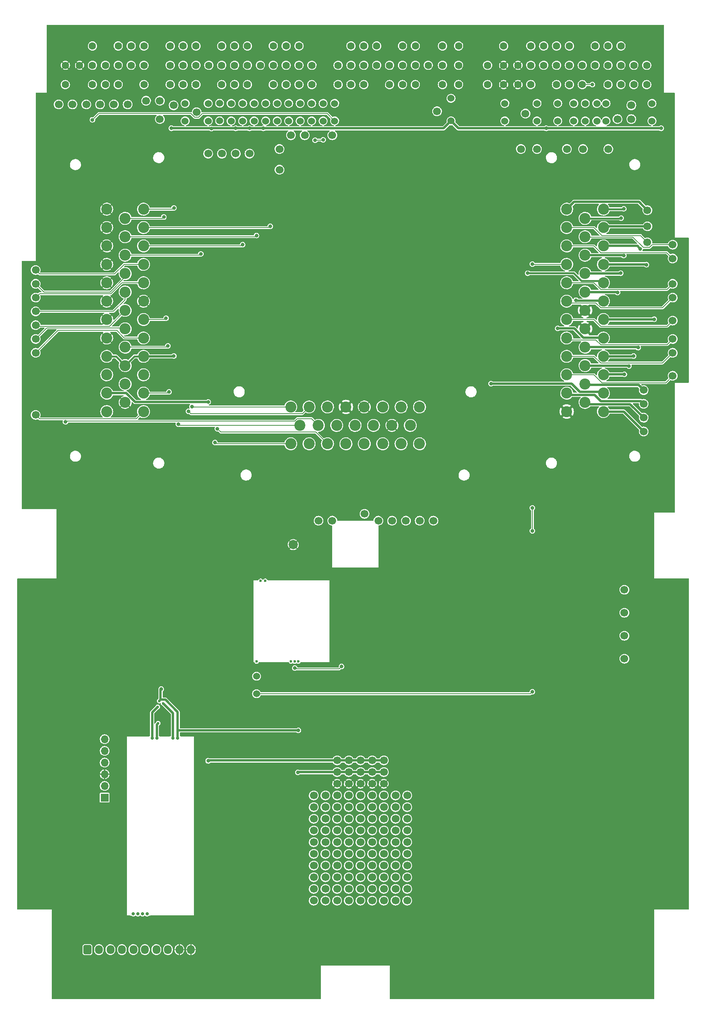
<source format=gbl>
G04 #@! TF.GenerationSoftware,KiCad,Pcbnew,(5.99.0-13086-gffd1139cfe)*
G04 #@! TF.CreationDate,2021-11-05T01:59:12+03:00*
G04 #@! TF.ProjectId,proteusOBD2Ahonda,70726f74-6575-4734-9f42-443241686f6e,a*
G04 #@! TF.SameCoordinates,PX3473bc0PY108ee440*
G04 #@! TF.FileFunction,Copper,L2,Bot*
G04 #@! TF.FilePolarity,Positive*
%FSLAX46Y46*%
G04 Gerber Fmt 4.6, Leading zero omitted, Abs format (unit mm)*
G04 Created by KiCad (PCBNEW (5.99.0-13086-gffd1139cfe)) date 2021-11-05 01:59:12*
%MOMM*%
%LPD*%
G01*
G04 APERTURE LIST*
G04 #@! TA.AperFunction,ComponentPad*
%ADD10C,1.700000*%
G04 #@! TD*
G04 #@! TA.AperFunction,ComponentPad*
%ADD11C,1.524000*%
G04 #@! TD*
G04 #@! TA.AperFunction,ComponentPad*
%ADD12C,0.599999*%
G04 #@! TD*
G04 #@! TA.AperFunction,SMDPad,CuDef*
%ADD13R,0.250000X18.200000*%
G04 #@! TD*
G04 #@! TA.AperFunction,SMDPad,CuDef*
%ADD14R,0.350000X0.250000*%
G04 #@! TD*
G04 #@! TA.AperFunction,SMDPad,CuDef*
%ADD15R,6.500000X0.250000*%
G04 #@! TD*
G04 #@! TA.AperFunction,SMDPad,CuDef*
%ADD16R,6.450000X0.250000*%
G04 #@! TD*
G04 #@! TA.AperFunction,SMDPad,CuDef*
%ADD17R,13.650000X0.250000*%
G04 #@! TD*
G04 #@! TA.AperFunction,SMDPad,CuDef*
%ADD18R,1.250000X0.250000*%
G04 #@! TD*
G04 #@! TA.AperFunction,ComponentPad*
%ADD19C,2.400000*%
G04 #@! TD*
G04 #@! TA.AperFunction,ComponentPad*
%ADD20O,1.700000X1.950000*%
G04 #@! TD*
G04 #@! TA.AperFunction,ComponentPad*
%ADD21C,1.600000*%
G04 #@! TD*
G04 #@! TA.AperFunction,ComponentPad*
%ADD22C,0.700000*%
G04 #@! TD*
G04 #@! TA.AperFunction,SMDPad,CuDef*
%ADD23R,2.250000X0.250000*%
G04 #@! TD*
G04 #@! TA.AperFunction,SMDPad,CuDef*
%ADD24R,3.100000X0.250000*%
G04 #@! TD*
G04 #@! TA.AperFunction,SMDPad,CuDef*
%ADD25R,0.250000X39.250000*%
G04 #@! TD*
G04 #@! TA.AperFunction,SMDPad,CuDef*
%ADD26R,5.050000X0.250000*%
G04 #@! TD*
G04 #@! TA.AperFunction,SMDPad,CuDef*
%ADD27R,9.750000X0.250000*%
G04 #@! TD*
G04 #@! TA.AperFunction,SMDPad,CuDef*
%ADD28R,0.950000X0.250000*%
G04 #@! TD*
G04 #@! TA.AperFunction,ComponentPad*
%ADD29R,1.700000X1.700000*%
G04 #@! TD*
G04 #@! TA.AperFunction,ComponentPad*
%ADD30O,1.700000X1.700000*%
G04 #@! TD*
G04 #@! TA.AperFunction,SMDPad,CuDef*
%ADD31C,2.000000*%
G04 #@! TD*
G04 #@! TA.AperFunction,ViaPad*
%ADD32C,0.800000*%
G04 #@! TD*
G04 #@! TA.AperFunction,Conductor*
%ADD33C,0.500000*%
G04 #@! TD*
G04 #@! TA.AperFunction,Conductor*
%ADD34C,0.400000*%
G04 #@! TD*
G04 #@! TA.AperFunction,Conductor*
%ADD35C,0.200000*%
G04 #@! TD*
G04 APERTURE END LIST*
D10*
G04 #@! TO.P,P47,1,Pin_1*
G04 #@! TO.N,Net-(BRD1-PadA27(32))*
X146500000Y144500000D03*
G04 #@! TD*
G04 #@! TO.P,P20,1,Pin_1*
G04 #@! TO.N,Net-(J1-PadD16)*
X13000000Y198500000D03*
G04 #@! TD*
G04 #@! TO.P,G4,1*
G04 #@! TO.N,Net-(G4-Pad1)*
X76080000Y38120000D03*
G04 #@! TO.P,G4,2*
G04 #@! TO.N,Net-(G4-Pad12)*
X76080000Y40660000D03*
G04 #@! TO.P,G4,3*
G04 #@! TO.N,Net-(G4-Pad13)*
X76080000Y43200000D03*
G04 #@! TO.P,G4,4*
G04 #@! TO.N,Net-(G4-Pad14)*
X76080000Y45740000D03*
G04 #@! TO.P,G4,5*
G04 #@! TO.N,Net-(G4-Pad10)*
X76080000Y48280000D03*
G04 #@! TO.P,G4,6*
G04 #@! TO.N,Net-(G4-Pad1)*
X78620000Y38120000D03*
G04 #@! TO.P,G4,7*
G04 #@! TO.N,Net-(G4-Pad12)*
X78620000Y40660000D03*
G04 #@! TO.P,G4,8*
G04 #@! TO.N,Net-(G4-Pad13)*
X78620000Y43200000D03*
G04 #@! TO.P,G4,9*
G04 #@! TO.N,Net-(G4-Pad14)*
X78620000Y45740000D03*
G04 #@! TO.P,G4,10*
G04 #@! TO.N,Net-(G4-Pad10)*
X78620000Y48280000D03*
G04 #@! TO.P,G4,11*
G04 #@! TO.N,Net-(G4-Pad1)*
X81160000Y38120000D03*
G04 #@! TO.P,G4,12*
G04 #@! TO.N,Net-(G4-Pad12)*
X81160000Y40660000D03*
G04 #@! TO.P,G4,13*
G04 #@! TO.N,Net-(G4-Pad13)*
X81160000Y43200000D03*
G04 #@! TO.P,G4,14*
G04 #@! TO.N,Net-(G4-Pad14)*
X81160000Y45740000D03*
G04 #@! TO.P,G4,15*
G04 #@! TO.N,Net-(G4-Pad10)*
X81160000Y48280000D03*
G04 #@! TD*
G04 #@! TO.P,P33,1,Pin_1*
G04 #@! TO.N,Net-(BRD1-PadA21(15))*
X136000000Y93000000D03*
G04 #@! TD*
D11*
G04 #@! TO.P,R20,1,1*
G04 #@! TO.N,Net-(J1-PadC18)*
X48000000Y198754520D03*
G04 #@! TO.P,R20,2,2*
G04 #@! TO.N,/IN_VSS*
X48000000Y194944520D03*
G04 #@! TD*
D10*
G04 #@! TO.P,P21,1,Pin_1*
G04 #@! TO.N,Net-(J1-PadA5)*
X132500000Y188800000D03*
G04 #@! TD*
G04 #@! TO.P,P22,1,Pin_1*
G04 #@! TO.N,Net-(J1-PadA6)*
X123500000Y188800000D03*
G04 #@! TD*
D11*
G04 #@! TO.P,R18,1,1*
G04 #@! TO.N,Net-(J1-PadC15)*
X58000000Y198705000D03*
G04 #@! TO.P,R18,2,2*
G04 #@! TO.N,/IN_OIL_PRESSURE*
X58000000Y194895000D03*
G04 #@! TD*
D10*
G04 #@! TO.P,P29,1,Pin_1*
G04 #@! TO.N,Net-(J1-PadA29)*
X114500000Y196500000D03*
G04 #@! TD*
G04 #@! TO.P,P30,1,Pin_1*
G04 #@! TO.N,Net-(J1-PadA30)*
X113500000Y188800000D03*
G04 #@! TD*
G04 #@! TO.P,P32,1,Pin_1*
G04 #@! TO.N,Net-(BRD1-PadA9(4))*
X136000000Y83000000D03*
G04 #@! TD*
D11*
G04 #@! TO.P,R25,1,1*
G04 #@! TO.N,Net-(J1-PadA17)*
X127500000Y198705000D03*
G04 #@! TO.P,R25,2,2*
G04 #@! TO.N,/OUT_CONDITIONER_CLUTCH*
X127500000Y194895000D03*
G04 #@! TD*
D10*
G04 #@! TO.P,P62,1,Pin_1*
G04 #@! TO.N,Net-(BRD1-PadC18(18))*
X8000000Y150500000D03*
G04 #@! TD*
G04 #@! TO.P,P45,1,Pin_1*
G04 #@! TO.N,Net-(BRD1-PadA29(30))*
X146500000Y151500000D03*
G04 #@! TD*
G04 #@! TO.P,P1,1,Pin_1*
G04 #@! TO.N,Net-(J1-PadC3)*
X63500000Y191800000D03*
G04 #@! TD*
G04 #@! TO.P,P4,1,Pin_1*
G04 #@! TO.N,Net-(J1-PadC10)*
X35000000Y195300000D03*
G04 #@! TD*
G04 #@! TO.P,P64,1,Pin_1*
G04 #@! TO.N,Net-(BRD1-PadC31(28))*
X8000000Y144500000D03*
G04 #@! TD*
G04 #@! TO.P,P51,1,Pin_1*
G04 #@! TO.N,Net-(BRD1-PadB12(12))*
X72500000Y108000000D03*
G04 #@! TD*
D12*
G04 #@! TO.P,M1,E1,Thresh_IN*
G04 #@! TO.N,Net-(M1-PadE1)*
X56025000Y77400000D03*
G04 #@! TO.P,M1,E2,OUT_A*
G04 #@! TO.N,unconnected-(M1-PadE2)*
X63525000Y77400000D03*
G04 #@! TO.P,M1,E3,OUT*
G04 #@! TO.N,Net-(BRD1-PadB11(13))*
X64325000Y77400000D03*
G04 #@! TO.P,M1,E4,V5_IN*
G04 #@! TO.N,+5V*
X65125000Y77400000D03*
D13*
G04 #@! TO.P,M1,G,GND*
G04 #@! TO.N,GND*
X71950000Y86175000D03*
D14*
X55350000Y77200000D03*
D15*
X59775000Y77200000D03*
D16*
X68850000Y77200000D03*
D13*
X55300000Y86175000D03*
D17*
X65250000Y95150000D03*
D18*
X55800000Y95150000D03*
D12*
G04 #@! TO.P,M1,W1,VR-*
G04 #@! TO.N,/IN_CYP-*
X57925000Y94925000D03*
G04 #@! TO.P,M1,W2,VR+*
G04 #@! TO.N,/IN_CYP+*
X56925000Y94925000D03*
G04 #@! TD*
D10*
G04 #@! TO.P,P19,1,Pin_1*
G04 #@! TO.N,Net-(J1-PadD15)*
X19000001Y198500000D03*
G04 #@! TD*
G04 #@! TO.P,P25,1,Pin_1*
G04 #@! TO.N,Net-(J1-PadA14)*
X137500000Y195300000D03*
G04 #@! TD*
G04 #@! TO.P,P31,1,Pin_1*
G04 #@! TO.N,Net-(BRD1-PadA20(16))*
X136000000Y78000000D03*
G04 #@! TD*
G04 #@! TO.P,P35,1,Pin_1*
G04 #@! TO.N,Net-(BRD1-PadA1(12))*
X140200000Y127400000D03*
G04 #@! TD*
G04 #@! TO.P,P7,1,Pin_1*
G04 #@! TO.N,Net-(J1-PadC19)*
X45500000Y187800000D03*
G04 #@! TD*
G04 #@! TO.P,P24,1,Pin_1*
G04 #@! TO.N,Net-(J1-PadA13)*
X137500000Y198300000D03*
G04 #@! TD*
G04 #@! TO.P,G6,1*
G04 #@! TO.N,GND*
X83700000Y50820000D03*
G04 #@! TO.P,G6,2*
X81160000Y50820000D03*
G04 #@! TO.P,G6,3*
X78620000Y50820000D03*
G04 #@! TO.P,G6,4*
X76080000Y50820000D03*
G04 #@! TO.P,G6,5*
X73540000Y50820000D03*
G04 #@! TO.P,G6,6*
G04 #@! TO.N,+5V*
X83700000Y53360000D03*
G04 #@! TO.P,G6,7*
X81160000Y53360000D03*
G04 #@! TO.P,G6,8*
X78620000Y53360000D03*
G04 #@! TO.P,G6,9*
X76080000Y53360000D03*
G04 #@! TO.P,G6,10*
X73540000Y53360000D03*
G04 #@! TO.P,G6,11*
G04 #@! TO.N,+12V_PROT*
X83700000Y55900000D03*
G04 #@! TO.P,G6,12*
X81160000Y55900000D03*
G04 #@! TO.P,G6,13*
X78620000Y55900000D03*
G04 #@! TO.P,G6,14*
X76080000Y55900000D03*
G04 #@! TO.P,G6,15*
X73540000Y55900000D03*
G04 #@! TD*
D12*
G04 #@! TO.P,M3,V1,V5*
G04 #@! TO.N,+5V*
X34862501Y68813337D03*
G04 #@! TO.P,M3,V2,CAN_VIO*
G04 #@! TO.N,Net-(M2-PadW2)*
X35737503Y68288337D03*
G04 #@! TO.P,M3,V5,CAN_TX*
G04 #@! TO.N,Net-(M2-PadW4)*
X34562499Y67538339D03*
G04 #@! TO.P,M3,V6,CAN_RX*
G04 #@! TO.N,Net-(M2-PadW3)*
X34637502Y63988338D03*
G04 #@! TD*
D10*
G04 #@! TO.P,P44,1,Pin_1*
G04 #@! TO.N,Net-(BRD1-PadA30(29))*
X146500000Y156500000D03*
G04 #@! TD*
D19*
G04 #@! TO.P,BRD1,A1(12),HS2*
G04 #@! TO.N,Net-(BRD1-PadA1(12))*
X131450001Y131725000D03*
G04 #@! TO.P,BRD1,A2(11),HS1*
G04 #@! TO.N,/OUT_VTEC*
X131450001Y135725000D03*
G04 #@! TO.P,BRD1,A3(10),LS1(INJ1)*
G04 #@! TO.N,/OUT_INJ1*
X131450001Y139725000D03*
G04 #@! TO.P,BRD1,A4(9),LS3(INJ3)*
G04 #@! TO.N,/OUT_INJ3*
X131450001Y143725000D03*
G04 #@! TO.P,BRD1,A5(8),LS5(INJ5)*
G04 #@! TO.N,/OUT_ALTERN_CONTROL*
X131450001Y147725000D03*
G04 #@! TO.P,BRD1,A6(7),LS6(INJ6)*
G04 #@! TO.N,/OUT_IDLE*
X131450001Y151725000D03*
G04 #@! TO.P,BRD1,A7(6),LS7(INJ7)*
G04 #@! TO.N,/OUT_CHECK_ENGINE*
X131450001Y155725000D03*
G04 #@! TO.P,BRD1,A8(5),LS9(INJ9)*
G04 #@! TO.N,/OUT_IGN_CONTROL*
X131450001Y159725000D03*
G04 #@! TO.P,BRD1,A9(4),LS11(INJ11)*
G04 #@! TO.N,Net-(BRD1-PadA9(4))*
X131450001Y163725000D03*
G04 #@! TO.P,BRD1,A10(3),LS13(MAIN)*
G04 #@! TO.N,Net-(BRD1-PadA10(3))*
X131450001Y167725000D03*
G04 #@! TO.P,BRD1,A11(2),LS14*
G04 #@! TO.N,Net-(BRD1-PadA11(2))*
X131450001Y171725000D03*
G04 #@! TO.P,BRD1,A12(1),LS15(FAN)*
G04 #@! TO.N,/OUT_FAN*
X131450001Y175725000D03*
G04 #@! TO.P,BRD1,A13(23),HS3*
G04 #@! TO.N,Net-(BRD1-PadA13(23))*
X127450001Y133725000D03*
G04 #@! TO.P,BRD1,A14(22),HS4*
G04 #@! TO.N,Net-(BRD1-PadA14(22))*
X127450001Y137725000D03*
G04 #@! TO.P,BRD1,A15(21),LS2(INJ2)*
G04 #@! TO.N,/OUT_INJ2*
X127450001Y141725000D03*
G04 #@! TO.P,BRD1,A16(20),LS4(INJ4)*
G04 #@! TO.N,/OUT_INJ4*
X127450001Y145725000D03*
G04 #@! TO.P,BRD1,A17(19),GND*
G04 #@! TO.N,GND*
X127450001Y149725000D03*
G04 #@! TO.P,BRD1,A18(18),GND*
X127450001Y153725000D03*
G04 #@! TO.P,BRD1,A19(17),LS8(INJ8)*
G04 #@! TO.N,/OUT_CONDITIONER_CLUTCH*
X127450001Y157725000D03*
G04 #@! TO.P,BRD1,A20(16),LS10(INJ10)*
G04 #@! TO.N,Net-(BRD1-PadA20(16))*
X127450001Y161725000D03*
G04 #@! TO.P,BRD1,A21(15),LS12(INJ12)*
G04 #@! TO.N,Net-(BRD1-PadA21(15))*
X127450001Y165725000D03*
G04 #@! TO.P,BRD1,A22(14),IGN3*
G04 #@! TO.N,Net-(BRD1-PadA22(14))*
X127450001Y169725000D03*
G04 #@! TO.P,BRD1,A23(13),LS16(FUEL)*
G04 #@! TO.N,/OUT_FUEL_PUMP*
X127450001Y173725000D03*
G04 #@! TO.P,BRD1,A24(35),GND*
G04 #@! TO.N,GND*
X123450001Y131725000D03*
G04 #@! TO.P,BRD1,A25(34),IGN12*
G04 #@! TO.N,Net-(BRD1-PadA25(34))*
X123450001Y135725000D03*
G04 #@! TO.P,BRD1,A26(33),IGN11*
G04 #@! TO.N,Net-(BRD1-PadA26(33))*
X123450001Y139725000D03*
G04 #@! TO.P,BRD1,A27(32),IGN10*
G04 #@! TO.N,Net-(BRD1-PadA27(32))*
X123450001Y143725000D03*
G04 #@! TO.P,BRD1,A28(31),IGN9*
G04 #@! TO.N,Net-(BRD1-PadA28(31))*
X123450001Y147725000D03*
G04 #@! TO.P,BRD1,A29(30),IGN8*
G04 #@! TO.N,Net-(BRD1-PadA29(30))*
X123450001Y151725000D03*
G04 #@! TO.P,BRD1,A30(29),IGN7*
G04 #@! TO.N,Net-(BRD1-PadA30(29))*
X123450001Y155725000D03*
G04 #@! TO.P,BRD1,A31(28),IGN6*
G04 #@! TO.N,Net-(BRD1-PadA31(28))*
X123450001Y159725000D03*
G04 #@! TO.P,BRD1,A32(27),IGN5*
G04 #@! TO.N,/VR_THRESH*
X123450001Y163725000D03*
G04 #@! TO.P,BRD1,A33(26),IGN4*
G04 #@! TO.N,Net-(BRD1-PadA33(26))*
X123450001Y167725000D03*
G04 #@! TO.P,BRD1,A34(25),IGN2*
G04 #@! TO.N,Net-(BRD1-PadA34(25))*
X123450001Y171725000D03*
G04 #@! TO.P,BRD1,A35(24),IGN1*
G04 #@! TO.N,Net-(BRD1-PadA35(24))*
X123450001Y175725000D03*
G04 #@! TO.P,BRD1,B1(8),D2*
G04 #@! TO.N,/IN_VSS*
X63450001Y124725000D03*
G04 #@! TO.P,BRD1,B2(7),D3*
G04 #@! TO.N,/IN_CRANK_FLUCT*
X67450001Y124725000D03*
G04 #@! TO.P,BRD1,B3(6),D4*
G04 #@! TO.N,/IN_STARTER_SW*
X71450001Y124725000D03*
G04 #@! TO.P,BRD1,B4(5),VR2+*
G04 #@! TO.N,Net-(BRD1-PadB4(5))*
X75450001Y124725000D03*
G04 #@! TO.P,BRD1,B5(4),VR1+*
G04 #@! TO.N,/IN_CRANK+*
X79450001Y124725000D03*
G04 #@! TO.P,BRD1,B6(3),ETB1-*
G04 #@! TO.N,Net-(BRD1-PadB6(3))*
X83450001Y124725000D03*
G04 #@! TO.P,BRD1,B7(2),ETB1+*
G04 #@! TO.N,Net-(BRD1-PadB7(2))*
X87450001Y124725000D03*
G04 #@! TO.P,BRD1,B8(1),ETB2-*
G04 #@! TO.N,Net-(BRD1-PadB8(1))*
X91450001Y124725000D03*
G04 #@! TO.P,BRD1,B9(15),D5*
G04 #@! TO.N,/IN_AT_PARK{slash}CLUTCH*
X65450001Y128725000D03*
G04 #@! TO.P,BRD1,B10(14),D1*
G04 #@! TO.N,/IN_BRAKE*
X69450001Y128725000D03*
G04 #@! TO.P,BRD1,B11(13),D6*
G04 #@! TO.N,Net-(BRD1-PadB11(13))*
X73450001Y128725000D03*
G04 #@! TO.P,BRD1,B12(12),VR2-*
G04 #@! TO.N,Net-(BRD1-PadB12(12))*
X77450001Y128725000D03*
G04 #@! TO.P,BRD1,B13(11),VR1-*
G04 #@! TO.N,/IN_CRANK-*
X81450001Y128725000D03*
G04 #@! TO.P,BRD1,B14(10),GND*
G04 #@! TO.N,GND*
X85450001Y128725000D03*
G04 #@! TO.P,BRD1,B15(9),ETB2+*
G04 #@! TO.N,Net-(BRD1-PadB15(9))*
X89450001Y128725000D03*
G04 #@! TO.P,BRD1,B16(23),CAN-*
G04 #@! TO.N,Net-(BRD1-PadB16(23))*
X63450001Y132725000D03*
G04 #@! TO.P,BRD1,B17(22),CAN+*
G04 #@! TO.N,Net-(BRD1-PadB17(22))*
X67450001Y132725000D03*
G04 #@! TO.P,BRD1,B18(21),12V_IGN*
G04 #@! TO.N,/12V*
X71450001Y132725000D03*
G04 #@! TO.P,BRD1,B19(20),GND*
G04 #@! TO.N,GND*
X75450001Y132725000D03*
G04 #@! TO.P,BRD1,B20(19),GND*
X79450001Y132725000D03*
G04 #@! TO.P,BRD1,B21(18),CAN2-*
G04 #@! TO.N,Net-(BRD1-PadB21(18))*
X83450001Y132725000D03*
G04 #@! TO.P,BRD1,B22(17),CAN2+*
G04 #@! TO.N,Net-(BRD1-PadB22(17))*
X87450001Y132725000D03*
G04 #@! TO.P,BRD1,B23(16),12V_MR*
G04 #@! TO.N,/12V*
X91450001Y132725000D03*
G04 #@! TO.P,BRD1,C1(12),GND_SENS*
G04 #@! TO.N,GND*
X23450001Y175725000D03*
G04 #@! TO.P,BRD1,C2(11),GND_SENS*
X23450001Y171725000D03*
G04 #@! TO.P,BRD1,C3(10),GND_SENS*
X23450001Y167725000D03*
G04 #@! TO.P,BRD1,C4(9),GND_SENS*
X23450001Y163725000D03*
G04 #@! TO.P,BRD1,C5(8),GND_SENS*
X23450001Y159725000D03*
G04 #@! TO.P,BRD1,C6(7),GND_SENS*
X23450001Y155725000D03*
G04 #@! TO.P,BRD1,C7(6),GND_SENS*
X23450001Y151725000D03*
G04 #@! TO.P,BRD1,C8(5),GND_SENS*
X23450001Y147725000D03*
G04 #@! TO.P,BRD1,C9(4),5V_1*
G04 #@! TO.N,+5V*
X23450001Y143725000D03*
G04 #@! TO.P,BRD1,C10(3),5V_2*
G04 #@! TO.N,unconnected-(BRD1-PadC10(3))*
X23450001Y139725000D03*
G04 #@! TO.P,BRD1,C11(2),12V_PROT*
G04 #@! TO.N,+12V_PROT*
X23450001Y135725000D03*
G04 #@! TO.P,BRD1,C12(1),12V_PROT*
X23450001Y131725000D03*
G04 #@! TO.P,BRD1,C13(23),AV1(MAP)*
G04 #@! TO.N,/IN_MAP*
X27450001Y173725000D03*
G04 #@! TO.P,BRD1,C14(22),AV3*
G04 #@! TO.N,/IN_STEERING*
X27450001Y169725000D03*
G04 #@! TO.P,BRD1,C15(21),AV5*
G04 #@! TO.N,/IN_SERVICE_CHECK*
X27450001Y165725000D03*
G04 #@! TO.P,BRD1,C16(20),AV7*
G04 #@! TO.N,Net-(BRD1-PadC16(20))*
X27450001Y161725000D03*
G04 #@! TO.P,BRD1,C17(19),AV9*
G04 #@! TO.N,Net-(BRD1-PadC17(19))*
X27450001Y157725000D03*
G04 #@! TO.P,BRD1,C18(18),AV11*
G04 #@! TO.N,Net-(BRD1-PadC18(18))*
X27450001Y153725000D03*
G04 #@! TO.P,BRD1,C19(17),AT1*
G04 #@! TO.N,Net-(BRD1-PadC19(17))*
X27450001Y149725000D03*
G04 #@! TO.P,BRD1,C20(16),AT3(CLT)*
G04 #@! TO.N,/IN_CLT*
X27450001Y145725000D03*
G04 #@! TO.P,BRD1,C21(15),5V_1*
G04 #@! TO.N,+5V*
X27450001Y141725000D03*
G04 #@! TO.P,BRD1,C22(14),5V_2*
G04 #@! TO.N,unconnected-(BRD1-PadC22(14))*
X27450001Y137725000D03*
G04 #@! TO.P,BRD1,C23(13),GND_SENS*
G04 #@! TO.N,GND*
X27450001Y133725000D03*
G04 #@! TO.P,BRD1,C24(35),AV2(TPS)*
G04 #@! TO.N,/IN_TPS*
X31450001Y175725000D03*
G04 #@! TO.P,BRD1,C25(34),AV4*
G04 #@! TO.N,/IN_OIL_PRESSURE*
X31450001Y171725000D03*
G04 #@! TO.P,BRD1,C26(33),AV6*
G04 #@! TO.N,/IN_AC_REQUEST*
X31450001Y167725000D03*
G04 #@! TO.P,BRD1,C27(32),AV8*
G04 #@! TO.N,Net-(BRD1-PadC27(32))*
X31450001Y163725000D03*
G04 #@! TO.P,BRD1,C28(31),AV10*
G04 #@! TO.N,Net-(BRD1-PadC28(31))*
X31450001Y159725000D03*
G04 #@! TO.P,BRD1,C29(30),GND_SENS*
G04 #@! TO.N,GND*
X31450001Y155725000D03*
G04 #@! TO.P,BRD1,C30(29),AT2(IAT)*
G04 #@! TO.N,/IN_IAT*
X31450001Y151725000D03*
G04 #@! TO.P,BRD1,C31(28),AT4*
G04 #@! TO.N,Net-(BRD1-PadC31(28))*
X31450001Y147725000D03*
G04 #@! TO.P,BRD1,C32(27),5V_1*
G04 #@! TO.N,+5V*
X31450001Y143725000D03*
G04 #@! TO.P,BRD1,C33(26),5V_2*
G04 #@! TO.N,unconnected-(BRD1-PadC33(26))*
X31450001Y139725000D03*
G04 #@! TO.P,BRD1,C34(25),KNOCK1*
G04 #@! TO.N,/IN_KNOCK*
X31450001Y135725000D03*
G04 #@! TO.P,BRD1,C35(24),KNOCK2*
G04 #@! TO.N,Net-(BRD1-PadC35(24))*
X31450001Y131725000D03*
G04 #@! TD*
D10*
G04 #@! TO.P,G5,1*
G04 #@! TO.N,Net-(G5-Pad1)*
X76080000Y25420000D03*
G04 #@! TO.P,G5,2*
G04 #@! TO.N,Net-(G5-Pad12)*
X76080000Y27960000D03*
G04 #@! TO.P,G5,3*
G04 #@! TO.N,Net-(G5-Pad13)*
X76080000Y30500000D03*
G04 #@! TO.P,G5,4*
G04 #@! TO.N,Net-(G5-Pad14)*
X76080000Y33040000D03*
G04 #@! TO.P,G5,5*
G04 #@! TO.N,Net-(G5-Pad10)*
X76080000Y35580000D03*
G04 #@! TO.P,G5,6*
G04 #@! TO.N,Net-(G5-Pad1)*
X78620000Y25420000D03*
G04 #@! TO.P,G5,7*
G04 #@! TO.N,Net-(G5-Pad12)*
X78620000Y27960000D03*
G04 #@! TO.P,G5,8*
G04 #@! TO.N,Net-(G5-Pad13)*
X78620000Y30500000D03*
G04 #@! TO.P,G5,9*
G04 #@! TO.N,Net-(G5-Pad14)*
X78620000Y33040000D03*
G04 #@! TO.P,G5,10*
G04 #@! TO.N,Net-(G5-Pad10)*
X78620000Y35580000D03*
G04 #@! TO.P,G5,11*
G04 #@! TO.N,Net-(G5-Pad1)*
X81160000Y25420000D03*
G04 #@! TO.P,G5,12*
G04 #@! TO.N,Net-(G5-Pad12)*
X81160000Y27960000D03*
G04 #@! TO.P,G5,13*
G04 #@! TO.N,Net-(G5-Pad13)*
X81160000Y30500000D03*
G04 #@! TO.P,G5,14*
G04 #@! TO.N,Net-(G5-Pad14)*
X81160000Y33040000D03*
G04 #@! TO.P,G5,15*
G04 #@! TO.N,Net-(G5-Pad10)*
X81160000Y35580000D03*
G04 #@! TD*
G04 #@! TO.P,J2,1,Pin_1*
G04 #@! TO.N,/12V*
G04 #@! TA.AperFunction,ComponentPad*
G36*
G01*
X18400000Y14044999D02*
X18400000Y15494999D01*
G75*
G02*
X18650000Y15744999I250000J0D01*
G01*
X19850000Y15744999D01*
G75*
G02*
X20100000Y15494999I0J-250000D01*
G01*
X20100000Y14044999D01*
G75*
G02*
X19850000Y13794999I-250000J0D01*
G01*
X18650000Y13794999D01*
G75*
G02*
X18400000Y14044999I0J250000D01*
G01*
G37*
G04 #@! TD.AperFunction*
D20*
G04 #@! TO.P,J2,2,Pin_2*
X21750000Y14769999D03*
G04 #@! TO.P,J2,3,Pin_3*
G04 #@! TO.N,/WBO_Vs*
X24250000Y14769999D03*
G04 #@! TO.P,J2,4,Pin_4*
G04 #@! TO.N,/WBO_Vs{slash}Ip*
X26750000Y14769999D03*
G04 #@! TO.P,J2,5,Pin_5*
G04 #@! TO.N,/WBO_Ip*
X29250000Y14769999D03*
G04 #@! TO.P,J2,6,Pin_6*
G04 #@! TO.N,/WBO_R_Trim*
X31750000Y14769999D03*
G04 #@! TO.P,J2,7,Pin_7*
G04 #@! TO.N,/WBO_H-*
X34250000Y14769999D03*
G04 #@! TO.P,J2,8,Pin_8*
X36750000Y14769999D03*
G04 #@! TO.P,J2,9,Pin_9*
G04 #@! TO.N,GND*
X39250000Y14769999D03*
G04 #@! TO.P,J2,10,Pin_10*
X41750000Y14769999D03*
G04 #@! TD*
D10*
G04 #@! TO.P,P27,1,Pin_1*
G04 #@! TO.N,Net-(J1-PadA24)*
X95268524Y197000000D03*
G04 #@! TD*
G04 #@! TO.P,P49,1,Pin_1*
G04 #@! TO.N,Net-(BRD1-PadA25(34))*
X140200000Y133400000D03*
G04 #@! TD*
D11*
G04 #@! TO.P,R2,1,1*
G04 #@! TO.N,Net-(J1-PadA19)*
X121500000Y198705000D03*
G04 #@! TO.P,R2,2,2*
G04 #@! TO.N,/OUT_ALTERN_CONTROL*
X121500000Y194895000D03*
G04 #@! TD*
G04 #@! TO.P,R14,1,1*
G04 #@! TO.N,Net-(J1-PadC6)*
X50500000Y198705000D03*
G04 #@! TO.P,R14,2,2*
G04 #@! TO.N,/IN_STARTER_SW*
X50500000Y194895000D03*
G04 #@! TD*
G04 #@! TO.P,R16,1,1*
G04 #@! TO.N,Net-(J1-PadC12)*
X68000000Y198705000D03*
G04 #@! TO.P,R16,2,2*
G04 #@! TO.N,/IN_CRANK-*
X68000000Y194895000D03*
G04 #@! TD*
G04 #@! TO.P,F1,1,1*
G04 #@! TO.N,Net-(F1-Pad1)*
X98300000Y199810334D03*
G04 #@! TO.P,F1,2,2*
G04 #@! TO.N,/12V*
X98300000Y194910334D03*
G04 #@! TD*
G04 #@! TO.P,R24,1,1*
G04 #@! TO.N,Net-(J1-PadA16)*
X130000000Y198705000D03*
G04 #@! TO.P,R24,2,2*
G04 #@! TO.N,/OUT_FUEL_PUMP*
X130000000Y194895000D03*
G04 #@! TD*
D10*
G04 #@! TO.P,P16,1,Pin_1*
G04 #@! TO.N,Net-(J1-PadD9)*
X16000000Y198500000D03*
G04 #@! TD*
G04 #@! TO.P,P26,1,Pin_1*
G04 #@! TO.N,Net-(J1-PadA15)*
X134500000Y195300000D03*
G04 #@! TD*
G04 #@! TO.P,G8,1*
G04 #@! TO.N,Net-(G8-Pad1)*
X83700000Y38120000D03*
G04 #@! TO.P,G8,2*
G04 #@! TO.N,Net-(G8-Pad12)*
X83700000Y40660000D03*
G04 #@! TO.P,G8,3*
G04 #@! TO.N,Net-(G8-Pad13)*
X83700000Y43200000D03*
G04 #@! TO.P,G8,4*
G04 #@! TO.N,Net-(G8-Pad14)*
X83700000Y45740000D03*
G04 #@! TO.P,G8,5*
G04 #@! TO.N,Net-(G8-Pad10)*
X83700000Y48280000D03*
G04 #@! TO.P,G8,6*
G04 #@! TO.N,Net-(G8-Pad1)*
X86240000Y38120000D03*
G04 #@! TO.P,G8,7*
G04 #@! TO.N,Net-(G8-Pad12)*
X86240000Y40660000D03*
G04 #@! TO.P,G8,8*
G04 #@! TO.N,Net-(G8-Pad13)*
X86240000Y43200000D03*
G04 #@! TO.P,G8,9*
G04 #@! TO.N,Net-(G8-Pad14)*
X86240000Y45740000D03*
G04 #@! TO.P,G8,10*
G04 #@! TO.N,Net-(G8-Pad10)*
X86240000Y48280000D03*
G04 #@! TO.P,G8,11*
G04 #@! TO.N,Net-(G8-Pad1)*
X88780000Y38120000D03*
G04 #@! TO.P,G8,12*
G04 #@! TO.N,Net-(G8-Pad12)*
X88780000Y40660000D03*
G04 #@! TO.P,G8,13*
G04 #@! TO.N,Net-(G8-Pad13)*
X88780000Y43200000D03*
G04 #@! TO.P,G8,14*
G04 #@! TO.N,Net-(G8-Pad14)*
X88780000Y45740000D03*
G04 #@! TO.P,G8,15*
G04 #@! TO.N,Net-(G8-Pad10)*
X88780000Y48280000D03*
G04 #@! TD*
G04 #@! TO.P,P65,1,Pin_1*
G04 #@! TO.N,Net-(BRD1-PadC35(24))*
X8000000Y131000000D03*
G04 #@! TD*
G04 #@! TO.P,P55,1,Pin_1*
G04 #@! TO.N,Net-(BRD1-PadB8(1))*
X94500000Y108000000D03*
G04 #@! TD*
G04 #@! TO.P,P10,1,Pin_1*
G04 #@! TO.N,Net-(J1-PadC24)*
X61000000Y188800000D03*
G04 #@! TD*
G04 #@! TO.P,G3,1*
G04 #@! TO.N,Net-(G3-Pad1)*
X68460000Y25420000D03*
G04 #@! TO.P,G3,2*
G04 #@! TO.N,Net-(G3-Pad12)*
X68460000Y27960000D03*
G04 #@! TO.P,G3,3*
G04 #@! TO.N,Net-(G3-Pad13)*
X68460000Y30500000D03*
G04 #@! TO.P,G3,4*
G04 #@! TO.N,Net-(G3-Pad14)*
X68460000Y33040000D03*
G04 #@! TO.P,G3,5*
G04 #@! TO.N,Net-(G3-Pad10)*
X68460000Y35580000D03*
G04 #@! TO.P,G3,6*
G04 #@! TO.N,Net-(G3-Pad1)*
X71000000Y25420000D03*
G04 #@! TO.P,G3,7*
G04 #@! TO.N,Net-(G3-Pad12)*
X71000000Y27960000D03*
G04 #@! TO.P,G3,8*
G04 #@! TO.N,Net-(G3-Pad13)*
X71000000Y30500000D03*
G04 #@! TO.P,G3,9*
G04 #@! TO.N,Net-(G3-Pad14)*
X71000000Y33040000D03*
G04 #@! TO.P,G3,10*
G04 #@! TO.N,Net-(G3-Pad10)*
X71000000Y35580000D03*
G04 #@! TO.P,G3,11*
G04 #@! TO.N,Net-(G3-Pad1)*
X73540000Y25420000D03*
G04 #@! TO.P,G3,12*
G04 #@! TO.N,Net-(G3-Pad12)*
X73540000Y27960000D03*
G04 #@! TO.P,G3,13*
G04 #@! TO.N,Net-(G3-Pad13)*
X73540000Y30500000D03*
G04 #@! TO.P,G3,14*
G04 #@! TO.N,Net-(G3-Pad14)*
X73540000Y33040000D03*
G04 #@! TO.P,G3,15*
G04 #@! TO.N,Net-(G3-Pad10)*
X73540000Y35580000D03*
G04 #@! TD*
G04 #@! TO.P,P36,1,Pin_1*
G04 #@! TO.N,Net-(BRD1-PadA13(23))*
X140200000Y130400000D03*
G04 #@! TD*
G04 #@! TO.P,P6,1,Pin_1*
G04 #@! TO.N,Net-(J1-PadC17)*
X51500000Y187800000D03*
G04 #@! TD*
D21*
G04 #@! TO.P,J1,A1,A1*
G04 #@! TO.N,/OUT_INJ4*
X140850000Y202800000D03*
G04 #@! TO.P,J1,A2,A2*
G04 #@! TO.N,/OUT_INJ3*
X138050000Y202800000D03*
G04 #@! TO.P,J1,A3,A3*
G04 #@! TO.N,/OUT_INJ2*
X135250000Y202800000D03*
G04 #@! TO.P,J1,A4,A4*
G04 #@! TO.N,/OUT_INJ1*
X132450000Y202800000D03*
G04 #@! TO.P,J1,A5,A5*
G04 #@! TO.N,Net-(J1-PadA5)*
X126850000Y202800000D03*
G04 #@! TO.P,J1,A6,A6*
G04 #@! TO.N,Net-(J1-PadA6)*
X124050000Y202800000D03*
G04 #@! TO.P,J1,A7,A7*
G04 #@! TO.N,Net-(J1-PadA7)*
X121250000Y202800000D03*
G04 #@! TO.P,J1,A8,A8*
G04 #@! TO.N,Net-(J1-PadA8)*
X115650000Y202800000D03*
G04 #@! TO.P,J1,A9,A9*
G04 #@! TO.N,GND*
X112850000Y202800000D03*
G04 #@! TO.P,J1,A10,A10*
X109750000Y202800000D03*
G04 #@! TO.P,J1,A11,A11*
G04 #@! TO.N,Net-(F1-Pad1)*
X106250000Y202800000D03*
G04 #@! TO.P,J1,A12,A12*
G04 #@! TO.N,Net-(J1-PadA12)*
X140850000Y207000000D03*
G04 #@! TO.P,J1,A13,A13*
G04 #@! TO.N,Net-(J1-PadA13)*
X138050000Y207000000D03*
G04 #@! TO.P,J1,A14,A14*
G04 #@! TO.N,Net-(J1-PadA14)*
X135250000Y207000000D03*
G04 #@! TO.P,J1,A15,A15*
G04 #@! TO.N,Net-(J1-PadA15)*
X132450000Y207000000D03*
G04 #@! TO.P,J1,A16,A16*
G04 #@! TO.N,Net-(J1-PadA16)*
X129650000Y207000000D03*
G04 #@! TO.P,J1,A17,A17*
G04 #@! TO.N,Net-(J1-PadA17)*
X126850000Y207000000D03*
G04 #@! TO.P,J1,A18,A18*
G04 #@! TO.N,Net-(J1-PadA18)*
X124050000Y207000000D03*
G04 #@! TO.P,J1,A19,A19*
G04 #@! TO.N,Net-(J1-PadA19)*
X121250000Y207000000D03*
G04 #@! TO.P,J1,A20,A20*
G04 #@! TO.N,Net-(J1-PadA20)*
X118450000Y207000000D03*
G04 #@! TO.P,J1,A21,A21*
G04 #@! TO.N,unconnected-(J1-PadA21)*
X115650000Y207000000D03*
G04 #@! TO.P,J1,A22,A22*
G04 #@! TO.N,GND*
X112850000Y207000000D03*
G04 #@! TO.P,J1,A23,A23*
X109750000Y207000000D03*
G04 #@! TO.P,J1,A24,A24*
G04 #@! TO.N,Net-(J1-PadA24)*
X106250000Y207000000D03*
G04 #@! TO.P,J1,A25,A25*
G04 #@! TO.N,unconnected-(J1-PadA25)*
X135250000Y211200000D03*
G04 #@! TO.P,J1,A26,A26*
G04 #@! TO.N,unconnected-(J1-PadA26)*
X132450000Y211200000D03*
G04 #@! TO.P,J1,A27,A27*
G04 #@! TO.N,Net-(J1-PadA27)*
X129650000Y211200000D03*
G04 #@! TO.P,J1,A28,A28*
G04 #@! TO.N,Net-(J1-PadA28)*
X124050000Y211200000D03*
G04 #@! TO.P,J1,A29,A29*
G04 #@! TO.N,Net-(J1-PadA29)*
X121250000Y211200000D03*
G04 #@! TO.P,J1,A30,A30*
G04 #@! TO.N,Net-(J1-PadA30)*
X118450000Y211200000D03*
G04 #@! TO.P,J1,A31,A31*
G04 #@! TO.N,unconnected-(J1-PadA31)*
X115650000Y211200000D03*
G04 #@! TO.P,J1,A32,A32*
G04 #@! TO.N,unconnected-(J1-PadA32)*
X109750000Y211200000D03*
G04 #@! TO.P,J1,B1,B1*
G04 #@! TO.N,unconnected-(J1-PadB1)*
X99950000Y202800000D03*
G04 #@! TO.P,J1,B2,B2*
G04 #@! TO.N,unconnected-(J1-PadB2)*
X96450000Y202800000D03*
G04 #@! TO.P,J1,B3,B3*
G04 #@! TO.N,unconnected-(J1-PadB3)*
X90550000Y202800000D03*
G04 #@! TO.P,J1,B4,B4*
G04 #@! TO.N,unconnected-(J1-PadB4)*
X87750000Y202800000D03*
G04 #@! TO.P,J1,B5,B5*
G04 #@! TO.N,unconnected-(J1-PadB5)*
X84950000Y202800000D03*
G04 #@! TO.P,J1,B6,B6*
G04 #@! TO.N,unconnected-(J1-PadB6)*
X79350000Y202800000D03*
G04 #@! TO.P,J1,B7,B7*
G04 #@! TO.N,unconnected-(J1-PadB7)*
X76550000Y202800000D03*
G04 #@! TO.P,J1,B8,B8*
G04 #@! TO.N,unconnected-(J1-PadB8)*
X73750000Y202800000D03*
G04 #@! TO.P,J1,B9,B9*
G04 #@! TO.N,unconnected-(J1-PadB9)*
X99950000Y207000000D03*
G04 #@! TO.P,J1,B10,B10*
G04 #@! TO.N,unconnected-(J1-PadB10)*
X96450000Y207000000D03*
G04 #@! TO.P,J1,B11,B11*
G04 #@! TO.N,unconnected-(J1-PadB11)*
X93350000Y207000000D03*
G04 #@! TO.P,J1,B12,B12*
G04 #@! TO.N,unconnected-(J1-PadB12)*
X90550000Y207000000D03*
G04 #@! TO.P,J1,B13,B13*
G04 #@! TO.N,unconnected-(J1-PadB13)*
X87750000Y207000000D03*
G04 #@! TO.P,J1,B14,B14*
G04 #@! TO.N,unconnected-(J1-PadB14)*
X84950000Y207000000D03*
G04 #@! TO.P,J1,B15,B15*
G04 #@! TO.N,unconnected-(J1-PadB15)*
X82150000Y207000000D03*
G04 #@! TO.P,J1,B16,B16*
G04 #@! TO.N,unconnected-(J1-PadB16)*
X79350000Y207000000D03*
G04 #@! TO.P,J1,B17,B17*
G04 #@! TO.N,unconnected-(J1-PadB17)*
X76550000Y207000000D03*
G04 #@! TO.P,J1,B18,B18*
G04 #@! TO.N,unconnected-(J1-PadB18)*
X73750000Y207000000D03*
G04 #@! TO.P,J1,B19,B19*
G04 #@! TO.N,unconnected-(J1-PadB19)*
X99950000Y211200000D03*
G04 #@! TO.P,J1,B20,B20*
G04 #@! TO.N,unconnected-(J1-PadB20)*
X96450000Y211200000D03*
G04 #@! TO.P,J1,B21,B21*
G04 #@! TO.N,unconnected-(J1-PadB21)*
X90550000Y211200000D03*
G04 #@! TO.P,J1,B22,B22*
G04 #@! TO.N,unconnected-(J1-PadB22)*
X87750000Y211200000D03*
G04 #@! TO.P,J1,B23,B23*
G04 #@! TO.N,unconnected-(J1-PadB23)*
X82150000Y211200000D03*
G04 #@! TO.P,J1,B24,B24*
G04 #@! TO.N,unconnected-(J1-PadB24)*
X79350000Y211200000D03*
G04 #@! TO.P,J1,B25,B25*
G04 #@! TO.N,unconnected-(J1-PadB25)*
X76550000Y211200000D03*
G04 #@! TO.P,J1,C1,C1*
G04 #@! TO.N,Net-(J1-PadC1)*
X68050000Y202800000D03*
G04 #@! TO.P,J1,C2,C2*
G04 #@! TO.N,Net-(J1-PadC2)*
X65250000Y202800000D03*
G04 #@! TO.P,J1,C3,C3*
G04 #@! TO.N,Net-(J1-PadC3)*
X62450000Y202800000D03*
G04 #@! TO.P,J1,C4,C4*
G04 #@! TO.N,Net-(J1-PadC4)*
X59650000Y202800000D03*
G04 #@! TO.P,J1,C5,C5*
G04 #@! TO.N,Net-(J1-PadC5)*
X54050000Y202800000D03*
G04 #@! TO.P,J1,C6,C6*
G04 #@! TO.N,Net-(J1-PadC6)*
X51250000Y202800000D03*
G04 #@! TO.P,J1,C7,C7*
G04 #@! TO.N,Net-(J1-PadC7)*
X48450000Y202800000D03*
G04 #@! TO.P,J1,C8,C8*
G04 #@! TO.N,Net-(J1-PadC8)*
X42850000Y202800000D03*
G04 #@! TO.P,J1,C9,C9*
G04 #@! TO.N,Net-(J1-PadC9)*
X40050000Y202800000D03*
G04 #@! TO.P,J1,C10,C10*
G04 #@! TO.N,Net-(J1-PadC10)*
X37250000Y202800000D03*
G04 #@! TO.P,J1,C11,C11*
G04 #@! TO.N,Net-(J1-PadC11)*
X68050000Y207000000D03*
G04 #@! TO.P,J1,C12,C12*
G04 #@! TO.N,Net-(J1-PadC12)*
X65250000Y207000000D03*
G04 #@! TO.P,J1,C13,C13*
G04 #@! TO.N,Net-(J1-PadC13)*
X62450000Y207000000D03*
G04 #@! TO.P,J1,C14,C14*
G04 #@! TO.N,Net-(J1-PadC14)*
X59650000Y207000000D03*
G04 #@! TO.P,J1,C15,C15*
G04 #@! TO.N,Net-(J1-PadC15)*
X56850000Y207000000D03*
G04 #@! TO.P,J1,C16,C16*
G04 #@! TO.N,Net-(J1-PadC16)*
X54050000Y207000000D03*
G04 #@! TO.P,J1,C17,C17*
G04 #@! TO.N,Net-(J1-PadC17)*
X51250000Y207000000D03*
G04 #@! TO.P,J1,C18,C18*
G04 #@! TO.N,Net-(J1-PadC18)*
X48450000Y207000000D03*
G04 #@! TO.P,J1,C19,C19*
G04 #@! TO.N,Net-(J1-PadC19)*
X45650000Y207000000D03*
G04 #@! TO.P,J1,C20,C20*
G04 #@! TO.N,unconnected-(J1-PadC20)*
X42850000Y207000000D03*
G04 #@! TO.P,J1,C21,C21*
G04 #@! TO.N,Net-(J1-PadC21)*
X40050000Y207000000D03*
G04 #@! TO.P,J1,C22,C22*
G04 #@! TO.N,unconnected-(J1-PadC22)*
X37250000Y207000000D03*
G04 #@! TO.P,J1,C23,C23*
G04 #@! TO.N,Net-(J1-PadC23)*
X65250000Y211200000D03*
G04 #@! TO.P,J1,C24,C24*
G04 #@! TO.N,Net-(J1-PadC24)*
X62450000Y211200000D03*
G04 #@! TO.P,J1,C25,C25*
G04 #@! TO.N,Net-(J1-PadC25)*
X59650000Y211200000D03*
G04 #@! TO.P,J1,C26,C26*
G04 #@! TO.N,unconnected-(J1-PadC26)*
X54050000Y211200000D03*
G04 #@! TO.P,J1,C27,C27*
G04 #@! TO.N,Net-(J1-PadC27)*
X51250000Y211200000D03*
G04 #@! TO.P,J1,C28,C28*
G04 #@! TO.N,Net-(J1-PadC28)*
X48450000Y211200000D03*
G04 #@! TO.P,J1,C29,C29*
G04 #@! TO.N,Net-(J1-PadC29)*
X42850000Y211200000D03*
G04 #@! TO.P,J1,C30,C30*
G04 #@! TO.N,Net-(J1-PadC30)*
X40050000Y211200000D03*
G04 #@! TO.P,J1,C31,C31*
G04 #@! TO.N,unconnected-(J1-PadC31)*
X37250000Y211200000D03*
G04 #@! TO.P,J1,D1,D1*
G04 #@! TO.N,/IN_TPS*
X31550000Y202800000D03*
G04 #@! TO.P,J1,D2,D2*
G04 #@! TO.N,/IN_CLT*
X25950000Y202800000D03*
G04 #@! TO.P,J1,D3,D3*
G04 #@! TO.N,/IN_MAP*
X23150000Y202800000D03*
G04 #@! TO.P,J1,D4,D4*
G04 #@! TO.N,+5V*
X20350000Y202800000D03*
G04 #@! TO.P,J1,D5,D5*
G04 #@! TO.N,/IN_BRAKE*
X14450000Y202800000D03*
G04 #@! TO.P,J1,D6,D6*
G04 #@! TO.N,/IN_KNOCK*
X31550000Y207000000D03*
G04 #@! TO.P,J1,D7,D7*
G04 #@! TO.N,Net-(J1-PadD7)*
X28750000Y207000000D03*
G04 #@! TO.P,J1,D8,D8*
G04 #@! TO.N,/IN_IAT*
X25950000Y207000000D03*
G04 #@! TO.P,J1,D9,D9*
G04 #@! TO.N,Net-(J1-PadD9)*
X23150000Y207000000D03*
G04 #@! TO.P,J1,D10,D10*
G04 #@! TO.N,+5V*
X20350000Y207000000D03*
G04 #@! TO.P,J1,D11,D11*
G04 #@! TO.N,GND*
X17550000Y207000000D03*
G04 #@! TO.P,J1,D12,D12*
X14450000Y207000000D03*
G04 #@! TO.P,J1,D13,D13*
G04 #@! TO.N,Net-(J1-PadD13)*
X31550000Y211200000D03*
G04 #@! TO.P,J1,D14,D14*
G04 #@! TO.N,Net-(J1-PadD14)*
X28750000Y211200000D03*
G04 #@! TO.P,J1,D15,D15*
G04 #@! TO.N,Net-(J1-PadD15)*
X25950000Y211200000D03*
G04 #@! TO.P,J1,D16,D16*
G04 #@! TO.N,Net-(J1-PadD16)*
X20350000Y211200000D03*
G04 #@! TD*
D11*
G04 #@! TO.P,R15,1,1*
G04 #@! TO.N,Net-(J1-PadC7)*
X45500000Y198705000D03*
G04 #@! TO.P,R15,2,2*
G04 #@! TO.N,/IN_SERVICE_CHECK*
X45500000Y194895000D03*
G04 #@! TD*
G04 #@! TO.P,R28,1,1*
G04 #@! TO.N,Net-(J1-PadA27)*
X132000000Y198705000D03*
G04 #@! TO.P,R28,2,2*
G04 #@! TO.N,/OUT_FAN*
X132000000Y194895000D03*
G04 #@! TD*
D10*
G04 #@! TO.P,P37,1,Pin_1*
G04 #@! TO.N,Net-(BRD1-PadA14(22))*
X140200000Y136400000D03*
G04 #@! TD*
D22*
G04 #@! TO.P,M2,E1,LSU_Un*
G04 #@! TO.N,/WBO_Vs*
X29225000Y22519999D03*
G04 #@! TO.P,M2,E2,LSU_Vm*
G04 #@! TO.N,/WBO_Vs{slash}Ip*
X30225000Y22519999D03*
G04 #@! TO.P,M2,E3,LSU_Ip*
G04 #@! TO.N,/WBO_Ip*
X31225000Y22519999D03*
G04 #@! TO.P,M2,E4,LSU_Rtrim*
G04 #@! TO.N,/WBO_R_Trim*
X32225000Y22519999D03*
D23*
G04 #@! TO.P,M2,G,GND*
G04 #@! TO.N,GND*
X36100000Y61144999D03*
D24*
X41075000Y61144999D03*
D25*
X27750000Y41644999D03*
X42500000Y41644999D03*
D26*
X30150000Y61144999D03*
D27*
X37750000Y22144999D03*
D28*
X28100000Y22144999D03*
D22*
G04 #@! TO.P,M2,W1,V5_IN*
G04 #@! TO.N,+5V*
X38875000Y60769999D03*
G04 #@! TO.P,M2,W2,CAN_VIO*
G04 #@! TO.N,Net-(M2-PadW2)*
X37875000Y60769999D03*
G04 #@! TO.P,M2,W3,CAN_RX*
G04 #@! TO.N,Net-(M2-PadW3)*
X34325000Y60769999D03*
G04 #@! TO.P,M2,W4,CAN_TX*
G04 #@! TO.N,Net-(M2-PadW4)*
X33325000Y60769999D03*
G04 #@! TD*
D10*
G04 #@! TO.P,P52,1,Pin_1*
G04 #@! TO.N,Net-(BRD1-PadB7(2))*
X88500000Y108000000D03*
G04 #@! TD*
D11*
G04 #@! TO.P,R10,1,1*
G04 #@! TO.N,Net-(J1-PadC1)*
X70500000Y198705000D03*
G04 #@! TO.P,R10,2,2*
G04 #@! TO.N,/IN_CRANK_FLUCT*
X70500000Y194895000D03*
G04 #@! TD*
D10*
G04 #@! TO.P,P34,1,Pin_1*
G04 #@! TO.N,Net-(BRD1-PadA10(3))*
X136000000Y88000000D03*
G04 #@! TD*
D11*
G04 #@! TO.P,R23,1,1*
G04 #@! TO.N,Net-(J1-PadA12)*
X142000000Y198705000D03*
G04 #@! TO.P,R23,2,2*
G04 #@! TO.N,/OUT_IDLE*
X142000000Y194895000D03*
G04 #@! TD*
D10*
G04 #@! TO.P,P14,1,Pin_1*
G04 #@! TO.N,Net-(J1-PadC30)*
X35000000Y199300000D03*
G04 #@! TD*
G04 #@! TO.P,P5,1,Pin_1*
G04 #@! TO.N,Net-(J1-PadC13)*
X66500000Y191800000D03*
G04 #@! TD*
G04 #@! TO.P,G7,1*
G04 #@! TO.N,Net-(G7-Pad1)*
X83700000Y25420000D03*
G04 #@! TO.P,G7,2*
G04 #@! TO.N,Net-(G7-Pad12)*
X83700000Y27960000D03*
G04 #@! TO.P,G7,3*
G04 #@! TO.N,Net-(G7-Pad13)*
X83700000Y30500000D03*
G04 #@! TO.P,G7,4*
G04 #@! TO.N,Net-(G7-Pad14)*
X83700000Y33040000D03*
G04 #@! TO.P,G7,5*
G04 #@! TO.N,Net-(G7-Pad10)*
X83700000Y35580000D03*
G04 #@! TO.P,G7,6*
G04 #@! TO.N,Net-(G7-Pad1)*
X86240000Y25420000D03*
G04 #@! TO.P,G7,7*
G04 #@! TO.N,Net-(G7-Pad12)*
X86240000Y27960000D03*
G04 #@! TO.P,G7,8*
G04 #@! TO.N,Net-(G7-Pad13)*
X86240000Y30500000D03*
G04 #@! TO.P,G7,9*
G04 #@! TO.N,Net-(G7-Pad14)*
X86240000Y33040000D03*
G04 #@! TO.P,G7,10*
G04 #@! TO.N,Net-(G7-Pad10)*
X86240000Y35580000D03*
G04 #@! TO.P,G7,11*
G04 #@! TO.N,Net-(G7-Pad1)*
X88780000Y25420000D03*
G04 #@! TO.P,G7,12*
G04 #@! TO.N,Net-(G7-Pad12)*
X88780000Y27960000D03*
G04 #@! TO.P,G7,13*
G04 #@! TO.N,Net-(G7-Pad13)*
X88780000Y30500000D03*
G04 #@! TO.P,G7,14*
G04 #@! TO.N,Net-(G7-Pad14)*
X88780000Y33040000D03*
G04 #@! TO.P,G7,15*
G04 #@! TO.N,Net-(G7-Pad10)*
X88780000Y35580000D03*
G04 #@! TD*
D29*
G04 #@! TO.P,J4,1,Pin_1*
G04 #@! TO.N,Net-(J4-Pad1)*
X23000000Y47800000D03*
D30*
G04 #@! TO.P,J4,2,Pin_2*
G04 #@! TO.N,Net-(J4-Pad2)*
X23000000Y50340000D03*
G04 #@! TO.P,J4,3,Pin_3*
G04 #@! TO.N,GND*
X23000000Y52880000D03*
G04 #@! TO.P,J4,4,Pin_4*
G04 #@! TO.N,Net-(J4-Pad4)*
X23000000Y55420000D03*
G04 #@! TO.P,J4,5,Pin_5*
G04 #@! TO.N,Net-(J4-Pad5)*
X23000000Y57960000D03*
G04 #@! TO.P,J4,6,Pin_6*
G04 #@! TO.N,unconnected-(J4-Pad6)*
X23000000Y60500000D03*
G04 #@! TD*
D10*
G04 #@! TO.P,P12,1,Pin_1*
G04 #@! TO.N,Net-(J1-PadC27)*
X54500000Y187800000D03*
G04 #@! TD*
G04 #@! TO.P,P59,1,Pin_1*
G04 #@! TO.N,Net-(BRD1-PadC27(32))*
X8000000Y162500000D03*
G04 #@! TD*
G04 #@! TO.P,P50,1,Pin_1*
G04 #@! TO.N,Net-(BRD1-PadB4(5))*
X69500000Y108000000D03*
G04 #@! TD*
D11*
G04 #@! TO.P,R12,1,1*
G04 #@! TO.N,Net-(J1-PadC4)*
X60520000Y198705000D03*
G04 #@! TO.P,R12,2,2*
G04 #@! TO.N,/IN_CYP+*
X60520000Y194895000D03*
G04 #@! TD*
G04 #@! TO.P,R21,1,1*
G04 #@! TO.N,Net-(J1-PadC29)*
X40500000Y198705000D03*
G04 #@! TO.P,R21,2,2*
G04 #@! TO.N,/IN_AT_PARK{slash}CLUTCH*
X40500000Y194895000D03*
G04 #@! TD*
D10*
G04 #@! TO.P,P40,1,Pin_1*
G04 #@! TO.N,Net-(BRD1-PadA34(25))*
X141000000Y168500000D03*
G04 #@! TD*
G04 #@! TO.P,P17,1,Pin_1*
G04 #@! TO.N,Net-(J1-PadD13)*
X28000001Y198500000D03*
G04 #@! TD*
G04 #@! TO.P,P15,1,Pin_1*
G04 #@! TO.N,Net-(J1-PadD7)*
X22000000Y198500000D03*
G04 #@! TD*
G04 #@! TO.P,P38,1,Pin_1*
G04 #@! TO.N,Net-(BRD1-PadA11(2))*
X141000000Y172000000D03*
G04 #@! TD*
D11*
G04 #@! TO.P,R13,1,1*
G04 #@! TO.N,Net-(J1-PadC5)*
X53000000Y198705000D03*
G04 #@! TO.P,R13,2,2*
G04 #@! TO.N,/IN_AC_REQUEST*
X53000000Y194895000D03*
G04 #@! TD*
D10*
G04 #@! TO.P,P46,1,Pin_1*
G04 #@! TO.N,Net-(BRD1-PadA28(31))*
X146500000Y147500000D03*
G04 #@! TD*
D11*
G04 #@! TO.P,R27,1,1*
G04 #@! TO.N,Net-(J1-PadA20)*
X117000000Y198705000D03*
G04 #@! TO.P,R27,2,2*
G04 #@! TO.N,/OUT_IGN_CONTROL*
X117000000Y194895000D03*
G04 #@! TD*
D10*
G04 #@! TO.P,P43,1,Pin_1*
G04 #@! TO.N,Net-(BRD1-PadA31(28))*
X146500000Y159500000D03*
G04 #@! TD*
G04 #@! TO.P,P53,1,Pin_1*
G04 #@! TO.N,Net-(BRD1-PadB6(3))*
X79500000Y109500000D03*
G04 #@! TD*
G04 #@! TO.P,P41,1,Pin_1*
G04 #@! TO.N,Net-(BRD1-PadA22(14))*
X146500000Y168000000D03*
G04 #@! TD*
G04 #@! TO.P,P63,1,Pin_1*
G04 #@! TO.N,Net-(BRD1-PadC19(17))*
X8000000Y147500000D03*
G04 #@! TD*
G04 #@! TO.P,P28,1,Pin_1*
G04 #@! TO.N,Net-(J1-PadA28)*
X127000000Y188800000D03*
G04 #@! TD*
G04 #@! TO.P,P2,1,Pin_1*
G04 #@! TO.N,Net-(J1-PadC8)*
X43000000Y196800000D03*
G04 #@! TD*
D11*
G04 #@! TO.P,R17,1,1*
G04 #@! TO.N,Net-(J1-PadC14)*
X63000000Y198705000D03*
G04 #@! TO.P,R17,2,2*
G04 #@! TO.N,/IN_CYP-*
X63000000Y194895000D03*
G04 #@! TD*
G04 #@! TO.P,R1,1,1*
G04 #@! TO.N,Net-(J1-PadC11)*
X73000000Y198705000D03*
G04 #@! TO.P,R1,2,2*
G04 #@! TO.N,+5V*
X73000000Y194895000D03*
G04 #@! TD*
G04 #@! TO.P,R22,1,1*
G04 #@! TO.N,Net-(J1-PadA8)*
X110000000Y198705000D03*
G04 #@! TO.P,R22,2,2*
G04 #@! TO.N,/OUT_VTEC*
X110000000Y194895000D03*
G04 #@! TD*
D10*
G04 #@! TO.P,P18,1,Pin_1*
G04 #@! TO.N,Net-(J1-PadD14)*
X25000000Y198500000D03*
G04 #@! TD*
D11*
G04 #@! TO.P,R26,1,1*
G04 #@! TO.N,Net-(J1-PadA18)*
X125000000Y198705000D03*
G04 #@! TO.P,R26,2,2*
G04 #@! TO.N,/OUT_CHECK_ENGINE*
X125000000Y194895000D03*
G04 #@! TD*
D10*
G04 #@! TO.P,P8,1,Pin_1*
G04 #@! TO.N,Net-(J1-PadC21)*
X32000000Y199300000D03*
G04 #@! TD*
G04 #@! TO.P,P11,1,Pin_1*
G04 #@! TO.N,Net-(J1-PadC25)*
X61000000Y184300000D03*
G04 #@! TD*
G04 #@! TO.P,P54,1,Pin_1*
G04 #@! TO.N,Net-(BRD1-PadB15(9))*
X91500000Y108000000D03*
G04 #@! TD*
G04 #@! TO.P,G2,1*
G04 #@! TO.N,Net-(G2-Pad1)*
X68460000Y38120000D03*
G04 #@! TO.P,G2,2*
G04 #@! TO.N,Net-(G2-Pad12)*
X68460000Y40660000D03*
G04 #@! TO.P,G2,3*
G04 #@! TO.N,Net-(G2-Pad13)*
X68460000Y43200000D03*
G04 #@! TO.P,G2,4*
G04 #@! TO.N,Net-(G2-Pad14)*
X68460000Y45740000D03*
G04 #@! TO.P,G2,5*
G04 #@! TO.N,Net-(G2-Pad10)*
X68460000Y48280000D03*
G04 #@! TO.P,G2,6*
G04 #@! TO.N,Net-(G2-Pad1)*
X71000000Y38120000D03*
G04 #@! TO.P,G2,7*
G04 #@! TO.N,Net-(G2-Pad12)*
X71000000Y40660000D03*
G04 #@! TO.P,G2,8*
G04 #@! TO.N,Net-(G2-Pad13)*
X71000000Y43200000D03*
G04 #@! TO.P,G2,9*
G04 #@! TO.N,Net-(G2-Pad14)*
X71000000Y45740000D03*
G04 #@! TO.P,G2,10*
G04 #@! TO.N,Net-(G2-Pad10)*
X71000000Y48280000D03*
G04 #@! TO.P,G2,11*
G04 #@! TO.N,Net-(G2-Pad1)*
X73540000Y38120000D03*
G04 #@! TO.P,G2,12*
G04 #@! TO.N,Net-(G2-Pad12)*
X73540000Y40660000D03*
G04 #@! TO.P,G2,13*
G04 #@! TO.N,Net-(G2-Pad13)*
X73540000Y43200000D03*
G04 #@! TO.P,G2,14*
G04 #@! TO.N,Net-(G2-Pad14)*
X73540000Y45740000D03*
G04 #@! TO.P,G2,15*
G04 #@! TO.N,Net-(G2-Pad10)*
X73540000Y48280000D03*
G04 #@! TD*
G04 #@! TO.P,P42,1,Pin_1*
G04 #@! TO.N,Net-(BRD1-PadA33(26))*
X146500000Y165000000D03*
G04 #@! TD*
G04 #@! TO.P,P48,1,Pin_1*
G04 #@! TO.N,Net-(BRD1-PadA26(33))*
X146500000Y139500000D03*
G04 #@! TD*
G04 #@! TO.P,P57,1,Pin_1*
G04 #@! TO.N,Net-(BRD1-PadB21(18))*
X82500000Y108000000D03*
G04 #@! TD*
G04 #@! TO.P,P9,1,Pin_1*
G04 #@! TO.N,Net-(J1-PadC23)*
X72500000Y191800000D03*
G04 #@! TD*
G04 #@! TO.P,P61,1,Pin_1*
G04 #@! TO.N,Net-(BRD1-PadC28(31))*
X8000000Y156500000D03*
G04 #@! TD*
G04 #@! TO.P,P58,1,Pin_1*
G04 #@! TO.N,Net-(BRD1-PadC16(20))*
X8000000Y159500000D03*
G04 #@! TD*
G04 #@! TO.P,P23,1,Pin_1*
G04 #@! TO.N,Net-(J1-PadA7)*
X117000000Y188800000D03*
G04 #@! TD*
G04 #@! TO.P,P60,1,Pin_1*
G04 #@! TO.N,Net-(BRD1-PadC17(19))*
X8000000Y153500000D03*
G04 #@! TD*
G04 #@! TO.P,P3,1,Pin_1*
G04 #@! TO.N,Net-(J1-PadC9)*
X38000000Y198300000D03*
G04 #@! TD*
G04 #@! TO.P,P13,1,Pin_1*
G04 #@! TO.N,Net-(J1-PadC28)*
X48500000Y187800000D03*
G04 #@! TD*
G04 #@! TO.P,P56,1,Pin_1*
G04 #@! TO.N,Net-(BRD1-PadB22(17))*
X85500000Y108000000D03*
G04 #@! TD*
G04 #@! TO.P,P39,1,Pin_1*
G04 #@! TO.N,Net-(BRD1-PadA35(24))*
X141000000Y175500000D03*
G04 #@! TD*
D11*
G04 #@! TO.P,R19,1,1*
G04 #@! TO.N,Net-(J1-PadC16)*
X55500000Y198705000D03*
G04 #@! TO.P,R19,2,2*
G04 #@! TO.N,/IN_STEERING*
X55500000Y194895000D03*
G04 #@! TD*
G04 #@! TO.P,R11,1,1*
G04 #@! TO.N,Net-(J1-PadC2)*
X65500000Y198705000D03*
G04 #@! TO.P,R11,2,2*
G04 #@! TO.N,/IN_CRANK+*
X65500000Y194895000D03*
G04 #@! TD*
G04 #@! TO.P,R29,1,1*
G04 #@! TO.N,Net-(M1-PadE1)*
X56025000Y74205000D03*
G04 #@! TO.P,R29,2,2*
G04 #@! TO.N,/VR_THRESH*
X56025000Y70395000D03*
G04 #@! TD*
D31*
G04 #@! TO.P,J5,1,Pin_1*
G04 #@! TO.N,GND*
X64000000Y102800000D03*
G04 #@! TD*
D32*
G04 #@! TO.N,GND*
X131000000Y73100000D03*
X132300000Y80600000D03*
X116900000Y104400000D03*
X114900000Y112300000D03*
X117400000Y109700000D03*
X114400000Y106700000D03*
X13300000Y15000000D03*
X17400000Y33500000D03*
X35400000Y215200000D03*
X46900000Y60700000D03*
X5200000Y93600000D03*
X81100000Y176000000D03*
X50000000Y31000000D03*
X143800000Y215000000D03*
X63800000Y64000000D03*
X56000000Y96300000D03*
X72400000Y211000000D03*
X66200000Y186700000D03*
X73000000Y94300000D03*
X87100000Y151100000D03*
X49700000Y153100000D03*
X46900000Y57300000D03*
X12700000Y155300000D03*
X21700000Y173600000D03*
X104700000Y174500000D03*
X115100000Y214800000D03*
X88200000Y185200000D03*
X109200000Y74000000D03*
X43400000Y79600000D03*
X59000000Y96300000D03*
X149000000Y94300000D03*
X128100000Y175900000D03*
X75700000Y65200000D03*
X97100000Y204900000D03*
X30500000Y64300000D03*
X21400000Y159400000D03*
X11200000Y214400000D03*
X65600000Y9700000D03*
X140900000Y22700000D03*
X11700000Y201900000D03*
X29100000Y176200000D03*
X15700000Y201700000D03*
X21500000Y154600000D03*
X138900000Y37400000D03*
X67000000Y74800000D03*
X64300000Y151000000D03*
X39900000Y112400000D03*
X16800000Y111900000D03*
X84600000Y12000000D03*
X43481358Y46218031D03*
X91000000Y126800000D03*
X149200000Y39800000D03*
X39600000Y96200000D03*
X87900000Y95300000D03*
X13900000Y102400000D03*
X123700000Y69200000D03*
X55200000Y173200000D03*
X73000000Y77300000D03*
X144000000Y201700000D03*
X45500000Y201500000D03*
X17000000Y159800000D03*
X12800000Y163700000D03*
X104800000Y190200000D03*
X129100000Y188300000D03*
X50000000Y71800000D03*
X25300000Y89400000D03*
X21400000Y151400000D03*
X119100000Y140900000D03*
X81800000Y126600000D03*
X63300000Y54400000D03*
X41600000Y4700000D03*
X6000000Y79600000D03*
X54800000Y183100000D03*
X8800000Y123200000D03*
X73300000Y164100000D03*
X56700000Y136400000D03*
X102500000Y199800000D03*
X103300000Y141000000D03*
X44000000Y102400000D03*
X99300000Y4400000D03*
X16200000Y85400000D03*
X142200000Y74900000D03*
X67800000Y130900000D03*
X129100000Y163800000D03*
X5700000Y25000000D03*
X98500000Y189100000D03*
X125600000Y141500000D03*
X149300000Y24500000D03*
X132700000Y204900000D03*
X103100000Y159800000D03*
X43600000Y112900000D03*
X112900000Y85100000D03*
X12700000Y145000000D03*
X50100000Y179400000D03*
X86000000Y4600000D03*
X29000000Y4700000D03*
X50000000Y19100000D03*
X12600000Y131400000D03*
X70800000Y12300000D03*
X139100000Y204700000D03*
X26500000Y50800000D03*
X36000000Y62300000D03*
X17400000Y155000000D03*
X37000000Y20800000D03*
X66000000Y136700000D03*
X94000000Y149000000D03*
X82700000Y18700000D03*
X96700000Y38400000D03*
X64400000Y167400000D03*
X39600000Y86200000D03*
X102500000Y195300000D03*
X109300000Y4600000D03*
X43500000Y52800000D03*
X10700000Y148800000D03*
X16800000Y68600000D03*
X37100000Y204700000D03*
X58400000Y71500000D03*
X50200000Y163500000D03*
X94200000Y165400000D03*
X89600000Y131700000D03*
X58500000Y75800000D03*
X81800000Y185900000D03*
X38000000Y20800000D03*
X26500000Y45300000D03*
X21800000Y204600000D03*
X77100000Y197600000D03*
X80100000Y73500000D03*
X70500000Y74800000D03*
X84200000Y214900000D03*
X129600000Y180200000D03*
X123200000Y94800000D03*
X78500000Y126700000D03*
X26100000Y116500000D03*
X77100000Y191400000D03*
X87400000Y172900000D03*
X64400000Y204700000D03*
X26500000Y33800000D03*
X26500000Y56300000D03*
X17400000Y190900000D03*
X146200000Y191000000D03*
X146100000Y111000000D03*
X97900000Y84700000D03*
X113200000Y120600000D03*
X80600000Y139100000D03*
X71400000Y128600000D03*
X145500000Y178700000D03*
X120700000Y46600000D03*
X27300000Y71700000D03*
X113700000Y205100000D03*
X40400000Y173400000D03*
X71000000Y96300000D03*
X54900000Y52700000D03*
X58600000Y214900000D03*
X41400000Y189800000D03*
X9200000Y166000000D03*
X26500000Y39300000D03*
X6200000Y112500000D03*
X26500000Y28300000D03*
X76000000Y127100000D03*
X111400000Y57500000D03*
X43500000Y37800000D03*
X87900000Y126800000D03*
X55200000Y65700000D03*
X144100000Y156700000D03*
X132400000Y13200000D03*
X64700000Y36800000D03*
X48100000Y205200000D03*
X33500000Y70800000D03*
X66900000Y51300000D03*
X54500000Y83300000D03*
X39800000Y126600000D03*
X127900000Y131200000D03*
X12800000Y5400000D03*
X14000000Y51600000D03*
X93600000Y177200000D03*
X17400000Y147200000D03*
X91400000Y192000000D03*
X39400000Y72500000D03*
X110400000Y164200000D03*
X103200000Y182200000D03*
X43500000Y24800000D03*
X74000000Y204700000D03*
X68900000Y4800000D03*
X44900000Y136000000D03*
X17500000Y163900000D03*
X6100000Y40000000D03*
X43500000Y68300000D03*
X57600000Y4900000D03*
X17400000Y151300000D03*
X42000000Y20300000D03*
X108100000Y96400000D03*
X64500000Y96300000D03*
X141400000Y165100000D03*
X94600000Y124400000D03*
X22700000Y181400000D03*
X110000000Y46400000D03*
X41200000Y147700000D03*
X94900000Y60700000D03*
X84400000Y204500000D03*
X142400000Y86800000D03*
X118300000Y154200000D03*
X120300000Y204700000D03*
X11100000Y182600000D03*
X82200000Y204800000D03*
X89700000Y197200000D03*
X78400000Y87100000D03*
X43500000Y60300000D03*
X30500000Y204600000D03*
X63700000Y60600000D03*
X57400000Y24000000D03*
X43800000Y127200000D03*
X94700000Y133200000D03*
X94900000Y48800000D03*
X142400000Y144400000D03*
X123200000Y54800000D03*
X28900000Y189700000D03*
X73036468Y85912014D03*
X30500000Y69300000D03*
X54800000Y44000000D03*
X128900000Y102500000D03*
X37000000Y70800000D03*
X74200000Y151000000D03*
X40488857Y70819740D03*
X142000000Y140000000D03*
X141200000Y4800000D03*
X148800000Y83800000D03*
X133200000Y153100000D03*
X5800000Y60100000D03*
X26500000Y22800000D03*
X15800000Y131700000D03*
X66600000Y57900000D03*
X145900000Y170800000D03*
X64000000Y57100000D03*
X12600000Y160000000D03*
X94500000Y18900000D03*
X149100000Y55800000D03*
X109300000Y190000000D03*
X57600000Y188300000D03*
X73600000Y180300000D03*
X142500000Y148400000D03*
X17100000Y175300000D03*
X48800000Y96000000D03*
X140900000Y103600000D03*
X51000000Y12100000D03*
X110200000Y140500000D03*
X80600000Y159600000D03*
X8600000Y199300000D03*
X33900000Y180600000D03*
X6400000Y141500000D03*
X30300000Y123900000D03*
X62000000Y75800000D03*
X54500000Y89800000D03*
X63900000Y71500000D03*
X57600000Y173200000D03*
X145900000Y135800000D03*
X126100000Y4500000D03*
X17200000Y193600000D03*
X54500000Y94300000D03*
X12500000Y151400000D03*
X53600000Y125900000D03*
X104100000Y210600000D03*
X54500000Y77800000D03*
X89300000Y137000000D03*
X99500000Y102700000D03*
X43500000Y30800000D03*
X28600000Y101900000D03*
X14200000Y205000000D03*
X12400000Y190300000D03*
X148700000Y141600000D03*
X91800000Y77100000D03*
X138900000Y59800000D03*
X39000000Y20800000D03*
X26500000Y60300000D03*
X118000000Y168700000D03*
X43500000Y63800000D03*
X66400000Y54500000D03*
X28900000Y181200000D03*
X149200000Y68900000D03*
X148700000Y161900000D03*
G04 #@! TO.N,/OUT_VTEC*
X107000000Y137800000D03*
G04 #@! TO.N,/OUT_INJ1*
X136000000Y139800000D03*
G04 #@! TO.N,/OUT_INJ3*
X138000000Y143800000D03*
G04 #@! TO.N,/OUT_ALTERN_CONTROL*
X121500000Y149800000D03*
G04 #@! TO.N,/OUT_IDLE*
X142500000Y151800000D03*
G04 #@! TO.N,/OUT_CHECK_ENGINE*
X125500000Y155949500D03*
G04 #@! TO.N,/OUT_IGN_CONTROL*
X115000000Y161800000D03*
G04 #@! TO.N,/OUT_FAN*
X135849020Y175800000D03*
G04 #@! TO.N,/OUT_INJ2*
X137000000Y141625989D03*
G04 #@! TO.N,/OUT_INJ4*
X139000000Y145625989D03*
G04 #@! TO.N,/OUT_CONDITIONER_CLUTCH*
X134500000Y157625989D03*
G04 #@! TO.N,/OUT_FUEL_PUMP*
X135299500Y173800000D03*
G04 #@! TO.N,/VR_THRESH*
X116000000Y105800000D03*
X116000000Y70800000D03*
X116000000Y163800000D03*
X116000000Y110800000D03*
G04 #@! TO.N,/IN_VSS*
X47000000Y125000000D03*
G04 #@! TO.N,/IN_CRANK_FLUCT*
X70500000Y190800000D03*
X68763484Y190712984D03*
G04 #@! TO.N,/IN_STARTER_SW*
X47500000Y128000000D03*
G04 #@! TO.N,/IN_AT_PARK{slash}CLUTCH*
X39000000Y129000000D03*
G04 #@! TO.N,/IN_BRAKE*
X14500000Y129500000D03*
G04 #@! TO.N,/12V*
X119000000Y193300000D03*
X57500000Y193300000D03*
X144000000Y193300000D03*
X54500000Y193300000D03*
X46200989Y193264929D03*
X37500000Y193300000D03*
X51500000Y193300000D03*
G04 #@! TO.N,+5V*
X38045829Y143800000D03*
X20350000Y195150000D03*
X35300680Y71379966D03*
X65125000Y62425000D03*
X65000000Y53300000D03*
G04 #@! TO.N,/IN_MAP*
X35850500Y174000000D03*
G04 #@! TO.N,/IN_STEERING*
X56000000Y170000000D03*
G04 #@! TO.N,/IN_SERVICE_CHECK*
X43900000Y166000000D03*
G04 #@! TO.N,/IN_CLT*
X36746829Y146000000D03*
G04 #@! TO.N,/IN_TPS*
X38050500Y176000000D03*
G04 #@! TO.N,/IN_OIL_PRESSURE*
X59000000Y172000000D03*
G04 #@! TO.N,/IN_AC_REQUEST*
X53000000Y168000000D03*
G04 #@! TO.N,/IN_IAT*
X36350500Y152000000D03*
G04 #@! TO.N,/IN_KNOCK*
X37000000Y136000000D03*
G04 #@! TO.N,Net-(J1-PadA5)*
X129049011Y202800000D03*
G04 #@! TO.N,Net-(BRD1-PadA9(4))*
X140799500Y163650481D03*
G04 #@! TO.N,Net-(BRD1-PadA10(3))*
X139460729Y167120739D03*
G04 #@! TO.N,Net-(BRD1-PadA20(16))*
X135199511Y161800000D03*
G04 #@! TO.N,Net-(BRD1-PadA21(15))*
X135849031Y165625989D03*
G04 #@! TO.N,Net-(BRD1-PadB11(13))*
X64325000Y75975000D03*
X74500000Y76300000D03*
G04 #@! TO.N,Net-(BRD1-PadB16(23))*
X42000000Y132800000D03*
G04 #@! TO.N,Net-(BRD1-PadB17(22))*
X41214257Y131800000D03*
G04 #@! TO.N,+12V_PROT*
X45500000Y133800000D03*
X45500000Y55800000D03*
G04 #@! TD*
D33*
G04 #@! TO.N,/OUT_VTEC*
X126275969Y136024031D02*
X131150970Y136024031D01*
X107000000Y137800000D02*
X124500000Y137800000D01*
X124500000Y137800000D02*
X126275969Y136024031D01*
X131150970Y136024031D02*
X131450001Y135725000D01*
G04 #@! TO.N,/OUT_INJ1*
X131525001Y139800000D02*
X131450001Y139725000D01*
X136000000Y139800000D02*
X131525001Y139800000D01*
G04 #@! TO.N,/OUT_INJ3*
X137925000Y143725000D02*
X131450001Y143725000D01*
X138000000Y143800000D02*
X137925000Y143725000D01*
G04 #@! TO.N,/OUT_ALTERN_CONTROL*
X121500000Y149800000D02*
X125112950Y149800000D01*
X125112950Y149800000D02*
X127112950Y147800000D01*
X127112950Y147800000D02*
X131375001Y147800000D01*
X131375001Y147800000D02*
X131450001Y147725000D01*
G04 #@! TO.N,/OUT_IDLE*
X142425000Y151725000D02*
X131450001Y151725000D01*
X142500000Y151800000D02*
X142425000Y151725000D01*
G04 #@! TO.N,/OUT_CHECK_ENGINE*
X125500000Y155949500D02*
X125649500Y155800000D01*
X131375001Y155800000D02*
X131450001Y155725000D01*
X125649500Y155800000D02*
X131375001Y155800000D01*
D34*
G04 #@! TO.N,/OUT_IGN_CONTROL*
X115000000Y161800000D02*
X125000000Y161800000D01*
X125000000Y161800000D02*
X126625480Y160174520D01*
X131000481Y160174520D02*
X131450001Y159725000D01*
X126625480Y160174520D02*
X131000481Y160174520D01*
G04 #@! TO.N,/OUT_FAN*
X135849020Y175800000D02*
X135774020Y175725000D01*
X135774020Y175725000D02*
X131450001Y175725000D01*
D33*
G04 #@! TO.N,/OUT_INJ2*
X137000000Y141625989D02*
X136900989Y141725000D01*
X136900989Y141725000D02*
X127450001Y141725000D01*
G04 #@! TO.N,/OUT_INJ4*
X138900989Y145725000D02*
X127450001Y145725000D01*
X139000000Y145625989D02*
X138900989Y145725000D01*
G04 #@! TO.N,/OUT_CONDITIONER_CLUTCH*
X134400989Y157725000D02*
X127450001Y157725000D01*
X134500000Y157625989D02*
X134400989Y157725000D01*
D34*
G04 #@! TO.N,/OUT_FUEL_PUMP*
X135299500Y173800000D02*
X135224500Y173725000D01*
X135224500Y173725000D02*
X127450001Y173725000D01*
D35*
G04 #@! TO.N,/VR_THRESH*
X116075000Y163725000D02*
X116000000Y163800000D01*
X116000000Y110800000D02*
X116000000Y105800000D01*
X123450001Y163725000D02*
X116075000Y163725000D01*
X115595000Y70395000D02*
X56025000Y70395000D01*
X116000000Y70800000D02*
X115595000Y70395000D01*
G04 #@! TO.N,/IN_VSS*
X47275000Y124725000D02*
X63450001Y124725000D01*
X47000000Y125000000D02*
X47275000Y124725000D01*
G04 #@! TO.N,/IN_CRANK_FLUCT*
X70412984Y190712984D02*
X70500000Y190800000D01*
X68763484Y190712984D02*
X70412984Y190712984D01*
G04 #@! TO.N,/IN_STARTER_SW*
X47500000Y128000000D02*
X48224511Y127275489D01*
X68899512Y127275489D02*
X71450001Y124725000D01*
X48224511Y127275489D02*
X68899512Y127275489D01*
G04 #@! TO.N,/IN_AT_PARK{slash}CLUTCH*
X39275000Y128725000D02*
X65450001Y128725000D01*
X39000000Y129000000D02*
X39275000Y128725000D01*
G04 #@! TO.N,/IN_BRAKE*
X64324593Y129649511D02*
X64849593Y130174511D01*
X64849593Y130174511D02*
X68000490Y130174511D01*
X14500000Y129500000D02*
X14649511Y129649511D01*
X14649511Y129649511D02*
X64324593Y129649511D01*
X68000490Y130174511D02*
X69450001Y128725000D01*
D33*
G04 #@! TO.N,/12V*
X119000000Y193300000D02*
X144000000Y193300000D01*
X46236060Y193300000D02*
X46200989Y193264929D01*
X98300000Y194910334D02*
X96689666Y193300000D01*
X54500000Y193300000D02*
X51500000Y193300000D01*
X46165918Y193300000D02*
X46200989Y193264929D01*
X51500000Y193300000D02*
X46236060Y193300000D01*
X57500000Y193300000D02*
X54500000Y193300000D01*
X37500000Y193300000D02*
X46165918Y193300000D01*
X99910334Y193300000D02*
X98300000Y194910334D01*
X119000000Y193300000D02*
X99910334Y193300000D01*
X96689666Y193300000D02*
X57500000Y193300000D01*
D35*
G04 #@! TO.N,+5V*
X71375000Y196520000D02*
X44274944Y196520000D01*
D33*
X65000000Y53300000D02*
X65060000Y53360000D01*
X37970829Y143725000D02*
X31450001Y143725000D01*
D35*
X43455433Y195700489D02*
X42544567Y195700489D01*
X44274944Y196520000D02*
X43455433Y195700489D01*
D33*
X38875000Y62425000D02*
X38875000Y60769999D01*
D35*
X41725056Y196520000D02*
X21720000Y196520000D01*
D33*
X35162500Y69113336D02*
X36186664Y69113336D01*
X38875000Y62425000D02*
X65125000Y62425000D01*
X35162500Y71241786D02*
X35162500Y69113336D01*
X38045829Y143800000D02*
X37970829Y143725000D01*
X65060000Y53360000D02*
X83700000Y53360000D01*
D34*
X31450001Y143725000D02*
X29450001Y143725000D01*
X23450001Y143725000D02*
X25450001Y143725000D01*
D33*
X34862501Y68813337D02*
X35162500Y69113336D01*
D35*
X21720000Y196520000D02*
X20350000Y195150000D01*
D34*
X29450001Y143725000D02*
X27450001Y141725000D01*
D35*
X73000000Y194895000D02*
X71375000Y196520000D01*
D33*
X38875000Y66425000D02*
X38875000Y62425000D01*
X35300680Y71379966D02*
X35162500Y71241786D01*
D35*
X42544567Y195700489D02*
X41725056Y196520000D01*
D34*
X25450001Y143725000D02*
X27450001Y141725000D01*
D33*
X36186664Y69113336D02*
X38875000Y66425000D01*
D35*
G04 #@! TO.N,/IN_MAP*
X35575500Y173725000D02*
X27450001Y173725000D01*
X35850500Y174000000D02*
X35575500Y173725000D01*
G04 #@! TO.N,/IN_STEERING*
X56000000Y170000000D02*
X55725000Y169725000D01*
X55725000Y169725000D02*
X27450001Y169725000D01*
G04 #@! TO.N,/IN_SERVICE_CHECK*
X43625000Y165725000D02*
X27450001Y165725000D01*
X43900000Y166000000D02*
X43625000Y165725000D01*
G04 #@! TO.N,/IN_CLT*
X36746829Y146000000D02*
X36471829Y145725000D01*
X36471829Y145725000D02*
X27450001Y145725000D01*
G04 #@! TO.N,/IN_TPS*
X38050500Y176000000D02*
X37775500Y175725000D01*
X37775500Y175725000D02*
X31450001Y175725000D01*
G04 #@! TO.N,/IN_OIL_PRESSURE*
X59000000Y172000000D02*
X58725000Y171725000D01*
X58725000Y171725000D02*
X31450001Y171725000D01*
G04 #@! TO.N,/IN_AC_REQUEST*
X52725000Y167725000D02*
X31450001Y167725000D01*
X53000000Y168000000D02*
X52725000Y167725000D01*
G04 #@! TO.N,/IN_IAT*
X31450001Y151725000D02*
X36075500Y151725000D01*
X36075500Y151725000D02*
X36350500Y152000000D01*
G04 #@! TO.N,/IN_KNOCK*
X37000000Y136000000D02*
X36725000Y135725000D01*
X36725000Y135725000D02*
X31450001Y135725000D01*
G04 #@! TO.N,Net-(J1-PadA5)*
X126850000Y202800000D02*
X129049011Y202800000D01*
D33*
G04 #@! TO.N,Net-(M2-PadW2)*
X37875000Y66150840D02*
X37875000Y60769999D01*
X35737503Y68288337D02*
X37875000Y66150840D01*
G04 #@! TO.N,Net-(M2-PadW3)*
X34325000Y60769999D02*
X34325000Y63675836D01*
X34325000Y63675836D02*
X34637502Y63988338D01*
G04 #@! TO.N,Net-(M2-PadW4)*
X33325000Y66300840D02*
X34562499Y67538339D01*
X33325000Y60769999D02*
X33325000Y66300840D01*
G04 #@! TO.N,Net-(BRD1-PadA1(12))*
X140200000Y127400000D02*
X135875000Y131725000D01*
X135875000Y131725000D02*
X131450001Y131725000D01*
G04 #@! TO.N,Net-(BRD1-PadA9(4))*
X140724981Y163725000D02*
X131450001Y163725000D01*
X140799500Y163650481D02*
X140724981Y163725000D01*
G04 #@! TO.N,Net-(BRD1-PadA10(3))*
X139460729Y167120739D02*
X138856468Y167725000D01*
X138856468Y167725000D02*
X131450001Y167725000D01*
G04 #@! TO.N,Net-(BRD1-PadA11(2))*
X131725001Y172000000D02*
X131450001Y171725000D01*
X141000000Y172000000D02*
X131725001Y172000000D01*
G04 #@! TO.N,Net-(BRD1-PadA13(23))*
X127450001Y133725000D02*
X127850490Y133324511D01*
X127850490Y133324511D02*
X137275489Y133324511D01*
X137275489Y133324511D02*
X140200000Y130400000D01*
G04 #@! TO.N,Net-(BRD1-PadA14(22))*
X139100000Y137500000D02*
X140200000Y136400000D01*
X127675001Y137500000D02*
X139100000Y137500000D01*
X127450001Y137725000D02*
X127675001Y137500000D01*
G04 #@! TO.N,Net-(BRD1-PadA20(16))*
X135199511Y161800000D02*
X135124511Y161725000D01*
X135124511Y161725000D02*
X127450001Y161725000D01*
G04 #@! TO.N,Net-(BRD1-PadA21(15))*
X135849031Y165625989D02*
X135750020Y165725000D01*
X135750020Y165725000D02*
X127450001Y165725000D01*
D35*
G04 #@! TO.N,Net-(BRD1-PadA22(14))*
X142054944Y168000000D02*
X146500000Y168000000D01*
X137849520Y169650480D02*
X140099511Y167400489D01*
X141455433Y167400489D02*
X142054944Y168000000D01*
X127450001Y169725000D02*
X127524521Y169650480D01*
X127524521Y169650480D02*
X137849520Y169650480D01*
X140099511Y167400489D02*
X141455433Y167400489D01*
D33*
G04 #@! TO.N,Net-(BRD1-PadA25(34))*
X129538439Y135374511D02*
X123800490Y135374511D01*
X139600000Y134000000D02*
X130912950Y134000000D01*
X140200000Y133400000D02*
X139600000Y134000000D01*
X130912950Y134000000D02*
X129538439Y135374511D01*
X123800490Y135374511D02*
X123450001Y135725000D01*
D35*
G04 #@! TO.N,Net-(BRD1-PadA26(33))*
X129400082Y139725000D02*
X131125082Y138000000D01*
X131125082Y138000000D02*
X145000000Y138000000D01*
X123450001Y139725000D02*
X129400082Y139725000D01*
X145000000Y138000000D02*
X146500000Y139500000D01*
G04 #@! TO.N,Net-(BRD1-PadA27(32))*
X129400082Y143725000D02*
X130849593Y142275489D01*
X123450001Y143725000D02*
X129400082Y143725000D01*
X144275489Y142275489D02*
X146500000Y144500000D01*
X130849593Y142275489D02*
X144275489Y142275489D01*
G04 #@! TO.N,Net-(BRD1-PadA28(31))*
X123450001Y147725000D02*
X123875001Y147300000D01*
X123875001Y147300000D02*
X129825082Y147300000D01*
X145275489Y146275489D02*
X146500000Y147500000D01*
X130849593Y146275489D02*
X145275489Y146275489D01*
X129825082Y147300000D02*
X130849593Y146275489D01*
G04 #@! TO.N,Net-(BRD1-PadA29(30))*
X123450001Y151725000D02*
X129400082Y151725000D01*
X145275489Y150275489D02*
X146500000Y151500000D01*
X130849593Y150275489D02*
X145275489Y150275489D01*
X129400082Y151725000D02*
X130849593Y150275489D01*
G04 #@! TO.N,Net-(BRD1-PadA30(29))*
X123875001Y155300000D02*
X129825082Y155300000D01*
X129825082Y155300000D02*
X130849593Y154275489D01*
X130849593Y154275489D02*
X144275489Y154275489D01*
X144275489Y154275489D02*
X146500000Y156500000D01*
X123450001Y155725000D02*
X123875001Y155300000D01*
G04 #@! TO.N,Net-(BRD1-PadA31(28))*
X145275489Y158275489D02*
X146500000Y159500000D01*
X130849593Y158275489D02*
X145275489Y158275489D01*
X123450001Y159725000D02*
X129400082Y159725000D01*
X129400082Y159725000D02*
X130849593Y158275489D01*
G04 #@! TO.N,Net-(BRD1-PadA33(26))*
X123450001Y167725000D02*
X129400082Y167725000D01*
X130849593Y166275489D02*
X145224511Y166275489D01*
X129400082Y167725000D02*
X130849593Y166275489D01*
X145224511Y166275489D02*
X146500000Y165000000D01*
G04 #@! TO.N,Net-(BRD1-PadA34(25))*
X139500000Y170000000D02*
X141000000Y168500000D01*
X129400082Y171725000D02*
X131125082Y170000000D01*
X123450001Y171725000D02*
X129400082Y171725000D01*
X131125082Y170000000D02*
X139500000Y170000000D01*
D33*
G04 #@! TO.N,Net-(BRD1-PadA35(24))*
X141000000Y175500000D02*
X139175489Y177324511D01*
X139175489Y177324511D02*
X125049512Y177324511D01*
X125049512Y177324511D02*
X123450001Y175725000D01*
D35*
G04 #@! TO.N,Net-(BRD1-PadB11(13))*
X74000000Y75800000D02*
X74500000Y76300000D01*
X64325000Y75975000D02*
X64500000Y75800000D01*
X64500000Y75800000D02*
X74000000Y75800000D01*
G04 #@! TO.N,Net-(BRD1-PadB16(23))*
X42075000Y132725000D02*
X63450001Y132725000D01*
X42000000Y132800000D02*
X42075000Y132725000D01*
G04 #@! TO.N,Net-(BRD1-PadB17(22))*
X41738768Y131275489D02*
X66000490Y131275489D01*
X66000490Y131275489D02*
X67450001Y132725000D01*
X41214257Y131800000D02*
X41738768Y131275489D01*
D33*
G04 #@! TO.N,+12V_PROT*
X45600000Y55900000D02*
X83700000Y55900000D01*
X45500000Y133800000D02*
X29637052Y133800000D01*
X45500000Y55800000D02*
X45600000Y55900000D01*
X29637052Y133800000D02*
X27712052Y135725000D01*
X27712052Y135725000D02*
X23450001Y135725000D01*
D35*
G04 #@! TO.N,Net-(BRD1-PadC16(20))*
X27450001Y160950001D02*
X27450001Y161725000D01*
X8000000Y159500000D02*
X9800480Y157699520D01*
X24199520Y157699520D02*
X27450001Y160950001D01*
X9800480Y157699520D02*
X24199520Y157699520D01*
G04 #@! TO.N,Net-(BRD1-PadC17(19))*
X27450001Y157725000D02*
X27450001Y156027944D01*
X27450001Y156027944D02*
X24922057Y153500000D01*
X24922057Y153500000D02*
X8000000Y153500000D01*
G04 #@! TO.N,Net-(BRD1-PadC18(18))*
X8224511Y150275489D02*
X8000000Y150500000D01*
X24050409Y150275489D02*
X8224511Y150275489D01*
X27450001Y153675081D02*
X24050409Y150275489D01*
X27450001Y153725000D02*
X27450001Y153675081D01*
G04 #@! TO.N,Net-(BRD1-PadC19(17))*
X27249032Y149925969D02*
X10425969Y149925969D01*
X10425969Y149925969D02*
X8000000Y147500000D01*
X27450001Y149725000D02*
X27249032Y149925969D01*
G04 #@! TO.N,Net-(BRD1-PadC27(32))*
X25150000Y161650000D02*
X27225000Y163725000D01*
X8000000Y162500000D02*
X8850000Y161650000D01*
X27225000Y163725000D02*
X31450001Y163725000D01*
X8850000Y161650000D02*
X25150000Y161650000D01*
G04 #@! TO.N,Net-(BRD1-PadC28(31))*
X24350000Y157350000D02*
X26725000Y159725000D01*
X8000000Y156500000D02*
X8850000Y157350000D01*
X8850000Y157350000D02*
X24350000Y157350000D01*
X26725000Y159725000D02*
X31450001Y159725000D01*
G04 #@! TO.N,Net-(BRD1-PadC31(28))*
X27275000Y147725000D02*
X25624520Y149375480D01*
X12875480Y149375480D02*
X8000000Y144500000D01*
X31450001Y147725000D02*
X27275000Y147725000D01*
X25624520Y149375480D02*
X12875480Y149375480D01*
G04 #@! TO.N,Net-(BRD1-PadC35(24))*
X29875001Y130150000D02*
X31450001Y131725000D01*
X8850000Y130150000D02*
X29875001Y130150000D01*
X8000000Y131000000D02*
X8850000Y130150000D01*
G04 #@! TD*
G04 #@! TA.AperFunction,Conductor*
G04 #@! TO.N,GND*
G36*
X144559191Y215781093D02*
G01*
X144595155Y215731593D01*
X144600000Y215701000D01*
X144600000Y201000000D01*
X146901000Y201000000D01*
X146959191Y200981093D01*
X146995155Y200931593D01*
X147000000Y200901000D01*
X147000000Y169500000D01*
X149901000Y169500000D01*
X149959191Y169481093D01*
X149995155Y169431593D01*
X150000000Y169401000D01*
X150000000Y138099000D01*
X149981093Y138040809D01*
X149931593Y138004845D01*
X149901000Y138000000D01*
X147000000Y138000000D01*
X147000000Y109899000D01*
X146981093Y109840809D01*
X146931593Y109804845D01*
X146901000Y109800000D01*
X142500000Y109800000D01*
X142500000Y95500000D01*
X149901000Y95500000D01*
X149959191Y95481093D01*
X149995155Y95431593D01*
X150000000Y95401000D01*
X150000000Y23599000D01*
X149981093Y23540809D01*
X149931593Y23504845D01*
X149901000Y23500000D01*
X142500000Y23500000D01*
X142500000Y4099000D01*
X142481093Y4040809D01*
X142431593Y4004845D01*
X142401000Y4000000D01*
X85099000Y4000000D01*
X85040809Y4018907D01*
X85004845Y4068407D01*
X85000000Y4099000D01*
X85000000Y11300000D01*
X70000000Y11300000D01*
X70000000Y4099000D01*
X69981093Y4040809D01*
X69931593Y4004845D01*
X69901000Y4000000D01*
X11599000Y4000000D01*
X11540809Y4018907D01*
X11504845Y4068407D01*
X11500000Y4099000D01*
X11500000Y13991165D01*
X18199500Y13991165D01*
X18202481Y13959630D01*
X18247366Y13831815D01*
X18251761Y13825864D01*
X18251762Y13825863D01*
X18323450Y13728806D01*
X18327850Y13722849D01*
X18333807Y13718449D01*
X18401407Y13668519D01*
X18436816Y13642365D01*
X18564631Y13597480D01*
X18570638Y13596912D01*
X18570639Y13596912D01*
X18593855Y13594717D01*
X18593865Y13594717D01*
X18596166Y13594499D01*
X19903834Y13594499D01*
X19906135Y13594717D01*
X19906145Y13594717D01*
X19929361Y13596912D01*
X19929362Y13596912D01*
X19935369Y13597480D01*
X20063184Y13642365D01*
X20098594Y13668519D01*
X20166193Y13718449D01*
X20172150Y13722849D01*
X20176550Y13728806D01*
X20248238Y13825863D01*
X20248239Y13825864D01*
X20252634Y13831815D01*
X20297519Y13959630D01*
X20300500Y13991165D01*
X20300500Y14593158D01*
X20699500Y14593158D01*
X20699735Y14590763D01*
X20699735Y14590759D01*
X20714039Y14444876D01*
X20714520Y14439969D01*
X20715916Y14435344D01*
X20715917Y14435341D01*
X20717426Y14430344D01*
X20774065Y14242748D01*
X20870782Y14060848D01*
X21000989Y13901199D01*
X21159725Y13769881D01*
X21340945Y13671896D01*
X21364486Y13664609D01*
X21533125Y13612406D01*
X21533129Y13612405D01*
X21537746Y13610976D01*
X21542554Y13610471D01*
X21542557Y13610470D01*
X21737815Y13589948D01*
X21737817Y13589948D01*
X21742631Y13589442D01*
X21802646Y13594904D01*
X21942978Y13607674D01*
X21942983Y13607675D01*
X21947797Y13608113D01*
X22145428Y13666279D01*
X22154325Y13670930D01*
X22245219Y13718449D01*
X22327998Y13761725D01*
X22415173Y13831815D01*
X22484780Y13887780D01*
X22484783Y13887782D01*
X22488553Y13890814D01*
X22491965Y13894880D01*
X22617859Y14044914D01*
X22617860Y14044916D01*
X22620976Y14048629D01*
X22627694Y14060848D01*
X22717889Y14224914D01*
X22720224Y14229161D01*
X22723240Y14238667D01*
X22781052Y14420916D01*
X22782516Y14425531D01*
X22784136Y14439969D01*
X22800191Y14583107D01*
X22800191Y14583109D01*
X22800500Y14585863D01*
X22800500Y14593158D01*
X23199500Y14593158D01*
X23199735Y14590763D01*
X23199735Y14590759D01*
X23214039Y14444876D01*
X23214520Y14439969D01*
X23215916Y14435344D01*
X23215917Y14435341D01*
X23217426Y14430344D01*
X23274065Y14242748D01*
X23370782Y14060848D01*
X23500989Y13901199D01*
X23659725Y13769881D01*
X23840945Y13671896D01*
X23864486Y13664609D01*
X24033125Y13612406D01*
X24033129Y13612405D01*
X24037746Y13610976D01*
X24042554Y13610471D01*
X24042557Y13610470D01*
X24237815Y13589948D01*
X24237817Y13589948D01*
X24242631Y13589442D01*
X24302646Y13594904D01*
X24442978Y13607674D01*
X24442983Y13607675D01*
X24447797Y13608113D01*
X24645428Y13666279D01*
X24654325Y13670930D01*
X24745219Y13718449D01*
X24827998Y13761725D01*
X24915173Y13831815D01*
X24984780Y13887780D01*
X24984783Y13887782D01*
X24988553Y13890814D01*
X24991965Y13894880D01*
X25117859Y14044914D01*
X25117860Y14044916D01*
X25120976Y14048629D01*
X25127694Y14060848D01*
X25217889Y14224914D01*
X25220224Y14229161D01*
X25223240Y14238667D01*
X25281052Y14420916D01*
X25282516Y14425531D01*
X25284136Y14439969D01*
X25300191Y14583107D01*
X25300191Y14583109D01*
X25300500Y14585863D01*
X25300500Y14593158D01*
X25699500Y14593158D01*
X25699735Y14590763D01*
X25699735Y14590759D01*
X25714039Y14444876D01*
X25714520Y14439969D01*
X25715916Y14435344D01*
X25715917Y14435341D01*
X25717426Y14430344D01*
X25774065Y14242748D01*
X25870782Y14060848D01*
X26000989Y13901199D01*
X26159725Y13769881D01*
X26340945Y13671896D01*
X26364486Y13664609D01*
X26533125Y13612406D01*
X26533129Y13612405D01*
X26537746Y13610976D01*
X26542554Y13610471D01*
X26542557Y13610470D01*
X26737815Y13589948D01*
X26737817Y13589948D01*
X26742631Y13589442D01*
X26802646Y13594904D01*
X26942978Y13607674D01*
X26942983Y13607675D01*
X26947797Y13608113D01*
X27145428Y13666279D01*
X27154325Y13670930D01*
X27245219Y13718449D01*
X27327998Y13761725D01*
X27415173Y13831815D01*
X27484780Y13887780D01*
X27484783Y13887782D01*
X27488553Y13890814D01*
X27491965Y13894880D01*
X27617859Y14044914D01*
X27617860Y14044916D01*
X27620976Y14048629D01*
X27627694Y14060848D01*
X27717889Y14224914D01*
X27720224Y14229161D01*
X27723240Y14238667D01*
X27781052Y14420916D01*
X27782516Y14425531D01*
X27784136Y14439969D01*
X27800191Y14583107D01*
X27800191Y14583109D01*
X27800500Y14585863D01*
X27800500Y14593158D01*
X28199500Y14593158D01*
X28199735Y14590763D01*
X28199735Y14590759D01*
X28214039Y14444876D01*
X28214520Y14439969D01*
X28215916Y14435344D01*
X28215917Y14435341D01*
X28217426Y14430344D01*
X28274065Y14242748D01*
X28370782Y14060848D01*
X28500989Y13901199D01*
X28659725Y13769881D01*
X28840945Y13671896D01*
X28864486Y13664609D01*
X29033125Y13612406D01*
X29033129Y13612405D01*
X29037746Y13610976D01*
X29042554Y13610471D01*
X29042557Y13610470D01*
X29237815Y13589948D01*
X29237817Y13589948D01*
X29242631Y13589442D01*
X29302646Y13594904D01*
X29442978Y13607674D01*
X29442983Y13607675D01*
X29447797Y13608113D01*
X29645428Y13666279D01*
X29654325Y13670930D01*
X29745219Y13718449D01*
X29827998Y13761725D01*
X29915173Y13831815D01*
X29984780Y13887780D01*
X29984783Y13887782D01*
X29988553Y13890814D01*
X29991965Y13894880D01*
X30117859Y14044914D01*
X30117860Y14044916D01*
X30120976Y14048629D01*
X30127694Y14060848D01*
X30217889Y14224914D01*
X30220224Y14229161D01*
X30223240Y14238667D01*
X30281052Y14420916D01*
X30282516Y14425531D01*
X30284136Y14439969D01*
X30300191Y14583107D01*
X30300191Y14583109D01*
X30300500Y14585863D01*
X30300500Y14593158D01*
X30699500Y14593158D01*
X30699735Y14590763D01*
X30699735Y14590759D01*
X30714039Y14444876D01*
X30714520Y14439969D01*
X30715916Y14435344D01*
X30715917Y14435341D01*
X30717426Y14430344D01*
X30774065Y14242748D01*
X30870782Y14060848D01*
X31000989Y13901199D01*
X31159725Y13769881D01*
X31340945Y13671896D01*
X31364486Y13664609D01*
X31533125Y13612406D01*
X31533129Y13612405D01*
X31537746Y13610976D01*
X31542554Y13610471D01*
X31542557Y13610470D01*
X31737815Y13589948D01*
X31737817Y13589948D01*
X31742631Y13589442D01*
X31802646Y13594904D01*
X31942978Y13607674D01*
X31942983Y13607675D01*
X31947797Y13608113D01*
X32145428Y13666279D01*
X32154325Y13670930D01*
X32245219Y13718449D01*
X32327998Y13761725D01*
X32415173Y13831815D01*
X32484780Y13887780D01*
X32484783Y13887782D01*
X32488553Y13890814D01*
X32491965Y13894880D01*
X32617859Y14044914D01*
X32617860Y14044916D01*
X32620976Y14048629D01*
X32627694Y14060848D01*
X32717889Y14224914D01*
X32720224Y14229161D01*
X32723240Y14238667D01*
X32781052Y14420916D01*
X32782516Y14425531D01*
X32784136Y14439969D01*
X32800191Y14583107D01*
X32800191Y14583109D01*
X32800500Y14585863D01*
X32800500Y14593158D01*
X33199500Y14593158D01*
X33199735Y14590763D01*
X33199735Y14590759D01*
X33214039Y14444876D01*
X33214520Y14439969D01*
X33215916Y14435344D01*
X33215917Y14435341D01*
X33217426Y14430344D01*
X33274065Y14242748D01*
X33370782Y14060848D01*
X33500989Y13901199D01*
X33659725Y13769881D01*
X33840945Y13671896D01*
X33864486Y13664609D01*
X34033125Y13612406D01*
X34033129Y13612405D01*
X34037746Y13610976D01*
X34042554Y13610471D01*
X34042557Y13610470D01*
X34237815Y13589948D01*
X34237817Y13589948D01*
X34242631Y13589442D01*
X34302646Y13594904D01*
X34442978Y13607674D01*
X34442983Y13607675D01*
X34447797Y13608113D01*
X34645428Y13666279D01*
X34654325Y13670930D01*
X34745219Y13718449D01*
X34827998Y13761725D01*
X34915173Y13831815D01*
X34984780Y13887780D01*
X34984783Y13887782D01*
X34988553Y13890814D01*
X34991965Y13894880D01*
X35117859Y14044914D01*
X35117860Y14044916D01*
X35120976Y14048629D01*
X35127694Y14060848D01*
X35217889Y14224914D01*
X35220224Y14229161D01*
X35223240Y14238667D01*
X35281052Y14420916D01*
X35282516Y14425531D01*
X35284136Y14439969D01*
X35300191Y14583107D01*
X35300191Y14583109D01*
X35300500Y14585863D01*
X35300500Y14593158D01*
X35699500Y14593158D01*
X35699735Y14590763D01*
X35699735Y14590759D01*
X35714039Y14444876D01*
X35714520Y14439969D01*
X35715916Y14435344D01*
X35715917Y14435341D01*
X35717426Y14430344D01*
X35774065Y14242748D01*
X35870782Y14060848D01*
X36000989Y13901199D01*
X36159725Y13769881D01*
X36340945Y13671896D01*
X36364486Y13664609D01*
X36533125Y13612406D01*
X36533129Y13612405D01*
X36537746Y13610976D01*
X36542554Y13610471D01*
X36542557Y13610470D01*
X36737815Y13589948D01*
X36737817Y13589948D01*
X36742631Y13589442D01*
X36802646Y13594904D01*
X36942978Y13607674D01*
X36942983Y13607675D01*
X36947797Y13608113D01*
X37145428Y13666279D01*
X37154325Y13670930D01*
X37245219Y13718449D01*
X37327998Y13761725D01*
X37415173Y13831815D01*
X37484780Y13887780D01*
X37484783Y13887782D01*
X37488553Y13890814D01*
X37491965Y13894880D01*
X37617859Y14044914D01*
X37617860Y14044916D01*
X37620976Y14048629D01*
X37627694Y14060848D01*
X37717889Y14224914D01*
X37720224Y14229161D01*
X37723240Y14238667D01*
X37781052Y14420916D01*
X37782516Y14425531D01*
X37784136Y14439969D01*
X37800191Y14583107D01*
X37800191Y14583109D01*
X37800500Y14585863D01*
X37800500Y14595595D01*
X38200000Y14595595D01*
X38200235Y14590780D01*
X38214541Y14444876D01*
X38216410Y14435438D01*
X38273131Y14247571D01*
X38276801Y14238667D01*
X38368928Y14065400D01*
X38374260Y14057375D01*
X38498284Y13905306D01*
X38505078Y13898465D01*
X38656279Y13773380D01*
X38664262Y13767996D01*
X38836886Y13674659D01*
X38845757Y13670930D01*
X39033226Y13612898D01*
X39042658Y13610962D01*
X39109407Y13603947D01*
X39122452Y13606720D01*
X39124119Y13608571D01*
X39125000Y13612715D01*
X39125000Y13617670D01*
X39375000Y13617670D01*
X39379122Y13604985D01*
X39381437Y13603302D01*
X39385013Y13602901D01*
X39442883Y13608167D01*
X39452346Y13609973D01*
X39640593Y13665377D01*
X39649534Y13668990D01*
X39823427Y13759898D01*
X39831503Y13765183D01*
X39984429Y13888139D01*
X39991313Y13894880D01*
X40117449Y14045204D01*
X40122896Y14053158D01*
X40217427Y14225110D01*
X40221227Y14233975D01*
X40280561Y14421020D01*
X40282565Y14430448D01*
X40299691Y14583132D01*
X40300000Y14588661D01*
X40300000Y14595595D01*
X40700000Y14595595D01*
X40700235Y14590780D01*
X40714541Y14444876D01*
X40716410Y14435438D01*
X40773131Y14247571D01*
X40776801Y14238667D01*
X40868928Y14065400D01*
X40874260Y14057375D01*
X40998284Y13905306D01*
X41005078Y13898465D01*
X41156279Y13773380D01*
X41164262Y13767996D01*
X41336886Y13674659D01*
X41345757Y13670930D01*
X41533226Y13612898D01*
X41542658Y13610962D01*
X41609407Y13603947D01*
X41622452Y13606720D01*
X41624119Y13608571D01*
X41625000Y13612715D01*
X41625000Y13617670D01*
X41875000Y13617670D01*
X41879122Y13604985D01*
X41881437Y13603302D01*
X41885013Y13602901D01*
X41942883Y13608167D01*
X41952346Y13609973D01*
X42140593Y13665377D01*
X42149534Y13668990D01*
X42323427Y13759898D01*
X42331503Y13765183D01*
X42484429Y13888139D01*
X42491313Y13894880D01*
X42617449Y14045204D01*
X42622896Y14053158D01*
X42717427Y14225110D01*
X42721227Y14233975D01*
X42780561Y14421020D01*
X42782565Y14430448D01*
X42799691Y14583132D01*
X42800000Y14588661D01*
X42800000Y14629319D01*
X42795878Y14642004D01*
X42791757Y14644999D01*
X41890680Y14644999D01*
X41877995Y14640877D01*
X41875000Y14636756D01*
X41875000Y13617670D01*
X41625000Y13617670D01*
X41625000Y14629319D01*
X41620878Y14642004D01*
X41616757Y14644999D01*
X40715680Y14644999D01*
X40702995Y14640877D01*
X40700000Y14636756D01*
X40700000Y14595595D01*
X40300000Y14595595D01*
X40300000Y14629319D01*
X40295878Y14642004D01*
X40291757Y14644999D01*
X39390680Y14644999D01*
X39377995Y14640877D01*
X39375000Y14636756D01*
X39375000Y13617670D01*
X39125000Y13617670D01*
X39125000Y14629319D01*
X39120878Y14642004D01*
X39116757Y14644999D01*
X38215680Y14644999D01*
X38202995Y14640877D01*
X38200000Y14636756D01*
X38200000Y14595595D01*
X37800500Y14595595D01*
X37800500Y14910679D01*
X38200000Y14910679D01*
X38204122Y14897994D01*
X38208243Y14894999D01*
X39109320Y14894999D01*
X39122005Y14899121D01*
X39125000Y14903242D01*
X39125000Y14910679D01*
X39375000Y14910679D01*
X39379122Y14897994D01*
X39383243Y14894999D01*
X40284320Y14894999D01*
X40297005Y14899121D01*
X40300000Y14903242D01*
X40300000Y14910679D01*
X40700000Y14910679D01*
X40704122Y14897994D01*
X40708243Y14894999D01*
X41609320Y14894999D01*
X41622005Y14899121D01*
X41625000Y14903242D01*
X41625000Y14910679D01*
X41875000Y14910679D01*
X41879122Y14897994D01*
X41883243Y14894999D01*
X42784320Y14894999D01*
X42797005Y14899121D01*
X42800000Y14903242D01*
X42800000Y14944403D01*
X42799765Y14949218D01*
X42785459Y15095122D01*
X42783590Y15104560D01*
X42726869Y15292427D01*
X42723199Y15301331D01*
X42631072Y15474598D01*
X42625740Y15482623D01*
X42501716Y15634692D01*
X42494922Y15641533D01*
X42343721Y15766618D01*
X42335738Y15772002D01*
X42163114Y15865339D01*
X42154243Y15869068D01*
X41966774Y15927100D01*
X41957342Y15929036D01*
X41890593Y15936051D01*
X41877548Y15933278D01*
X41875881Y15931427D01*
X41875000Y15927283D01*
X41875000Y14910679D01*
X41625000Y14910679D01*
X41625000Y15922328D01*
X41620878Y15935013D01*
X41618563Y15936696D01*
X41614987Y15937097D01*
X41557117Y15931831D01*
X41547654Y15930025D01*
X41359407Y15874621D01*
X41350466Y15871008D01*
X41176573Y15780100D01*
X41168497Y15774815D01*
X41015571Y15651859D01*
X41008687Y15645118D01*
X40882551Y15494794D01*
X40877104Y15486840D01*
X40782573Y15314888D01*
X40778773Y15306023D01*
X40719439Y15118978D01*
X40717435Y15109550D01*
X40700309Y14956866D01*
X40700000Y14951337D01*
X40700000Y14910679D01*
X40300000Y14910679D01*
X40300000Y14944403D01*
X40299765Y14949218D01*
X40285459Y15095122D01*
X40283590Y15104560D01*
X40226869Y15292427D01*
X40223199Y15301331D01*
X40131072Y15474598D01*
X40125740Y15482623D01*
X40001716Y15634692D01*
X39994922Y15641533D01*
X39843721Y15766618D01*
X39835738Y15772002D01*
X39663114Y15865339D01*
X39654243Y15869068D01*
X39466774Y15927100D01*
X39457342Y15929036D01*
X39390593Y15936051D01*
X39377548Y15933278D01*
X39375881Y15931427D01*
X39375000Y15927283D01*
X39375000Y14910679D01*
X39125000Y14910679D01*
X39125000Y15922328D01*
X39120878Y15935013D01*
X39118563Y15936696D01*
X39114987Y15937097D01*
X39057117Y15931831D01*
X39047654Y15930025D01*
X38859407Y15874621D01*
X38850466Y15871008D01*
X38676573Y15780100D01*
X38668497Y15774815D01*
X38515571Y15651859D01*
X38508687Y15645118D01*
X38382551Y15494794D01*
X38377104Y15486840D01*
X38282573Y15314888D01*
X38278773Y15306023D01*
X38219439Y15118978D01*
X38217435Y15109550D01*
X38200309Y14956866D01*
X38200000Y14951337D01*
X38200000Y14910679D01*
X37800500Y14910679D01*
X37800500Y14946840D01*
X37799515Y14956891D01*
X37785952Y15095219D01*
X37785951Y15095223D01*
X37785480Y15100029D01*
X37782606Y15109550D01*
X37727333Y15292619D01*
X37725935Y15297250D01*
X37629218Y15479150D01*
X37499011Y15638799D01*
X37482790Y15652218D01*
X37344002Y15767034D01*
X37344000Y15767035D01*
X37340275Y15770117D01*
X37159055Y15868102D01*
X37055738Y15900084D01*
X36966875Y15927592D01*
X36966871Y15927593D01*
X36962254Y15929022D01*
X36957446Y15929527D01*
X36957443Y15929528D01*
X36762185Y15950050D01*
X36762183Y15950050D01*
X36757369Y15950556D01*
X36701800Y15945499D01*
X36557022Y15932324D01*
X36557017Y15932323D01*
X36552203Y15931885D01*
X36354572Y15873719D01*
X36350288Y15871480D01*
X36350287Y15871479D01*
X36282528Y15836055D01*
X36172002Y15778273D01*
X36168231Y15775241D01*
X36015220Y15652218D01*
X36015217Y15652216D01*
X36011447Y15649184D01*
X36008333Y15645473D01*
X36008332Y15645472D01*
X35999287Y15634692D01*
X35879024Y15491369D01*
X35876689Y15487121D01*
X35876688Y15487120D01*
X35869955Y15474873D01*
X35779776Y15310837D01*
X35778313Y15306224D01*
X35778311Y15306220D01*
X35775466Y15297250D01*
X35717484Y15114467D01*
X35716944Y15109655D01*
X35716944Y15109654D01*
X35715701Y15098573D01*
X35699500Y14954135D01*
X35699500Y14593158D01*
X35300500Y14593158D01*
X35300500Y14946840D01*
X35299515Y14956891D01*
X35285952Y15095219D01*
X35285951Y15095223D01*
X35285480Y15100029D01*
X35282606Y15109550D01*
X35227333Y15292619D01*
X35225935Y15297250D01*
X35129218Y15479150D01*
X34999011Y15638799D01*
X34982790Y15652218D01*
X34844002Y15767034D01*
X34844000Y15767035D01*
X34840275Y15770117D01*
X34659055Y15868102D01*
X34555738Y15900084D01*
X34466875Y15927592D01*
X34466871Y15927593D01*
X34462254Y15929022D01*
X34457446Y15929527D01*
X34457443Y15929528D01*
X34262185Y15950050D01*
X34262183Y15950050D01*
X34257369Y15950556D01*
X34201800Y15945499D01*
X34057022Y15932324D01*
X34057017Y15932323D01*
X34052203Y15931885D01*
X33854572Y15873719D01*
X33850288Y15871480D01*
X33850287Y15871479D01*
X33782528Y15836055D01*
X33672002Y15778273D01*
X33668231Y15775241D01*
X33515220Y15652218D01*
X33515217Y15652216D01*
X33511447Y15649184D01*
X33508333Y15645473D01*
X33508332Y15645472D01*
X33499287Y15634692D01*
X33379024Y15491369D01*
X33376689Y15487121D01*
X33376688Y15487120D01*
X33369955Y15474873D01*
X33279776Y15310837D01*
X33278313Y15306224D01*
X33278311Y15306220D01*
X33275466Y15297250D01*
X33217484Y15114467D01*
X33216944Y15109655D01*
X33216944Y15109654D01*
X33215701Y15098573D01*
X33199500Y14954135D01*
X33199500Y14593158D01*
X32800500Y14593158D01*
X32800500Y14946840D01*
X32799515Y14956891D01*
X32785952Y15095219D01*
X32785951Y15095223D01*
X32785480Y15100029D01*
X32782606Y15109550D01*
X32727333Y15292619D01*
X32725935Y15297250D01*
X32629218Y15479150D01*
X32499011Y15638799D01*
X32482790Y15652218D01*
X32344002Y15767034D01*
X32344000Y15767035D01*
X32340275Y15770117D01*
X32159055Y15868102D01*
X32055738Y15900084D01*
X31966875Y15927592D01*
X31966871Y15927593D01*
X31962254Y15929022D01*
X31957446Y15929527D01*
X31957443Y15929528D01*
X31762185Y15950050D01*
X31762183Y15950050D01*
X31757369Y15950556D01*
X31701800Y15945499D01*
X31557022Y15932324D01*
X31557017Y15932323D01*
X31552203Y15931885D01*
X31354572Y15873719D01*
X31350288Y15871480D01*
X31350287Y15871479D01*
X31282528Y15836055D01*
X31172002Y15778273D01*
X31168231Y15775241D01*
X31015220Y15652218D01*
X31015217Y15652216D01*
X31011447Y15649184D01*
X31008333Y15645473D01*
X31008332Y15645472D01*
X30999287Y15634692D01*
X30879024Y15491369D01*
X30876689Y15487121D01*
X30876688Y15487120D01*
X30869955Y15474873D01*
X30779776Y15310837D01*
X30778313Y15306224D01*
X30778311Y15306220D01*
X30775466Y15297250D01*
X30717484Y15114467D01*
X30716944Y15109655D01*
X30716944Y15109654D01*
X30715701Y15098573D01*
X30699500Y14954135D01*
X30699500Y14593158D01*
X30300500Y14593158D01*
X30300500Y14946840D01*
X30299515Y14956891D01*
X30285952Y15095219D01*
X30285951Y15095223D01*
X30285480Y15100029D01*
X30282606Y15109550D01*
X30227333Y15292619D01*
X30225935Y15297250D01*
X30129218Y15479150D01*
X29999011Y15638799D01*
X29982790Y15652218D01*
X29844002Y15767034D01*
X29844000Y15767035D01*
X29840275Y15770117D01*
X29659055Y15868102D01*
X29555738Y15900084D01*
X29466875Y15927592D01*
X29466871Y15927593D01*
X29462254Y15929022D01*
X29457446Y15929527D01*
X29457443Y15929528D01*
X29262185Y15950050D01*
X29262183Y15950050D01*
X29257369Y15950556D01*
X29201800Y15945499D01*
X29057022Y15932324D01*
X29057017Y15932323D01*
X29052203Y15931885D01*
X28854572Y15873719D01*
X28850288Y15871480D01*
X28850287Y15871479D01*
X28782528Y15836055D01*
X28672002Y15778273D01*
X28668231Y15775241D01*
X28515220Y15652218D01*
X28515217Y15652216D01*
X28511447Y15649184D01*
X28508333Y15645473D01*
X28508332Y15645472D01*
X28499287Y15634692D01*
X28379024Y15491369D01*
X28376689Y15487121D01*
X28376688Y15487120D01*
X28369955Y15474873D01*
X28279776Y15310837D01*
X28278313Y15306224D01*
X28278311Y15306220D01*
X28275466Y15297250D01*
X28217484Y15114467D01*
X28216944Y15109655D01*
X28216944Y15109654D01*
X28215701Y15098573D01*
X28199500Y14954135D01*
X28199500Y14593158D01*
X27800500Y14593158D01*
X27800500Y14946840D01*
X27799515Y14956891D01*
X27785952Y15095219D01*
X27785951Y15095223D01*
X27785480Y15100029D01*
X27782606Y15109550D01*
X27727333Y15292619D01*
X27725935Y15297250D01*
X27629218Y15479150D01*
X27499011Y15638799D01*
X27482790Y15652218D01*
X27344002Y15767034D01*
X27344000Y15767035D01*
X27340275Y15770117D01*
X27159055Y15868102D01*
X27055738Y15900084D01*
X26966875Y15927592D01*
X26966871Y15927593D01*
X26962254Y15929022D01*
X26957446Y15929527D01*
X26957443Y15929528D01*
X26762185Y15950050D01*
X26762183Y15950050D01*
X26757369Y15950556D01*
X26701800Y15945499D01*
X26557022Y15932324D01*
X26557017Y15932323D01*
X26552203Y15931885D01*
X26354572Y15873719D01*
X26350288Y15871480D01*
X26350287Y15871479D01*
X26282528Y15836055D01*
X26172002Y15778273D01*
X26168231Y15775241D01*
X26015220Y15652218D01*
X26015217Y15652216D01*
X26011447Y15649184D01*
X26008333Y15645473D01*
X26008332Y15645472D01*
X25999287Y15634692D01*
X25879024Y15491369D01*
X25876689Y15487121D01*
X25876688Y15487120D01*
X25869955Y15474873D01*
X25779776Y15310837D01*
X25778313Y15306224D01*
X25778311Y15306220D01*
X25775466Y15297250D01*
X25717484Y15114467D01*
X25716944Y15109655D01*
X25716944Y15109654D01*
X25715701Y15098573D01*
X25699500Y14954135D01*
X25699500Y14593158D01*
X25300500Y14593158D01*
X25300500Y14946840D01*
X25299515Y14956891D01*
X25285952Y15095219D01*
X25285951Y15095223D01*
X25285480Y15100029D01*
X25282606Y15109550D01*
X25227333Y15292619D01*
X25225935Y15297250D01*
X25129218Y15479150D01*
X24999011Y15638799D01*
X24982790Y15652218D01*
X24844002Y15767034D01*
X24844000Y15767035D01*
X24840275Y15770117D01*
X24659055Y15868102D01*
X24555738Y15900084D01*
X24466875Y15927592D01*
X24466871Y15927593D01*
X24462254Y15929022D01*
X24457446Y15929527D01*
X24457443Y15929528D01*
X24262185Y15950050D01*
X24262183Y15950050D01*
X24257369Y15950556D01*
X24201800Y15945499D01*
X24057022Y15932324D01*
X24057017Y15932323D01*
X24052203Y15931885D01*
X23854572Y15873719D01*
X23850288Y15871480D01*
X23850287Y15871479D01*
X23782528Y15836055D01*
X23672002Y15778273D01*
X23668231Y15775241D01*
X23515220Y15652218D01*
X23515217Y15652216D01*
X23511447Y15649184D01*
X23508333Y15645473D01*
X23508332Y15645472D01*
X23499287Y15634692D01*
X23379024Y15491369D01*
X23376689Y15487121D01*
X23376688Y15487120D01*
X23369955Y15474873D01*
X23279776Y15310837D01*
X23278313Y15306224D01*
X23278311Y15306220D01*
X23275466Y15297250D01*
X23217484Y15114467D01*
X23216944Y15109655D01*
X23216944Y15109654D01*
X23215701Y15098573D01*
X23199500Y14954135D01*
X23199500Y14593158D01*
X22800500Y14593158D01*
X22800500Y14946840D01*
X22799515Y14956891D01*
X22785952Y15095219D01*
X22785951Y15095223D01*
X22785480Y15100029D01*
X22782606Y15109550D01*
X22727333Y15292619D01*
X22725935Y15297250D01*
X22629218Y15479150D01*
X22499011Y15638799D01*
X22482790Y15652218D01*
X22344002Y15767034D01*
X22344000Y15767035D01*
X22340275Y15770117D01*
X22159055Y15868102D01*
X22055738Y15900084D01*
X21966875Y15927592D01*
X21966871Y15927593D01*
X21962254Y15929022D01*
X21957446Y15929527D01*
X21957443Y15929528D01*
X21762185Y15950050D01*
X21762183Y15950050D01*
X21757369Y15950556D01*
X21701800Y15945499D01*
X21557022Y15932324D01*
X21557017Y15932323D01*
X21552203Y15931885D01*
X21354572Y15873719D01*
X21350288Y15871480D01*
X21350287Y15871479D01*
X21282528Y15836055D01*
X21172002Y15778273D01*
X21168231Y15775241D01*
X21015220Y15652218D01*
X21015217Y15652216D01*
X21011447Y15649184D01*
X21008333Y15645473D01*
X21008332Y15645472D01*
X20999287Y15634692D01*
X20879024Y15491369D01*
X20876689Y15487121D01*
X20876688Y15487120D01*
X20869955Y15474873D01*
X20779776Y15310837D01*
X20778313Y15306224D01*
X20778311Y15306220D01*
X20775466Y15297250D01*
X20717484Y15114467D01*
X20716944Y15109655D01*
X20716944Y15109654D01*
X20715701Y15098573D01*
X20699500Y14954135D01*
X20699500Y14593158D01*
X20300500Y14593158D01*
X20300500Y15548833D01*
X20297519Y15580368D01*
X20252634Y15708183D01*
X20200865Y15778273D01*
X20176550Y15811192D01*
X20172150Y15817149D01*
X20166193Y15821549D01*
X20069136Y15893237D01*
X20069135Y15893238D01*
X20063184Y15897633D01*
X19935369Y15942518D01*
X19929362Y15943086D01*
X19929361Y15943086D01*
X19906145Y15945281D01*
X19906135Y15945281D01*
X19903834Y15945499D01*
X18596166Y15945499D01*
X18593865Y15945281D01*
X18593855Y15945281D01*
X18570639Y15943086D01*
X18570638Y15943086D01*
X18564631Y15942518D01*
X18436816Y15897633D01*
X18430865Y15893238D01*
X18430864Y15893237D01*
X18333807Y15821549D01*
X18327850Y15817149D01*
X18323450Y15811192D01*
X18299136Y15778273D01*
X18247366Y15708183D01*
X18202481Y15580368D01*
X18199500Y15548833D01*
X18199500Y13991165D01*
X11500000Y13991165D01*
X11500000Y22144999D01*
X27750000Y22144999D01*
X28775808Y22144999D01*
X28836076Y22124541D01*
X28947375Y22039138D01*
X29081291Y21983669D01*
X29087720Y21982823D01*
X29087722Y21982822D01*
X29218567Y21965596D01*
X29225000Y21964749D01*
X29231433Y21965596D01*
X29362278Y21982822D01*
X29362280Y21982823D01*
X29368709Y21983669D01*
X29502625Y22039138D01*
X29613924Y22124541D01*
X29674192Y22144999D01*
X29775808Y22144999D01*
X29836076Y22124541D01*
X29947375Y22039138D01*
X30081291Y21983669D01*
X30087720Y21982823D01*
X30087722Y21982822D01*
X30218567Y21965596D01*
X30225000Y21964749D01*
X30231433Y21965596D01*
X30362278Y21982822D01*
X30362280Y21982823D01*
X30368709Y21983669D01*
X30502625Y22039138D01*
X30613924Y22124541D01*
X30674192Y22144999D01*
X30775808Y22144999D01*
X30836076Y22124541D01*
X30947375Y22039138D01*
X31081291Y21983669D01*
X31087720Y21982823D01*
X31087722Y21982822D01*
X31218567Y21965596D01*
X31225000Y21964749D01*
X31231433Y21965596D01*
X31362278Y21982822D01*
X31362280Y21982823D01*
X31368709Y21983669D01*
X31502625Y22039138D01*
X31613924Y22124541D01*
X31674192Y22144999D01*
X31775808Y22144999D01*
X31836076Y22124541D01*
X31947375Y22039138D01*
X32081291Y21983669D01*
X32087720Y21982823D01*
X32087722Y21982822D01*
X32218567Y21965596D01*
X32225000Y21964749D01*
X32231433Y21965596D01*
X32362278Y21982822D01*
X32362280Y21982823D01*
X32368709Y21983669D01*
X32502625Y22039138D01*
X32613924Y22124541D01*
X32674192Y22144999D01*
X42500000Y22144999D01*
X42500000Y25434738D01*
X67404520Y25434738D01*
X67421759Y25229447D01*
X67478544Y25031414D01*
X67572712Y24848182D01*
X67700677Y24686730D01*
X67704357Y24683598D01*
X67704359Y24683596D01*
X67817017Y24587717D01*
X67857564Y24553209D01*
X67861787Y24550849D01*
X67861791Y24550846D01*
X67901342Y24528742D01*
X68037398Y24452703D01*
X68041996Y24451209D01*
X68228724Y24390537D01*
X68228726Y24390536D01*
X68233329Y24389041D01*
X68437894Y24364649D01*
X68442716Y24365020D01*
X68442719Y24365020D01*
X68510541Y24370239D01*
X68643300Y24380454D01*
X68841725Y24435855D01*
X68846038Y24438034D01*
X68846044Y24438036D01*
X69021289Y24526559D01*
X69021291Y24526560D01*
X69025610Y24528742D01*
X69060943Y24556347D01*
X69184135Y24652594D01*
X69184139Y24652598D01*
X69187951Y24655576D01*
X69322564Y24811528D01*
X69341231Y24844387D01*
X69421934Y24986450D01*
X69421935Y24986453D01*
X69424323Y24990656D01*
X69437882Y25031414D01*
X69487824Y25181546D01*
X69487824Y25181548D01*
X69489351Y25186137D01*
X69515171Y25390526D01*
X69515583Y25420000D01*
X69514138Y25434738D01*
X69944520Y25434738D01*
X69961759Y25229447D01*
X70018544Y25031414D01*
X70112712Y24848182D01*
X70240677Y24686730D01*
X70244357Y24683598D01*
X70244359Y24683596D01*
X70357017Y24587717D01*
X70397564Y24553209D01*
X70401787Y24550849D01*
X70401791Y24550846D01*
X70441342Y24528742D01*
X70577398Y24452703D01*
X70581996Y24451209D01*
X70768724Y24390537D01*
X70768726Y24390536D01*
X70773329Y24389041D01*
X70977894Y24364649D01*
X70982716Y24365020D01*
X70982719Y24365020D01*
X71050541Y24370239D01*
X71183300Y24380454D01*
X71381725Y24435855D01*
X71386038Y24438034D01*
X71386044Y24438036D01*
X71561289Y24526559D01*
X71561291Y24526560D01*
X71565610Y24528742D01*
X71600943Y24556347D01*
X71724135Y24652594D01*
X71724139Y24652598D01*
X71727951Y24655576D01*
X71862564Y24811528D01*
X71881231Y24844387D01*
X71961934Y24986450D01*
X71961935Y24986453D01*
X71964323Y24990656D01*
X71977882Y25031414D01*
X72027824Y25181546D01*
X72027824Y25181548D01*
X72029351Y25186137D01*
X72055171Y25390526D01*
X72055583Y25420000D01*
X72054138Y25434738D01*
X72484520Y25434738D01*
X72501759Y25229447D01*
X72558544Y25031414D01*
X72652712Y24848182D01*
X72780677Y24686730D01*
X72784357Y24683598D01*
X72784359Y24683596D01*
X72897017Y24587717D01*
X72937564Y24553209D01*
X72941787Y24550849D01*
X72941791Y24550846D01*
X72981342Y24528742D01*
X73117398Y24452703D01*
X73121996Y24451209D01*
X73308724Y24390537D01*
X73308726Y24390536D01*
X73313329Y24389041D01*
X73517894Y24364649D01*
X73522716Y24365020D01*
X73522719Y24365020D01*
X73590541Y24370239D01*
X73723300Y24380454D01*
X73921725Y24435855D01*
X73926038Y24438034D01*
X73926044Y24438036D01*
X74101289Y24526559D01*
X74101291Y24526560D01*
X74105610Y24528742D01*
X74140943Y24556347D01*
X74264135Y24652594D01*
X74264139Y24652598D01*
X74267951Y24655576D01*
X74402564Y24811528D01*
X74421231Y24844387D01*
X74501934Y24986450D01*
X74501935Y24986453D01*
X74504323Y24990656D01*
X74517882Y25031414D01*
X74567824Y25181546D01*
X74567824Y25181548D01*
X74569351Y25186137D01*
X74595171Y25390526D01*
X74595583Y25420000D01*
X74594138Y25434738D01*
X75024520Y25434738D01*
X75041759Y25229447D01*
X75098544Y25031414D01*
X75192712Y24848182D01*
X75320677Y24686730D01*
X75324357Y24683598D01*
X75324359Y24683596D01*
X75437017Y24587717D01*
X75477564Y24553209D01*
X75481787Y24550849D01*
X75481791Y24550846D01*
X75521342Y24528742D01*
X75657398Y24452703D01*
X75661996Y24451209D01*
X75848724Y24390537D01*
X75848726Y24390536D01*
X75853329Y24389041D01*
X76057894Y24364649D01*
X76062716Y24365020D01*
X76062719Y24365020D01*
X76130541Y24370239D01*
X76263300Y24380454D01*
X76461725Y24435855D01*
X76466038Y24438034D01*
X76466044Y24438036D01*
X76641289Y24526559D01*
X76641291Y24526560D01*
X76645610Y24528742D01*
X76680943Y24556347D01*
X76804135Y24652594D01*
X76804139Y24652598D01*
X76807951Y24655576D01*
X76942564Y24811528D01*
X76961231Y24844387D01*
X77041934Y24986450D01*
X77041935Y24986453D01*
X77044323Y24990656D01*
X77057882Y25031414D01*
X77107824Y25181546D01*
X77107824Y25181548D01*
X77109351Y25186137D01*
X77135171Y25390526D01*
X77135583Y25420000D01*
X77134138Y25434738D01*
X77564520Y25434738D01*
X77581759Y25229447D01*
X77638544Y25031414D01*
X77732712Y24848182D01*
X77860677Y24686730D01*
X77864357Y24683598D01*
X77864359Y24683596D01*
X77977017Y24587717D01*
X78017564Y24553209D01*
X78021787Y24550849D01*
X78021791Y24550846D01*
X78061342Y24528742D01*
X78197398Y24452703D01*
X78201996Y24451209D01*
X78388724Y24390537D01*
X78388726Y24390536D01*
X78393329Y24389041D01*
X78597894Y24364649D01*
X78602716Y24365020D01*
X78602719Y24365020D01*
X78670541Y24370239D01*
X78803300Y24380454D01*
X79001725Y24435855D01*
X79006038Y24438034D01*
X79006044Y24438036D01*
X79181289Y24526559D01*
X79181291Y24526560D01*
X79185610Y24528742D01*
X79220943Y24556347D01*
X79344135Y24652594D01*
X79344139Y24652598D01*
X79347951Y24655576D01*
X79482564Y24811528D01*
X79501231Y24844387D01*
X79581934Y24986450D01*
X79581935Y24986453D01*
X79584323Y24990656D01*
X79597882Y25031414D01*
X79647824Y25181546D01*
X79647824Y25181548D01*
X79649351Y25186137D01*
X79675171Y25390526D01*
X79675583Y25420000D01*
X79674138Y25434738D01*
X80104520Y25434738D01*
X80121759Y25229447D01*
X80178544Y25031414D01*
X80272712Y24848182D01*
X80400677Y24686730D01*
X80404357Y24683598D01*
X80404359Y24683596D01*
X80517017Y24587717D01*
X80557564Y24553209D01*
X80561787Y24550849D01*
X80561791Y24550846D01*
X80601342Y24528742D01*
X80737398Y24452703D01*
X80741996Y24451209D01*
X80928724Y24390537D01*
X80928726Y24390536D01*
X80933329Y24389041D01*
X81137894Y24364649D01*
X81142716Y24365020D01*
X81142719Y24365020D01*
X81210541Y24370239D01*
X81343300Y24380454D01*
X81541725Y24435855D01*
X81546038Y24438034D01*
X81546044Y24438036D01*
X81721289Y24526559D01*
X81721291Y24526560D01*
X81725610Y24528742D01*
X81760943Y24556347D01*
X81884135Y24652594D01*
X81884139Y24652598D01*
X81887951Y24655576D01*
X82022564Y24811528D01*
X82041231Y24844387D01*
X82121934Y24986450D01*
X82121935Y24986453D01*
X82124323Y24990656D01*
X82137882Y25031414D01*
X82187824Y25181546D01*
X82187824Y25181548D01*
X82189351Y25186137D01*
X82215171Y25390526D01*
X82215583Y25420000D01*
X82214138Y25434738D01*
X82644520Y25434738D01*
X82661759Y25229447D01*
X82718544Y25031414D01*
X82812712Y24848182D01*
X82940677Y24686730D01*
X82944357Y24683598D01*
X82944359Y24683596D01*
X83057017Y24587717D01*
X83097564Y24553209D01*
X83101787Y24550849D01*
X83101791Y24550846D01*
X83141342Y24528742D01*
X83277398Y24452703D01*
X83281996Y24451209D01*
X83468724Y24390537D01*
X83468726Y24390536D01*
X83473329Y24389041D01*
X83677894Y24364649D01*
X83682716Y24365020D01*
X83682719Y24365020D01*
X83750541Y24370239D01*
X83883300Y24380454D01*
X84081725Y24435855D01*
X84086038Y24438034D01*
X84086044Y24438036D01*
X84261289Y24526559D01*
X84261291Y24526560D01*
X84265610Y24528742D01*
X84300943Y24556347D01*
X84424135Y24652594D01*
X84424139Y24652598D01*
X84427951Y24655576D01*
X84562564Y24811528D01*
X84581231Y24844387D01*
X84661934Y24986450D01*
X84661935Y24986453D01*
X84664323Y24990656D01*
X84677882Y25031414D01*
X84727824Y25181546D01*
X84727824Y25181548D01*
X84729351Y25186137D01*
X84755171Y25390526D01*
X84755583Y25420000D01*
X84754138Y25434738D01*
X85184520Y25434738D01*
X85201759Y25229447D01*
X85258544Y25031414D01*
X85352712Y24848182D01*
X85480677Y24686730D01*
X85484357Y24683598D01*
X85484359Y24683596D01*
X85597017Y24587717D01*
X85637564Y24553209D01*
X85641787Y24550849D01*
X85641791Y24550846D01*
X85681342Y24528742D01*
X85817398Y24452703D01*
X85821996Y24451209D01*
X86008724Y24390537D01*
X86008726Y24390536D01*
X86013329Y24389041D01*
X86217894Y24364649D01*
X86222716Y24365020D01*
X86222719Y24365020D01*
X86290541Y24370239D01*
X86423300Y24380454D01*
X86621725Y24435855D01*
X86626038Y24438034D01*
X86626044Y24438036D01*
X86801289Y24526559D01*
X86801291Y24526560D01*
X86805610Y24528742D01*
X86840943Y24556347D01*
X86964135Y24652594D01*
X86964139Y24652598D01*
X86967951Y24655576D01*
X87102564Y24811528D01*
X87121231Y24844387D01*
X87201934Y24986450D01*
X87201935Y24986453D01*
X87204323Y24990656D01*
X87217882Y25031414D01*
X87267824Y25181546D01*
X87267824Y25181548D01*
X87269351Y25186137D01*
X87295171Y25390526D01*
X87295583Y25420000D01*
X87294138Y25434738D01*
X87724520Y25434738D01*
X87741759Y25229447D01*
X87798544Y25031414D01*
X87892712Y24848182D01*
X88020677Y24686730D01*
X88024357Y24683598D01*
X88024359Y24683596D01*
X88137017Y24587717D01*
X88177564Y24553209D01*
X88181787Y24550849D01*
X88181791Y24550846D01*
X88221342Y24528742D01*
X88357398Y24452703D01*
X88361996Y24451209D01*
X88548724Y24390537D01*
X88548726Y24390536D01*
X88553329Y24389041D01*
X88757894Y24364649D01*
X88762716Y24365020D01*
X88762719Y24365020D01*
X88830541Y24370239D01*
X88963300Y24380454D01*
X89161725Y24435855D01*
X89166038Y24438034D01*
X89166044Y24438036D01*
X89341289Y24526559D01*
X89341291Y24526560D01*
X89345610Y24528742D01*
X89380943Y24556347D01*
X89504135Y24652594D01*
X89504139Y24652598D01*
X89507951Y24655576D01*
X89642564Y24811528D01*
X89661231Y24844387D01*
X89741934Y24986450D01*
X89741935Y24986453D01*
X89744323Y24990656D01*
X89757882Y25031414D01*
X89807824Y25181546D01*
X89807824Y25181548D01*
X89809351Y25186137D01*
X89835171Y25390526D01*
X89835583Y25420000D01*
X89815480Y25625030D01*
X89755935Y25822251D01*
X89659218Y26004151D01*
X89529011Y26163800D01*
X89370275Y26295118D01*
X89189055Y26393103D01*
X89125855Y26412667D01*
X88996875Y26452593D01*
X88996871Y26452594D01*
X88992254Y26454023D01*
X88987446Y26454528D01*
X88987443Y26454529D01*
X88792185Y26475051D01*
X88792183Y26475051D01*
X88787369Y26475557D01*
X88727354Y26470095D01*
X88587022Y26457325D01*
X88587017Y26457324D01*
X88582203Y26456886D01*
X88384572Y26398720D01*
X88380288Y26396481D01*
X88380287Y26396480D01*
X88369428Y26390803D01*
X88202002Y26303274D01*
X88198231Y26300242D01*
X88045220Y26177219D01*
X88045217Y26177217D01*
X88041447Y26174185D01*
X88038333Y26170474D01*
X88038332Y26170473D01*
X88029585Y26160048D01*
X87909024Y26016370D01*
X87906689Y26012122D01*
X87906688Y26012121D01*
X87899955Y25999874D01*
X87809776Y25835838D01*
X87747484Y25639468D01*
X87746944Y25634656D01*
X87746944Y25634655D01*
X87745865Y25625030D01*
X87724520Y25434738D01*
X87294138Y25434738D01*
X87275480Y25625030D01*
X87215935Y25822251D01*
X87119218Y26004151D01*
X86989011Y26163800D01*
X86830275Y26295118D01*
X86649055Y26393103D01*
X86585855Y26412667D01*
X86456875Y26452593D01*
X86456871Y26452594D01*
X86452254Y26454023D01*
X86447446Y26454528D01*
X86447443Y26454529D01*
X86252185Y26475051D01*
X86252183Y26475051D01*
X86247369Y26475557D01*
X86187354Y26470095D01*
X86047022Y26457325D01*
X86047017Y26457324D01*
X86042203Y26456886D01*
X85844572Y26398720D01*
X85840288Y26396481D01*
X85840287Y26396480D01*
X85829428Y26390803D01*
X85662002Y26303274D01*
X85658231Y26300242D01*
X85505220Y26177219D01*
X85505217Y26177217D01*
X85501447Y26174185D01*
X85498333Y26170474D01*
X85498332Y26170473D01*
X85489585Y26160048D01*
X85369024Y26016370D01*
X85366689Y26012122D01*
X85366688Y26012121D01*
X85359955Y25999874D01*
X85269776Y25835838D01*
X85207484Y25639468D01*
X85206944Y25634656D01*
X85206944Y25634655D01*
X85205865Y25625030D01*
X85184520Y25434738D01*
X84754138Y25434738D01*
X84735480Y25625030D01*
X84675935Y25822251D01*
X84579218Y26004151D01*
X84449011Y26163800D01*
X84290275Y26295118D01*
X84109055Y26393103D01*
X84045855Y26412667D01*
X83916875Y26452593D01*
X83916871Y26452594D01*
X83912254Y26454023D01*
X83907446Y26454528D01*
X83907443Y26454529D01*
X83712185Y26475051D01*
X83712183Y26475051D01*
X83707369Y26475557D01*
X83647354Y26470095D01*
X83507022Y26457325D01*
X83507017Y26457324D01*
X83502203Y26456886D01*
X83304572Y26398720D01*
X83300288Y26396481D01*
X83300287Y26396480D01*
X83289428Y26390803D01*
X83122002Y26303274D01*
X83118231Y26300242D01*
X82965220Y26177219D01*
X82965217Y26177217D01*
X82961447Y26174185D01*
X82958333Y26170474D01*
X82958332Y26170473D01*
X82949585Y26160048D01*
X82829024Y26016370D01*
X82826689Y26012122D01*
X82826688Y26012121D01*
X82819955Y25999874D01*
X82729776Y25835838D01*
X82667484Y25639468D01*
X82666944Y25634656D01*
X82666944Y25634655D01*
X82665865Y25625030D01*
X82644520Y25434738D01*
X82214138Y25434738D01*
X82195480Y25625030D01*
X82135935Y25822251D01*
X82039218Y26004151D01*
X81909011Y26163800D01*
X81750275Y26295118D01*
X81569055Y26393103D01*
X81505855Y26412667D01*
X81376875Y26452593D01*
X81376871Y26452594D01*
X81372254Y26454023D01*
X81367446Y26454528D01*
X81367443Y26454529D01*
X81172185Y26475051D01*
X81172183Y26475051D01*
X81167369Y26475557D01*
X81107354Y26470095D01*
X80967022Y26457325D01*
X80967017Y26457324D01*
X80962203Y26456886D01*
X80764572Y26398720D01*
X80760288Y26396481D01*
X80760287Y26396480D01*
X80749428Y26390803D01*
X80582002Y26303274D01*
X80578231Y26300242D01*
X80425220Y26177219D01*
X80425217Y26177217D01*
X80421447Y26174185D01*
X80418333Y26170474D01*
X80418332Y26170473D01*
X80409585Y26160048D01*
X80289024Y26016370D01*
X80286689Y26012122D01*
X80286688Y26012121D01*
X80279955Y25999874D01*
X80189776Y25835838D01*
X80127484Y25639468D01*
X80126944Y25634656D01*
X80126944Y25634655D01*
X80125865Y25625030D01*
X80104520Y25434738D01*
X79674138Y25434738D01*
X79655480Y25625030D01*
X79595935Y25822251D01*
X79499218Y26004151D01*
X79369011Y26163800D01*
X79210275Y26295118D01*
X79029055Y26393103D01*
X78965855Y26412667D01*
X78836875Y26452593D01*
X78836871Y26452594D01*
X78832254Y26454023D01*
X78827446Y26454528D01*
X78827443Y26454529D01*
X78632185Y26475051D01*
X78632183Y26475051D01*
X78627369Y26475557D01*
X78567354Y26470095D01*
X78427022Y26457325D01*
X78427017Y26457324D01*
X78422203Y26456886D01*
X78224572Y26398720D01*
X78220288Y26396481D01*
X78220287Y26396480D01*
X78209428Y26390803D01*
X78042002Y26303274D01*
X78038231Y26300242D01*
X77885220Y26177219D01*
X77885217Y26177217D01*
X77881447Y26174185D01*
X77878333Y26170474D01*
X77878332Y26170473D01*
X77869585Y26160048D01*
X77749024Y26016370D01*
X77746689Y26012122D01*
X77746688Y26012121D01*
X77739955Y25999874D01*
X77649776Y25835838D01*
X77587484Y25639468D01*
X77586944Y25634656D01*
X77586944Y25634655D01*
X77585865Y25625030D01*
X77564520Y25434738D01*
X77134138Y25434738D01*
X77115480Y25625030D01*
X77055935Y25822251D01*
X76959218Y26004151D01*
X76829011Y26163800D01*
X76670275Y26295118D01*
X76489055Y26393103D01*
X76425855Y26412667D01*
X76296875Y26452593D01*
X76296871Y26452594D01*
X76292254Y26454023D01*
X76287446Y26454528D01*
X76287443Y26454529D01*
X76092185Y26475051D01*
X76092183Y26475051D01*
X76087369Y26475557D01*
X76027354Y26470095D01*
X75887022Y26457325D01*
X75887017Y26457324D01*
X75882203Y26456886D01*
X75684572Y26398720D01*
X75680288Y26396481D01*
X75680287Y26396480D01*
X75669428Y26390803D01*
X75502002Y26303274D01*
X75498231Y26300242D01*
X75345220Y26177219D01*
X75345217Y26177217D01*
X75341447Y26174185D01*
X75338333Y26170474D01*
X75338332Y26170473D01*
X75329585Y26160048D01*
X75209024Y26016370D01*
X75206689Y26012122D01*
X75206688Y26012121D01*
X75199955Y25999874D01*
X75109776Y25835838D01*
X75047484Y25639468D01*
X75046944Y25634656D01*
X75046944Y25634655D01*
X75045865Y25625030D01*
X75024520Y25434738D01*
X74594138Y25434738D01*
X74575480Y25625030D01*
X74515935Y25822251D01*
X74419218Y26004151D01*
X74289011Y26163800D01*
X74130275Y26295118D01*
X73949055Y26393103D01*
X73885855Y26412667D01*
X73756875Y26452593D01*
X73756871Y26452594D01*
X73752254Y26454023D01*
X73747446Y26454528D01*
X73747443Y26454529D01*
X73552185Y26475051D01*
X73552183Y26475051D01*
X73547369Y26475557D01*
X73487354Y26470095D01*
X73347022Y26457325D01*
X73347017Y26457324D01*
X73342203Y26456886D01*
X73144572Y26398720D01*
X73140288Y26396481D01*
X73140287Y26396480D01*
X73129428Y26390803D01*
X72962002Y26303274D01*
X72958231Y26300242D01*
X72805220Y26177219D01*
X72805217Y26177217D01*
X72801447Y26174185D01*
X72798333Y26170474D01*
X72798332Y26170473D01*
X72789585Y26160048D01*
X72669024Y26016370D01*
X72666689Y26012122D01*
X72666688Y26012121D01*
X72659955Y25999874D01*
X72569776Y25835838D01*
X72507484Y25639468D01*
X72506944Y25634656D01*
X72506944Y25634655D01*
X72505865Y25625030D01*
X72484520Y25434738D01*
X72054138Y25434738D01*
X72035480Y25625030D01*
X71975935Y25822251D01*
X71879218Y26004151D01*
X71749011Y26163800D01*
X71590275Y26295118D01*
X71409055Y26393103D01*
X71345855Y26412667D01*
X71216875Y26452593D01*
X71216871Y26452594D01*
X71212254Y26454023D01*
X71207446Y26454528D01*
X71207443Y26454529D01*
X71012185Y26475051D01*
X71012183Y26475051D01*
X71007369Y26475557D01*
X70947354Y26470095D01*
X70807022Y26457325D01*
X70807017Y26457324D01*
X70802203Y26456886D01*
X70604572Y26398720D01*
X70600288Y26396481D01*
X70600287Y26396480D01*
X70589428Y26390803D01*
X70422002Y26303274D01*
X70418231Y26300242D01*
X70265220Y26177219D01*
X70265217Y26177217D01*
X70261447Y26174185D01*
X70258333Y26170474D01*
X70258332Y26170473D01*
X70249585Y26160048D01*
X70129024Y26016370D01*
X70126689Y26012122D01*
X70126688Y26012121D01*
X70119955Y25999874D01*
X70029776Y25835838D01*
X69967484Y25639468D01*
X69966944Y25634656D01*
X69966944Y25634655D01*
X69965865Y25625030D01*
X69944520Y25434738D01*
X69514138Y25434738D01*
X69495480Y25625030D01*
X69435935Y25822251D01*
X69339218Y26004151D01*
X69209011Y26163800D01*
X69050275Y26295118D01*
X68869055Y26393103D01*
X68805855Y26412667D01*
X68676875Y26452593D01*
X68676871Y26452594D01*
X68672254Y26454023D01*
X68667446Y26454528D01*
X68667443Y26454529D01*
X68472185Y26475051D01*
X68472183Y26475051D01*
X68467369Y26475557D01*
X68407354Y26470095D01*
X68267022Y26457325D01*
X68267017Y26457324D01*
X68262203Y26456886D01*
X68064572Y26398720D01*
X68060288Y26396481D01*
X68060287Y26396480D01*
X68049428Y26390803D01*
X67882002Y26303274D01*
X67878231Y26300242D01*
X67725220Y26177219D01*
X67725217Y26177217D01*
X67721447Y26174185D01*
X67718333Y26170474D01*
X67718332Y26170473D01*
X67709585Y26160048D01*
X67589024Y26016370D01*
X67586689Y26012122D01*
X67586688Y26012121D01*
X67579955Y25999874D01*
X67489776Y25835838D01*
X67427484Y25639468D01*
X67426944Y25634656D01*
X67426944Y25634655D01*
X67425865Y25625030D01*
X67404520Y25434738D01*
X42500000Y25434738D01*
X42500000Y27974738D01*
X67404520Y27974738D01*
X67421759Y27769447D01*
X67478544Y27571414D01*
X67572712Y27388182D01*
X67700677Y27226730D01*
X67704357Y27223598D01*
X67704359Y27223596D01*
X67817017Y27127717D01*
X67857564Y27093209D01*
X67861787Y27090849D01*
X67861791Y27090846D01*
X67901342Y27068742D01*
X68037398Y26992703D01*
X68041996Y26991209D01*
X68228724Y26930537D01*
X68228726Y26930536D01*
X68233329Y26929041D01*
X68437894Y26904649D01*
X68442716Y26905020D01*
X68442719Y26905020D01*
X68510541Y26910239D01*
X68643300Y26920454D01*
X68841725Y26975855D01*
X68846038Y26978034D01*
X68846044Y26978036D01*
X69021289Y27066559D01*
X69021291Y27066560D01*
X69025610Y27068742D01*
X69060943Y27096347D01*
X69184135Y27192594D01*
X69184139Y27192598D01*
X69187951Y27195576D01*
X69322564Y27351528D01*
X69341231Y27384387D01*
X69421934Y27526450D01*
X69421935Y27526453D01*
X69424323Y27530656D01*
X69437882Y27571414D01*
X69487824Y27721546D01*
X69487824Y27721548D01*
X69489351Y27726137D01*
X69515171Y27930526D01*
X69515583Y27960000D01*
X69514138Y27974738D01*
X69944520Y27974738D01*
X69961759Y27769447D01*
X70018544Y27571414D01*
X70112712Y27388182D01*
X70240677Y27226730D01*
X70244357Y27223598D01*
X70244359Y27223596D01*
X70357017Y27127717D01*
X70397564Y27093209D01*
X70401787Y27090849D01*
X70401791Y27090846D01*
X70441342Y27068742D01*
X70577398Y26992703D01*
X70581996Y26991209D01*
X70768724Y26930537D01*
X70768726Y26930536D01*
X70773329Y26929041D01*
X70977894Y26904649D01*
X70982716Y26905020D01*
X70982719Y26905020D01*
X71050541Y26910239D01*
X71183300Y26920454D01*
X71381725Y26975855D01*
X71386038Y26978034D01*
X71386044Y26978036D01*
X71561289Y27066559D01*
X71561291Y27066560D01*
X71565610Y27068742D01*
X71600943Y27096347D01*
X71724135Y27192594D01*
X71724139Y27192598D01*
X71727951Y27195576D01*
X71862564Y27351528D01*
X71881231Y27384387D01*
X71961934Y27526450D01*
X71961935Y27526453D01*
X71964323Y27530656D01*
X71977882Y27571414D01*
X72027824Y27721546D01*
X72027824Y27721548D01*
X72029351Y27726137D01*
X72055171Y27930526D01*
X72055583Y27960000D01*
X72054138Y27974738D01*
X72484520Y27974738D01*
X72501759Y27769447D01*
X72558544Y27571414D01*
X72652712Y27388182D01*
X72780677Y27226730D01*
X72784357Y27223598D01*
X72784359Y27223596D01*
X72897017Y27127717D01*
X72937564Y27093209D01*
X72941787Y27090849D01*
X72941791Y27090846D01*
X72981342Y27068742D01*
X73117398Y26992703D01*
X73121996Y26991209D01*
X73308724Y26930537D01*
X73308726Y26930536D01*
X73313329Y26929041D01*
X73517894Y26904649D01*
X73522716Y26905020D01*
X73522719Y26905020D01*
X73590541Y26910239D01*
X73723300Y26920454D01*
X73921725Y26975855D01*
X73926038Y26978034D01*
X73926044Y26978036D01*
X74101289Y27066559D01*
X74101291Y27066560D01*
X74105610Y27068742D01*
X74140943Y27096347D01*
X74264135Y27192594D01*
X74264139Y27192598D01*
X74267951Y27195576D01*
X74402564Y27351528D01*
X74421231Y27384387D01*
X74501934Y27526450D01*
X74501935Y27526453D01*
X74504323Y27530656D01*
X74517882Y27571414D01*
X74567824Y27721546D01*
X74567824Y27721548D01*
X74569351Y27726137D01*
X74595171Y27930526D01*
X74595583Y27960000D01*
X74594138Y27974738D01*
X75024520Y27974738D01*
X75041759Y27769447D01*
X75098544Y27571414D01*
X75192712Y27388182D01*
X75320677Y27226730D01*
X75324357Y27223598D01*
X75324359Y27223596D01*
X75437017Y27127717D01*
X75477564Y27093209D01*
X75481787Y27090849D01*
X75481791Y27090846D01*
X75521342Y27068742D01*
X75657398Y26992703D01*
X75661996Y26991209D01*
X75848724Y26930537D01*
X75848726Y26930536D01*
X75853329Y26929041D01*
X76057894Y26904649D01*
X76062716Y26905020D01*
X76062719Y26905020D01*
X76130541Y26910239D01*
X76263300Y26920454D01*
X76461725Y26975855D01*
X76466038Y26978034D01*
X76466044Y26978036D01*
X76641289Y27066559D01*
X76641291Y27066560D01*
X76645610Y27068742D01*
X76680943Y27096347D01*
X76804135Y27192594D01*
X76804139Y27192598D01*
X76807951Y27195576D01*
X76942564Y27351528D01*
X76961231Y27384387D01*
X77041934Y27526450D01*
X77041935Y27526453D01*
X77044323Y27530656D01*
X77057882Y27571414D01*
X77107824Y27721546D01*
X77107824Y27721548D01*
X77109351Y27726137D01*
X77135171Y27930526D01*
X77135583Y27960000D01*
X77134138Y27974738D01*
X77564520Y27974738D01*
X77581759Y27769447D01*
X77638544Y27571414D01*
X77732712Y27388182D01*
X77860677Y27226730D01*
X77864357Y27223598D01*
X77864359Y27223596D01*
X77977017Y27127717D01*
X78017564Y27093209D01*
X78021787Y27090849D01*
X78021791Y27090846D01*
X78061342Y27068742D01*
X78197398Y26992703D01*
X78201996Y26991209D01*
X78388724Y26930537D01*
X78388726Y26930536D01*
X78393329Y26929041D01*
X78597894Y26904649D01*
X78602716Y26905020D01*
X78602719Y26905020D01*
X78670541Y26910239D01*
X78803300Y26920454D01*
X79001725Y26975855D01*
X79006038Y26978034D01*
X79006044Y26978036D01*
X79181289Y27066559D01*
X79181291Y27066560D01*
X79185610Y27068742D01*
X79220943Y27096347D01*
X79344135Y27192594D01*
X79344139Y27192598D01*
X79347951Y27195576D01*
X79482564Y27351528D01*
X79501231Y27384387D01*
X79581934Y27526450D01*
X79581935Y27526453D01*
X79584323Y27530656D01*
X79597882Y27571414D01*
X79647824Y27721546D01*
X79647824Y27721548D01*
X79649351Y27726137D01*
X79675171Y27930526D01*
X79675583Y27960000D01*
X79674138Y27974738D01*
X80104520Y27974738D01*
X80121759Y27769447D01*
X80178544Y27571414D01*
X80272712Y27388182D01*
X80400677Y27226730D01*
X80404357Y27223598D01*
X80404359Y27223596D01*
X80517017Y27127717D01*
X80557564Y27093209D01*
X80561787Y27090849D01*
X80561791Y27090846D01*
X80601342Y27068742D01*
X80737398Y26992703D01*
X80741996Y26991209D01*
X80928724Y26930537D01*
X80928726Y26930536D01*
X80933329Y26929041D01*
X81137894Y26904649D01*
X81142716Y26905020D01*
X81142719Y26905020D01*
X81210541Y26910239D01*
X81343300Y26920454D01*
X81541725Y26975855D01*
X81546038Y26978034D01*
X81546044Y26978036D01*
X81721289Y27066559D01*
X81721291Y27066560D01*
X81725610Y27068742D01*
X81760943Y27096347D01*
X81884135Y27192594D01*
X81884139Y27192598D01*
X81887951Y27195576D01*
X82022564Y27351528D01*
X82041231Y27384387D01*
X82121934Y27526450D01*
X82121935Y27526453D01*
X82124323Y27530656D01*
X82137882Y27571414D01*
X82187824Y27721546D01*
X82187824Y27721548D01*
X82189351Y27726137D01*
X82215171Y27930526D01*
X82215583Y27960000D01*
X82214138Y27974738D01*
X82644520Y27974738D01*
X82661759Y27769447D01*
X82718544Y27571414D01*
X82812712Y27388182D01*
X82940677Y27226730D01*
X82944357Y27223598D01*
X82944359Y27223596D01*
X83057017Y27127717D01*
X83097564Y27093209D01*
X83101787Y27090849D01*
X83101791Y27090846D01*
X83141342Y27068742D01*
X83277398Y26992703D01*
X83281996Y26991209D01*
X83468724Y26930537D01*
X83468726Y26930536D01*
X83473329Y26929041D01*
X83677894Y26904649D01*
X83682716Y26905020D01*
X83682719Y26905020D01*
X83750541Y26910239D01*
X83883300Y26920454D01*
X84081725Y26975855D01*
X84086038Y26978034D01*
X84086044Y26978036D01*
X84261289Y27066559D01*
X84261291Y27066560D01*
X84265610Y27068742D01*
X84300943Y27096347D01*
X84424135Y27192594D01*
X84424139Y27192598D01*
X84427951Y27195576D01*
X84562564Y27351528D01*
X84581231Y27384387D01*
X84661934Y27526450D01*
X84661935Y27526453D01*
X84664323Y27530656D01*
X84677882Y27571414D01*
X84727824Y27721546D01*
X84727824Y27721548D01*
X84729351Y27726137D01*
X84755171Y27930526D01*
X84755583Y27960000D01*
X84754138Y27974738D01*
X85184520Y27974738D01*
X85201759Y27769447D01*
X85258544Y27571414D01*
X85352712Y27388182D01*
X85480677Y27226730D01*
X85484357Y27223598D01*
X85484359Y27223596D01*
X85597017Y27127717D01*
X85637564Y27093209D01*
X85641787Y27090849D01*
X85641791Y27090846D01*
X85681342Y27068742D01*
X85817398Y26992703D01*
X85821996Y26991209D01*
X86008724Y26930537D01*
X86008726Y26930536D01*
X86013329Y26929041D01*
X86217894Y26904649D01*
X86222716Y26905020D01*
X86222719Y26905020D01*
X86290541Y26910239D01*
X86423300Y26920454D01*
X86621725Y26975855D01*
X86626038Y26978034D01*
X86626044Y26978036D01*
X86801289Y27066559D01*
X86801291Y27066560D01*
X86805610Y27068742D01*
X86840943Y27096347D01*
X86964135Y27192594D01*
X86964139Y27192598D01*
X86967951Y27195576D01*
X87102564Y27351528D01*
X87121231Y27384387D01*
X87201934Y27526450D01*
X87201935Y27526453D01*
X87204323Y27530656D01*
X87217882Y27571414D01*
X87267824Y27721546D01*
X87267824Y27721548D01*
X87269351Y27726137D01*
X87295171Y27930526D01*
X87295583Y27960000D01*
X87294138Y27974738D01*
X87724520Y27974738D01*
X87741759Y27769447D01*
X87798544Y27571414D01*
X87892712Y27388182D01*
X88020677Y27226730D01*
X88024357Y27223598D01*
X88024359Y27223596D01*
X88137017Y27127717D01*
X88177564Y27093209D01*
X88181787Y27090849D01*
X88181791Y27090846D01*
X88221342Y27068742D01*
X88357398Y26992703D01*
X88361996Y26991209D01*
X88548724Y26930537D01*
X88548726Y26930536D01*
X88553329Y26929041D01*
X88757894Y26904649D01*
X88762716Y26905020D01*
X88762719Y26905020D01*
X88830541Y26910239D01*
X88963300Y26920454D01*
X89161725Y26975855D01*
X89166038Y26978034D01*
X89166044Y26978036D01*
X89341289Y27066559D01*
X89341291Y27066560D01*
X89345610Y27068742D01*
X89380943Y27096347D01*
X89504135Y27192594D01*
X89504139Y27192598D01*
X89507951Y27195576D01*
X89642564Y27351528D01*
X89661231Y27384387D01*
X89741934Y27526450D01*
X89741935Y27526453D01*
X89744323Y27530656D01*
X89757882Y27571414D01*
X89807824Y27721546D01*
X89807824Y27721548D01*
X89809351Y27726137D01*
X89835171Y27930526D01*
X89835583Y27960000D01*
X89815480Y28165030D01*
X89755935Y28362251D01*
X89659218Y28544151D01*
X89529011Y28703800D01*
X89370275Y28835118D01*
X89189055Y28933103D01*
X89125855Y28952667D01*
X88996875Y28992593D01*
X88996871Y28992594D01*
X88992254Y28994023D01*
X88987446Y28994528D01*
X88987443Y28994529D01*
X88792185Y29015051D01*
X88792183Y29015051D01*
X88787369Y29015557D01*
X88727354Y29010095D01*
X88587022Y28997325D01*
X88587017Y28997324D01*
X88582203Y28996886D01*
X88384572Y28938720D01*
X88380288Y28936481D01*
X88380287Y28936480D01*
X88369428Y28930803D01*
X88202002Y28843274D01*
X88198231Y28840242D01*
X88045220Y28717219D01*
X88045217Y28717217D01*
X88041447Y28714185D01*
X88038333Y28710474D01*
X88038332Y28710473D01*
X88029585Y28700048D01*
X87909024Y28556370D01*
X87906689Y28552122D01*
X87906688Y28552121D01*
X87899955Y28539874D01*
X87809776Y28375838D01*
X87747484Y28179468D01*
X87746944Y28174656D01*
X87746944Y28174655D01*
X87745865Y28165030D01*
X87724520Y27974738D01*
X87294138Y27974738D01*
X87275480Y28165030D01*
X87215935Y28362251D01*
X87119218Y28544151D01*
X86989011Y28703800D01*
X86830275Y28835118D01*
X86649055Y28933103D01*
X86585855Y28952667D01*
X86456875Y28992593D01*
X86456871Y28992594D01*
X86452254Y28994023D01*
X86447446Y28994528D01*
X86447443Y28994529D01*
X86252185Y29015051D01*
X86252183Y29015051D01*
X86247369Y29015557D01*
X86187354Y29010095D01*
X86047022Y28997325D01*
X86047017Y28997324D01*
X86042203Y28996886D01*
X85844572Y28938720D01*
X85840288Y28936481D01*
X85840287Y28936480D01*
X85829428Y28930803D01*
X85662002Y28843274D01*
X85658231Y28840242D01*
X85505220Y28717219D01*
X85505217Y28717217D01*
X85501447Y28714185D01*
X85498333Y28710474D01*
X85498332Y28710473D01*
X85489585Y28700048D01*
X85369024Y28556370D01*
X85366689Y28552122D01*
X85366688Y28552121D01*
X85359955Y28539874D01*
X85269776Y28375838D01*
X85207484Y28179468D01*
X85206944Y28174656D01*
X85206944Y28174655D01*
X85205865Y28165030D01*
X85184520Y27974738D01*
X84754138Y27974738D01*
X84735480Y28165030D01*
X84675935Y28362251D01*
X84579218Y28544151D01*
X84449011Y28703800D01*
X84290275Y28835118D01*
X84109055Y28933103D01*
X84045855Y28952667D01*
X83916875Y28992593D01*
X83916871Y28992594D01*
X83912254Y28994023D01*
X83907446Y28994528D01*
X83907443Y28994529D01*
X83712185Y29015051D01*
X83712183Y29015051D01*
X83707369Y29015557D01*
X83647354Y29010095D01*
X83507022Y28997325D01*
X83507017Y28997324D01*
X83502203Y28996886D01*
X83304572Y28938720D01*
X83300288Y28936481D01*
X83300287Y28936480D01*
X83289428Y28930803D01*
X83122002Y28843274D01*
X83118231Y28840242D01*
X82965220Y28717219D01*
X82965217Y28717217D01*
X82961447Y28714185D01*
X82958333Y28710474D01*
X82958332Y28710473D01*
X82949585Y28700048D01*
X82829024Y28556370D01*
X82826689Y28552122D01*
X82826688Y28552121D01*
X82819955Y28539874D01*
X82729776Y28375838D01*
X82667484Y28179468D01*
X82666944Y28174656D01*
X82666944Y28174655D01*
X82665865Y28165030D01*
X82644520Y27974738D01*
X82214138Y27974738D01*
X82195480Y28165030D01*
X82135935Y28362251D01*
X82039218Y28544151D01*
X81909011Y28703800D01*
X81750275Y28835118D01*
X81569055Y28933103D01*
X81505855Y28952667D01*
X81376875Y28992593D01*
X81376871Y28992594D01*
X81372254Y28994023D01*
X81367446Y28994528D01*
X81367443Y28994529D01*
X81172185Y29015051D01*
X81172183Y29015051D01*
X81167369Y29015557D01*
X81107354Y29010095D01*
X80967022Y28997325D01*
X80967017Y28997324D01*
X80962203Y28996886D01*
X80764572Y28938720D01*
X80760288Y28936481D01*
X80760287Y28936480D01*
X80749428Y28930803D01*
X80582002Y28843274D01*
X80578231Y28840242D01*
X80425220Y28717219D01*
X80425217Y28717217D01*
X80421447Y28714185D01*
X80418333Y28710474D01*
X80418332Y28710473D01*
X80409585Y28700048D01*
X80289024Y28556370D01*
X80286689Y28552122D01*
X80286688Y28552121D01*
X80279955Y28539874D01*
X80189776Y28375838D01*
X80127484Y28179468D01*
X80126944Y28174656D01*
X80126944Y28174655D01*
X80125865Y28165030D01*
X80104520Y27974738D01*
X79674138Y27974738D01*
X79655480Y28165030D01*
X79595935Y28362251D01*
X79499218Y28544151D01*
X79369011Y28703800D01*
X79210275Y28835118D01*
X79029055Y28933103D01*
X78965855Y28952667D01*
X78836875Y28992593D01*
X78836871Y28992594D01*
X78832254Y28994023D01*
X78827446Y28994528D01*
X78827443Y28994529D01*
X78632185Y29015051D01*
X78632183Y29015051D01*
X78627369Y29015557D01*
X78567354Y29010095D01*
X78427022Y28997325D01*
X78427017Y28997324D01*
X78422203Y28996886D01*
X78224572Y28938720D01*
X78220288Y28936481D01*
X78220287Y28936480D01*
X78209428Y28930803D01*
X78042002Y28843274D01*
X78038231Y28840242D01*
X77885220Y28717219D01*
X77885217Y28717217D01*
X77881447Y28714185D01*
X77878333Y28710474D01*
X77878332Y28710473D01*
X77869585Y28700048D01*
X77749024Y28556370D01*
X77746689Y28552122D01*
X77746688Y28552121D01*
X77739955Y28539874D01*
X77649776Y28375838D01*
X77587484Y28179468D01*
X77586944Y28174656D01*
X77586944Y28174655D01*
X77585865Y28165030D01*
X77564520Y27974738D01*
X77134138Y27974738D01*
X77115480Y28165030D01*
X77055935Y28362251D01*
X76959218Y28544151D01*
X76829011Y28703800D01*
X76670275Y28835118D01*
X76489055Y28933103D01*
X76425855Y28952667D01*
X76296875Y28992593D01*
X76296871Y28992594D01*
X76292254Y28994023D01*
X76287446Y28994528D01*
X76287443Y28994529D01*
X76092185Y29015051D01*
X76092183Y29015051D01*
X76087369Y29015557D01*
X76027354Y29010095D01*
X75887022Y28997325D01*
X75887017Y28997324D01*
X75882203Y28996886D01*
X75684572Y28938720D01*
X75680288Y28936481D01*
X75680287Y28936480D01*
X75669428Y28930803D01*
X75502002Y28843274D01*
X75498231Y28840242D01*
X75345220Y28717219D01*
X75345217Y28717217D01*
X75341447Y28714185D01*
X75338333Y28710474D01*
X75338332Y28710473D01*
X75329585Y28700048D01*
X75209024Y28556370D01*
X75206689Y28552122D01*
X75206688Y28552121D01*
X75199955Y28539874D01*
X75109776Y28375838D01*
X75047484Y28179468D01*
X75046944Y28174656D01*
X75046944Y28174655D01*
X75045865Y28165030D01*
X75024520Y27974738D01*
X74594138Y27974738D01*
X74575480Y28165030D01*
X74515935Y28362251D01*
X74419218Y28544151D01*
X74289011Y28703800D01*
X74130275Y28835118D01*
X73949055Y28933103D01*
X73885855Y28952667D01*
X73756875Y28992593D01*
X73756871Y28992594D01*
X73752254Y28994023D01*
X73747446Y28994528D01*
X73747443Y28994529D01*
X73552185Y29015051D01*
X73552183Y29015051D01*
X73547369Y29015557D01*
X73487354Y29010095D01*
X73347022Y28997325D01*
X73347017Y28997324D01*
X73342203Y28996886D01*
X73144572Y28938720D01*
X73140288Y28936481D01*
X73140287Y28936480D01*
X73129428Y28930803D01*
X72962002Y28843274D01*
X72958231Y28840242D01*
X72805220Y28717219D01*
X72805217Y28717217D01*
X72801447Y28714185D01*
X72798333Y28710474D01*
X72798332Y28710473D01*
X72789585Y28700048D01*
X72669024Y28556370D01*
X72666689Y28552122D01*
X72666688Y28552121D01*
X72659955Y28539874D01*
X72569776Y28375838D01*
X72507484Y28179468D01*
X72506944Y28174656D01*
X72506944Y28174655D01*
X72505865Y28165030D01*
X72484520Y27974738D01*
X72054138Y27974738D01*
X72035480Y28165030D01*
X71975935Y28362251D01*
X71879218Y28544151D01*
X71749011Y28703800D01*
X71590275Y28835118D01*
X71409055Y28933103D01*
X71345855Y28952667D01*
X71216875Y28992593D01*
X71216871Y28992594D01*
X71212254Y28994023D01*
X71207446Y28994528D01*
X71207443Y28994529D01*
X71012185Y29015051D01*
X71012183Y29015051D01*
X71007369Y29015557D01*
X70947354Y29010095D01*
X70807022Y28997325D01*
X70807017Y28997324D01*
X70802203Y28996886D01*
X70604572Y28938720D01*
X70600288Y28936481D01*
X70600287Y28936480D01*
X70589428Y28930803D01*
X70422002Y28843274D01*
X70418231Y28840242D01*
X70265220Y28717219D01*
X70265217Y28717217D01*
X70261447Y28714185D01*
X70258333Y28710474D01*
X70258332Y28710473D01*
X70249585Y28700048D01*
X70129024Y28556370D01*
X70126689Y28552122D01*
X70126688Y28552121D01*
X70119955Y28539874D01*
X70029776Y28375838D01*
X69967484Y28179468D01*
X69966944Y28174656D01*
X69966944Y28174655D01*
X69965865Y28165030D01*
X69944520Y27974738D01*
X69514138Y27974738D01*
X69495480Y28165030D01*
X69435935Y28362251D01*
X69339218Y28544151D01*
X69209011Y28703800D01*
X69050275Y28835118D01*
X68869055Y28933103D01*
X68805855Y28952667D01*
X68676875Y28992593D01*
X68676871Y28992594D01*
X68672254Y28994023D01*
X68667446Y28994528D01*
X68667443Y28994529D01*
X68472185Y29015051D01*
X68472183Y29015051D01*
X68467369Y29015557D01*
X68407354Y29010095D01*
X68267022Y28997325D01*
X68267017Y28997324D01*
X68262203Y28996886D01*
X68064572Y28938720D01*
X68060288Y28936481D01*
X68060287Y28936480D01*
X68049428Y28930803D01*
X67882002Y28843274D01*
X67878231Y28840242D01*
X67725220Y28717219D01*
X67725217Y28717217D01*
X67721447Y28714185D01*
X67718333Y28710474D01*
X67718332Y28710473D01*
X67709585Y28700048D01*
X67589024Y28556370D01*
X67586689Y28552122D01*
X67586688Y28552121D01*
X67579955Y28539874D01*
X67489776Y28375838D01*
X67427484Y28179468D01*
X67426944Y28174656D01*
X67426944Y28174655D01*
X67425865Y28165030D01*
X67404520Y27974738D01*
X42500000Y27974738D01*
X42500000Y30514738D01*
X67404520Y30514738D01*
X67421759Y30309447D01*
X67478544Y30111414D01*
X67572712Y29928182D01*
X67700677Y29766730D01*
X67704357Y29763598D01*
X67704359Y29763596D01*
X67817017Y29667717D01*
X67857564Y29633209D01*
X67861787Y29630849D01*
X67861791Y29630846D01*
X67901342Y29608742D01*
X68037398Y29532703D01*
X68041996Y29531209D01*
X68228724Y29470537D01*
X68228726Y29470536D01*
X68233329Y29469041D01*
X68437894Y29444649D01*
X68442716Y29445020D01*
X68442719Y29445020D01*
X68510541Y29450239D01*
X68643300Y29460454D01*
X68841725Y29515855D01*
X68846038Y29518034D01*
X68846044Y29518036D01*
X69021289Y29606559D01*
X69021291Y29606560D01*
X69025610Y29608742D01*
X69060943Y29636347D01*
X69184135Y29732594D01*
X69184139Y29732598D01*
X69187951Y29735576D01*
X69322564Y29891528D01*
X69341231Y29924387D01*
X69421934Y30066450D01*
X69421935Y30066453D01*
X69424323Y30070656D01*
X69437882Y30111414D01*
X69487824Y30261546D01*
X69487824Y30261548D01*
X69489351Y30266137D01*
X69515171Y30470526D01*
X69515583Y30500000D01*
X69514138Y30514738D01*
X69944520Y30514738D01*
X69961759Y30309447D01*
X70018544Y30111414D01*
X70112712Y29928182D01*
X70240677Y29766730D01*
X70244357Y29763598D01*
X70244359Y29763596D01*
X70357017Y29667717D01*
X70397564Y29633209D01*
X70401787Y29630849D01*
X70401791Y29630846D01*
X70441342Y29608742D01*
X70577398Y29532703D01*
X70581996Y29531209D01*
X70768724Y29470537D01*
X70768726Y29470536D01*
X70773329Y29469041D01*
X70977894Y29444649D01*
X70982716Y29445020D01*
X70982719Y29445020D01*
X71050541Y29450239D01*
X71183300Y29460454D01*
X71381725Y29515855D01*
X71386038Y29518034D01*
X71386044Y29518036D01*
X71561289Y29606559D01*
X71561291Y29606560D01*
X71565610Y29608742D01*
X71600943Y29636347D01*
X71724135Y29732594D01*
X71724139Y29732598D01*
X71727951Y29735576D01*
X71862564Y29891528D01*
X71881231Y29924387D01*
X71961934Y30066450D01*
X71961935Y30066453D01*
X71964323Y30070656D01*
X71977882Y30111414D01*
X72027824Y30261546D01*
X72027824Y30261548D01*
X72029351Y30266137D01*
X72055171Y30470526D01*
X72055583Y30500000D01*
X72054138Y30514738D01*
X72484520Y30514738D01*
X72501759Y30309447D01*
X72558544Y30111414D01*
X72652712Y29928182D01*
X72780677Y29766730D01*
X72784357Y29763598D01*
X72784359Y29763596D01*
X72897017Y29667717D01*
X72937564Y29633209D01*
X72941787Y29630849D01*
X72941791Y29630846D01*
X72981342Y29608742D01*
X73117398Y29532703D01*
X73121996Y29531209D01*
X73308724Y29470537D01*
X73308726Y29470536D01*
X73313329Y29469041D01*
X73517894Y29444649D01*
X73522716Y29445020D01*
X73522719Y29445020D01*
X73590541Y29450239D01*
X73723300Y29460454D01*
X73921725Y29515855D01*
X73926038Y29518034D01*
X73926044Y29518036D01*
X74101289Y29606559D01*
X74101291Y29606560D01*
X74105610Y29608742D01*
X74140943Y29636347D01*
X74264135Y29732594D01*
X74264139Y29732598D01*
X74267951Y29735576D01*
X74402564Y29891528D01*
X74421231Y29924387D01*
X74501934Y30066450D01*
X74501935Y30066453D01*
X74504323Y30070656D01*
X74517882Y30111414D01*
X74567824Y30261546D01*
X74567824Y30261548D01*
X74569351Y30266137D01*
X74595171Y30470526D01*
X74595583Y30500000D01*
X74594138Y30514738D01*
X75024520Y30514738D01*
X75041759Y30309447D01*
X75098544Y30111414D01*
X75192712Y29928182D01*
X75320677Y29766730D01*
X75324357Y29763598D01*
X75324359Y29763596D01*
X75437017Y29667717D01*
X75477564Y29633209D01*
X75481787Y29630849D01*
X75481791Y29630846D01*
X75521342Y29608742D01*
X75657398Y29532703D01*
X75661996Y29531209D01*
X75848724Y29470537D01*
X75848726Y29470536D01*
X75853329Y29469041D01*
X76057894Y29444649D01*
X76062716Y29445020D01*
X76062719Y29445020D01*
X76130541Y29450239D01*
X76263300Y29460454D01*
X76461725Y29515855D01*
X76466038Y29518034D01*
X76466044Y29518036D01*
X76641289Y29606559D01*
X76641291Y29606560D01*
X76645610Y29608742D01*
X76680943Y29636347D01*
X76804135Y29732594D01*
X76804139Y29732598D01*
X76807951Y29735576D01*
X76942564Y29891528D01*
X76961231Y29924387D01*
X77041934Y30066450D01*
X77041935Y30066453D01*
X77044323Y30070656D01*
X77057882Y30111414D01*
X77107824Y30261546D01*
X77107824Y30261548D01*
X77109351Y30266137D01*
X77135171Y30470526D01*
X77135583Y30500000D01*
X77134138Y30514738D01*
X77564520Y30514738D01*
X77581759Y30309447D01*
X77638544Y30111414D01*
X77732712Y29928182D01*
X77860677Y29766730D01*
X77864357Y29763598D01*
X77864359Y29763596D01*
X77977017Y29667717D01*
X78017564Y29633209D01*
X78021787Y29630849D01*
X78021791Y29630846D01*
X78061342Y29608742D01*
X78197398Y29532703D01*
X78201996Y29531209D01*
X78388724Y29470537D01*
X78388726Y29470536D01*
X78393329Y29469041D01*
X78597894Y29444649D01*
X78602716Y29445020D01*
X78602719Y29445020D01*
X78670541Y29450239D01*
X78803300Y29460454D01*
X79001725Y29515855D01*
X79006038Y29518034D01*
X79006044Y29518036D01*
X79181289Y29606559D01*
X79181291Y29606560D01*
X79185610Y29608742D01*
X79220943Y29636347D01*
X79344135Y29732594D01*
X79344139Y29732598D01*
X79347951Y29735576D01*
X79482564Y29891528D01*
X79501231Y29924387D01*
X79581934Y30066450D01*
X79581935Y30066453D01*
X79584323Y30070656D01*
X79597882Y30111414D01*
X79647824Y30261546D01*
X79647824Y30261548D01*
X79649351Y30266137D01*
X79675171Y30470526D01*
X79675583Y30500000D01*
X79674138Y30514738D01*
X80104520Y30514738D01*
X80121759Y30309447D01*
X80178544Y30111414D01*
X80272712Y29928182D01*
X80400677Y29766730D01*
X80404357Y29763598D01*
X80404359Y29763596D01*
X80517017Y29667717D01*
X80557564Y29633209D01*
X80561787Y29630849D01*
X80561791Y29630846D01*
X80601342Y29608742D01*
X80737398Y29532703D01*
X80741996Y29531209D01*
X80928724Y29470537D01*
X80928726Y29470536D01*
X80933329Y29469041D01*
X81137894Y29444649D01*
X81142716Y29445020D01*
X81142719Y29445020D01*
X81210541Y29450239D01*
X81343300Y29460454D01*
X81541725Y29515855D01*
X81546038Y29518034D01*
X81546044Y29518036D01*
X81721289Y29606559D01*
X81721291Y29606560D01*
X81725610Y29608742D01*
X81760943Y29636347D01*
X81884135Y29732594D01*
X81884139Y29732598D01*
X81887951Y29735576D01*
X82022564Y29891528D01*
X82041231Y29924387D01*
X82121934Y30066450D01*
X82121935Y30066453D01*
X82124323Y30070656D01*
X82137882Y30111414D01*
X82187824Y30261546D01*
X82187824Y30261548D01*
X82189351Y30266137D01*
X82215171Y30470526D01*
X82215583Y30500000D01*
X82214138Y30514738D01*
X82644520Y30514738D01*
X82661759Y30309447D01*
X82718544Y30111414D01*
X82812712Y29928182D01*
X82940677Y29766730D01*
X82944357Y29763598D01*
X82944359Y29763596D01*
X83057017Y29667717D01*
X83097564Y29633209D01*
X83101787Y29630849D01*
X83101791Y29630846D01*
X83141342Y29608742D01*
X83277398Y29532703D01*
X83281996Y29531209D01*
X83468724Y29470537D01*
X83468726Y29470536D01*
X83473329Y29469041D01*
X83677894Y29444649D01*
X83682716Y29445020D01*
X83682719Y29445020D01*
X83750541Y29450239D01*
X83883300Y29460454D01*
X84081725Y29515855D01*
X84086038Y29518034D01*
X84086044Y29518036D01*
X84261289Y29606559D01*
X84261291Y29606560D01*
X84265610Y29608742D01*
X84300943Y29636347D01*
X84424135Y29732594D01*
X84424139Y29732598D01*
X84427951Y29735576D01*
X84562564Y29891528D01*
X84581231Y29924387D01*
X84661934Y30066450D01*
X84661935Y30066453D01*
X84664323Y30070656D01*
X84677882Y30111414D01*
X84727824Y30261546D01*
X84727824Y30261548D01*
X84729351Y30266137D01*
X84755171Y30470526D01*
X84755583Y30500000D01*
X84754138Y30514738D01*
X85184520Y30514738D01*
X85201759Y30309447D01*
X85258544Y30111414D01*
X85352712Y29928182D01*
X85480677Y29766730D01*
X85484357Y29763598D01*
X85484359Y29763596D01*
X85597017Y29667717D01*
X85637564Y29633209D01*
X85641787Y29630849D01*
X85641791Y29630846D01*
X85681342Y29608742D01*
X85817398Y29532703D01*
X85821996Y29531209D01*
X86008724Y29470537D01*
X86008726Y29470536D01*
X86013329Y29469041D01*
X86217894Y29444649D01*
X86222716Y29445020D01*
X86222719Y29445020D01*
X86290541Y29450239D01*
X86423300Y29460454D01*
X86621725Y29515855D01*
X86626038Y29518034D01*
X86626044Y29518036D01*
X86801289Y29606559D01*
X86801291Y29606560D01*
X86805610Y29608742D01*
X86840943Y29636347D01*
X86964135Y29732594D01*
X86964139Y29732598D01*
X86967951Y29735576D01*
X87102564Y29891528D01*
X87121231Y29924387D01*
X87201934Y30066450D01*
X87201935Y30066453D01*
X87204323Y30070656D01*
X87217882Y30111414D01*
X87267824Y30261546D01*
X87267824Y30261548D01*
X87269351Y30266137D01*
X87295171Y30470526D01*
X87295583Y30500000D01*
X87294138Y30514738D01*
X87724520Y30514738D01*
X87741759Y30309447D01*
X87798544Y30111414D01*
X87892712Y29928182D01*
X88020677Y29766730D01*
X88024357Y29763598D01*
X88024359Y29763596D01*
X88137017Y29667717D01*
X88177564Y29633209D01*
X88181787Y29630849D01*
X88181791Y29630846D01*
X88221342Y29608742D01*
X88357398Y29532703D01*
X88361996Y29531209D01*
X88548724Y29470537D01*
X88548726Y29470536D01*
X88553329Y29469041D01*
X88757894Y29444649D01*
X88762716Y29445020D01*
X88762719Y29445020D01*
X88830541Y29450239D01*
X88963300Y29460454D01*
X89161725Y29515855D01*
X89166038Y29518034D01*
X89166044Y29518036D01*
X89341289Y29606559D01*
X89341291Y29606560D01*
X89345610Y29608742D01*
X89380943Y29636347D01*
X89504135Y29732594D01*
X89504139Y29732598D01*
X89507951Y29735576D01*
X89642564Y29891528D01*
X89661231Y29924387D01*
X89741934Y30066450D01*
X89741935Y30066453D01*
X89744323Y30070656D01*
X89757882Y30111414D01*
X89807824Y30261546D01*
X89807824Y30261548D01*
X89809351Y30266137D01*
X89835171Y30470526D01*
X89835583Y30500000D01*
X89815480Y30705030D01*
X89755935Y30902251D01*
X89659218Y31084151D01*
X89529011Y31243800D01*
X89370275Y31375118D01*
X89189055Y31473103D01*
X89125855Y31492667D01*
X88996875Y31532593D01*
X88996871Y31532594D01*
X88992254Y31534023D01*
X88987446Y31534528D01*
X88987443Y31534529D01*
X88792185Y31555051D01*
X88792183Y31555051D01*
X88787369Y31555557D01*
X88727354Y31550095D01*
X88587022Y31537325D01*
X88587017Y31537324D01*
X88582203Y31536886D01*
X88384572Y31478720D01*
X88380288Y31476481D01*
X88380287Y31476480D01*
X88369428Y31470803D01*
X88202002Y31383274D01*
X88198231Y31380242D01*
X88045220Y31257219D01*
X88045217Y31257217D01*
X88041447Y31254185D01*
X88038333Y31250474D01*
X88038332Y31250473D01*
X88029585Y31240048D01*
X87909024Y31096370D01*
X87906689Y31092122D01*
X87906688Y31092121D01*
X87899955Y31079874D01*
X87809776Y30915838D01*
X87747484Y30719468D01*
X87746944Y30714656D01*
X87746944Y30714655D01*
X87745865Y30705030D01*
X87724520Y30514738D01*
X87294138Y30514738D01*
X87275480Y30705030D01*
X87215935Y30902251D01*
X87119218Y31084151D01*
X86989011Y31243800D01*
X86830275Y31375118D01*
X86649055Y31473103D01*
X86585855Y31492667D01*
X86456875Y31532593D01*
X86456871Y31532594D01*
X86452254Y31534023D01*
X86447446Y31534528D01*
X86447443Y31534529D01*
X86252185Y31555051D01*
X86252183Y31555051D01*
X86247369Y31555557D01*
X86187354Y31550095D01*
X86047022Y31537325D01*
X86047017Y31537324D01*
X86042203Y31536886D01*
X85844572Y31478720D01*
X85840288Y31476481D01*
X85840287Y31476480D01*
X85829428Y31470803D01*
X85662002Y31383274D01*
X85658231Y31380242D01*
X85505220Y31257219D01*
X85505217Y31257217D01*
X85501447Y31254185D01*
X85498333Y31250474D01*
X85498332Y31250473D01*
X85489585Y31240048D01*
X85369024Y31096370D01*
X85366689Y31092122D01*
X85366688Y31092121D01*
X85359955Y31079874D01*
X85269776Y30915838D01*
X85207484Y30719468D01*
X85206944Y30714656D01*
X85206944Y30714655D01*
X85205865Y30705030D01*
X85184520Y30514738D01*
X84754138Y30514738D01*
X84735480Y30705030D01*
X84675935Y30902251D01*
X84579218Y31084151D01*
X84449011Y31243800D01*
X84290275Y31375118D01*
X84109055Y31473103D01*
X84045855Y31492667D01*
X83916875Y31532593D01*
X83916871Y31532594D01*
X83912254Y31534023D01*
X83907446Y31534528D01*
X83907443Y31534529D01*
X83712185Y31555051D01*
X83712183Y31555051D01*
X83707369Y31555557D01*
X83647354Y31550095D01*
X83507022Y31537325D01*
X83507017Y31537324D01*
X83502203Y31536886D01*
X83304572Y31478720D01*
X83300288Y31476481D01*
X83300287Y31476480D01*
X83289428Y31470803D01*
X83122002Y31383274D01*
X83118231Y31380242D01*
X82965220Y31257219D01*
X82965217Y31257217D01*
X82961447Y31254185D01*
X82958333Y31250474D01*
X82958332Y31250473D01*
X82949585Y31240048D01*
X82829024Y31096370D01*
X82826689Y31092122D01*
X82826688Y31092121D01*
X82819955Y31079874D01*
X82729776Y30915838D01*
X82667484Y30719468D01*
X82666944Y30714656D01*
X82666944Y30714655D01*
X82665865Y30705030D01*
X82644520Y30514738D01*
X82214138Y30514738D01*
X82195480Y30705030D01*
X82135935Y30902251D01*
X82039218Y31084151D01*
X81909011Y31243800D01*
X81750275Y31375118D01*
X81569055Y31473103D01*
X81505855Y31492667D01*
X81376875Y31532593D01*
X81376871Y31532594D01*
X81372254Y31534023D01*
X81367446Y31534528D01*
X81367443Y31534529D01*
X81172185Y31555051D01*
X81172183Y31555051D01*
X81167369Y31555557D01*
X81107354Y31550095D01*
X80967022Y31537325D01*
X80967017Y31537324D01*
X80962203Y31536886D01*
X80764572Y31478720D01*
X80760288Y31476481D01*
X80760287Y31476480D01*
X80749428Y31470803D01*
X80582002Y31383274D01*
X80578231Y31380242D01*
X80425220Y31257219D01*
X80425217Y31257217D01*
X80421447Y31254185D01*
X80418333Y31250474D01*
X80418332Y31250473D01*
X80409585Y31240048D01*
X80289024Y31096370D01*
X80286689Y31092122D01*
X80286688Y31092121D01*
X80279955Y31079874D01*
X80189776Y30915838D01*
X80127484Y30719468D01*
X80126944Y30714656D01*
X80126944Y30714655D01*
X80125865Y30705030D01*
X80104520Y30514738D01*
X79674138Y30514738D01*
X79655480Y30705030D01*
X79595935Y30902251D01*
X79499218Y31084151D01*
X79369011Y31243800D01*
X79210275Y31375118D01*
X79029055Y31473103D01*
X78965855Y31492667D01*
X78836875Y31532593D01*
X78836871Y31532594D01*
X78832254Y31534023D01*
X78827446Y31534528D01*
X78827443Y31534529D01*
X78632185Y31555051D01*
X78632183Y31555051D01*
X78627369Y31555557D01*
X78567354Y31550095D01*
X78427022Y31537325D01*
X78427017Y31537324D01*
X78422203Y31536886D01*
X78224572Y31478720D01*
X78220288Y31476481D01*
X78220287Y31476480D01*
X78209428Y31470803D01*
X78042002Y31383274D01*
X78038231Y31380242D01*
X77885220Y31257219D01*
X77885217Y31257217D01*
X77881447Y31254185D01*
X77878333Y31250474D01*
X77878332Y31250473D01*
X77869585Y31240048D01*
X77749024Y31096370D01*
X77746689Y31092122D01*
X77746688Y31092121D01*
X77739955Y31079874D01*
X77649776Y30915838D01*
X77587484Y30719468D01*
X77586944Y30714656D01*
X77586944Y30714655D01*
X77585865Y30705030D01*
X77564520Y30514738D01*
X77134138Y30514738D01*
X77115480Y30705030D01*
X77055935Y30902251D01*
X76959218Y31084151D01*
X76829011Y31243800D01*
X76670275Y31375118D01*
X76489055Y31473103D01*
X76425855Y31492667D01*
X76296875Y31532593D01*
X76296871Y31532594D01*
X76292254Y31534023D01*
X76287446Y31534528D01*
X76287443Y31534529D01*
X76092185Y31555051D01*
X76092183Y31555051D01*
X76087369Y31555557D01*
X76027354Y31550095D01*
X75887022Y31537325D01*
X75887017Y31537324D01*
X75882203Y31536886D01*
X75684572Y31478720D01*
X75680288Y31476481D01*
X75680287Y31476480D01*
X75669428Y31470803D01*
X75502002Y31383274D01*
X75498231Y31380242D01*
X75345220Y31257219D01*
X75345217Y31257217D01*
X75341447Y31254185D01*
X75338333Y31250474D01*
X75338332Y31250473D01*
X75329585Y31240048D01*
X75209024Y31096370D01*
X75206689Y31092122D01*
X75206688Y31092121D01*
X75199955Y31079874D01*
X75109776Y30915838D01*
X75047484Y30719468D01*
X75046944Y30714656D01*
X75046944Y30714655D01*
X75045865Y30705030D01*
X75024520Y30514738D01*
X74594138Y30514738D01*
X74575480Y30705030D01*
X74515935Y30902251D01*
X74419218Y31084151D01*
X74289011Y31243800D01*
X74130275Y31375118D01*
X73949055Y31473103D01*
X73885855Y31492667D01*
X73756875Y31532593D01*
X73756871Y31532594D01*
X73752254Y31534023D01*
X73747446Y31534528D01*
X73747443Y31534529D01*
X73552185Y31555051D01*
X73552183Y31555051D01*
X73547369Y31555557D01*
X73487354Y31550095D01*
X73347022Y31537325D01*
X73347017Y31537324D01*
X73342203Y31536886D01*
X73144572Y31478720D01*
X73140288Y31476481D01*
X73140287Y31476480D01*
X73129428Y31470803D01*
X72962002Y31383274D01*
X72958231Y31380242D01*
X72805220Y31257219D01*
X72805217Y31257217D01*
X72801447Y31254185D01*
X72798333Y31250474D01*
X72798332Y31250473D01*
X72789585Y31240048D01*
X72669024Y31096370D01*
X72666689Y31092122D01*
X72666688Y31092121D01*
X72659955Y31079874D01*
X72569776Y30915838D01*
X72507484Y30719468D01*
X72506944Y30714656D01*
X72506944Y30714655D01*
X72505865Y30705030D01*
X72484520Y30514738D01*
X72054138Y30514738D01*
X72035480Y30705030D01*
X71975935Y30902251D01*
X71879218Y31084151D01*
X71749011Y31243800D01*
X71590275Y31375118D01*
X71409055Y31473103D01*
X71345855Y31492667D01*
X71216875Y31532593D01*
X71216871Y31532594D01*
X71212254Y31534023D01*
X71207446Y31534528D01*
X71207443Y31534529D01*
X71012185Y31555051D01*
X71012183Y31555051D01*
X71007369Y31555557D01*
X70947354Y31550095D01*
X70807022Y31537325D01*
X70807017Y31537324D01*
X70802203Y31536886D01*
X70604572Y31478720D01*
X70600288Y31476481D01*
X70600287Y31476480D01*
X70589428Y31470803D01*
X70422002Y31383274D01*
X70418231Y31380242D01*
X70265220Y31257219D01*
X70265217Y31257217D01*
X70261447Y31254185D01*
X70258333Y31250474D01*
X70258332Y31250473D01*
X70249585Y31240048D01*
X70129024Y31096370D01*
X70126689Y31092122D01*
X70126688Y31092121D01*
X70119955Y31079874D01*
X70029776Y30915838D01*
X69967484Y30719468D01*
X69966944Y30714656D01*
X69966944Y30714655D01*
X69965865Y30705030D01*
X69944520Y30514738D01*
X69514138Y30514738D01*
X69495480Y30705030D01*
X69435935Y30902251D01*
X69339218Y31084151D01*
X69209011Y31243800D01*
X69050275Y31375118D01*
X68869055Y31473103D01*
X68805855Y31492667D01*
X68676875Y31532593D01*
X68676871Y31532594D01*
X68672254Y31534023D01*
X68667446Y31534528D01*
X68667443Y31534529D01*
X68472185Y31555051D01*
X68472183Y31555051D01*
X68467369Y31555557D01*
X68407354Y31550095D01*
X68267022Y31537325D01*
X68267017Y31537324D01*
X68262203Y31536886D01*
X68064572Y31478720D01*
X68060288Y31476481D01*
X68060287Y31476480D01*
X68049428Y31470803D01*
X67882002Y31383274D01*
X67878231Y31380242D01*
X67725220Y31257219D01*
X67725217Y31257217D01*
X67721447Y31254185D01*
X67718333Y31250474D01*
X67718332Y31250473D01*
X67709585Y31240048D01*
X67589024Y31096370D01*
X67586689Y31092122D01*
X67586688Y31092121D01*
X67579955Y31079874D01*
X67489776Y30915838D01*
X67427484Y30719468D01*
X67426944Y30714656D01*
X67426944Y30714655D01*
X67425865Y30705030D01*
X67404520Y30514738D01*
X42500000Y30514738D01*
X42500000Y33054738D01*
X67404520Y33054738D01*
X67421759Y32849447D01*
X67478544Y32651414D01*
X67572712Y32468182D01*
X67700677Y32306730D01*
X67704357Y32303598D01*
X67704359Y32303596D01*
X67817017Y32207717D01*
X67857564Y32173209D01*
X67861787Y32170849D01*
X67861791Y32170846D01*
X67901342Y32148742D01*
X68037398Y32072703D01*
X68041996Y32071209D01*
X68228724Y32010537D01*
X68228726Y32010536D01*
X68233329Y32009041D01*
X68437894Y31984649D01*
X68442716Y31985020D01*
X68442719Y31985020D01*
X68510541Y31990239D01*
X68643300Y32000454D01*
X68841725Y32055855D01*
X68846038Y32058034D01*
X68846044Y32058036D01*
X69021289Y32146559D01*
X69021291Y32146560D01*
X69025610Y32148742D01*
X69060943Y32176347D01*
X69184135Y32272594D01*
X69184139Y32272598D01*
X69187951Y32275576D01*
X69322564Y32431528D01*
X69341231Y32464387D01*
X69421934Y32606450D01*
X69421935Y32606453D01*
X69424323Y32610656D01*
X69437882Y32651414D01*
X69487824Y32801546D01*
X69487824Y32801548D01*
X69489351Y32806137D01*
X69515171Y33010526D01*
X69515583Y33040000D01*
X69514138Y33054738D01*
X69944520Y33054738D01*
X69961759Y32849447D01*
X70018544Y32651414D01*
X70112712Y32468182D01*
X70240677Y32306730D01*
X70244357Y32303598D01*
X70244359Y32303596D01*
X70357017Y32207717D01*
X70397564Y32173209D01*
X70401787Y32170849D01*
X70401791Y32170846D01*
X70441342Y32148742D01*
X70577398Y32072703D01*
X70581996Y32071209D01*
X70768724Y32010537D01*
X70768726Y32010536D01*
X70773329Y32009041D01*
X70977894Y31984649D01*
X70982716Y31985020D01*
X70982719Y31985020D01*
X71050541Y31990239D01*
X71183300Y32000454D01*
X71381725Y32055855D01*
X71386038Y32058034D01*
X71386044Y32058036D01*
X71561289Y32146559D01*
X71561291Y32146560D01*
X71565610Y32148742D01*
X71600943Y32176347D01*
X71724135Y32272594D01*
X71724139Y32272598D01*
X71727951Y32275576D01*
X71862564Y32431528D01*
X71881231Y32464387D01*
X71961934Y32606450D01*
X71961935Y32606453D01*
X71964323Y32610656D01*
X71977882Y32651414D01*
X72027824Y32801546D01*
X72027824Y32801548D01*
X72029351Y32806137D01*
X72055171Y33010526D01*
X72055583Y33040000D01*
X72054138Y33054738D01*
X72484520Y33054738D01*
X72501759Y32849447D01*
X72558544Y32651414D01*
X72652712Y32468182D01*
X72780677Y32306730D01*
X72784357Y32303598D01*
X72784359Y32303596D01*
X72897017Y32207717D01*
X72937564Y32173209D01*
X72941787Y32170849D01*
X72941791Y32170846D01*
X72981342Y32148742D01*
X73117398Y32072703D01*
X73121996Y32071209D01*
X73308724Y32010537D01*
X73308726Y32010536D01*
X73313329Y32009041D01*
X73517894Y31984649D01*
X73522716Y31985020D01*
X73522719Y31985020D01*
X73590541Y31990239D01*
X73723300Y32000454D01*
X73921725Y32055855D01*
X73926038Y32058034D01*
X73926044Y32058036D01*
X74101289Y32146559D01*
X74101291Y32146560D01*
X74105610Y32148742D01*
X74140943Y32176347D01*
X74264135Y32272594D01*
X74264139Y32272598D01*
X74267951Y32275576D01*
X74402564Y32431528D01*
X74421231Y32464387D01*
X74501934Y32606450D01*
X74501935Y32606453D01*
X74504323Y32610656D01*
X74517882Y32651414D01*
X74567824Y32801546D01*
X74567824Y32801548D01*
X74569351Y32806137D01*
X74595171Y33010526D01*
X74595583Y33040000D01*
X74594138Y33054738D01*
X75024520Y33054738D01*
X75041759Y32849447D01*
X75098544Y32651414D01*
X75192712Y32468182D01*
X75320677Y32306730D01*
X75324357Y32303598D01*
X75324359Y32303596D01*
X75437017Y32207717D01*
X75477564Y32173209D01*
X75481787Y32170849D01*
X75481791Y32170846D01*
X75521342Y32148742D01*
X75657398Y32072703D01*
X75661996Y32071209D01*
X75848724Y32010537D01*
X75848726Y32010536D01*
X75853329Y32009041D01*
X76057894Y31984649D01*
X76062716Y31985020D01*
X76062719Y31985020D01*
X76130541Y31990239D01*
X76263300Y32000454D01*
X76461725Y32055855D01*
X76466038Y32058034D01*
X76466044Y32058036D01*
X76641289Y32146559D01*
X76641291Y32146560D01*
X76645610Y32148742D01*
X76680943Y32176347D01*
X76804135Y32272594D01*
X76804139Y32272598D01*
X76807951Y32275576D01*
X76942564Y32431528D01*
X76961231Y32464387D01*
X77041934Y32606450D01*
X77041935Y32606453D01*
X77044323Y32610656D01*
X77057882Y32651414D01*
X77107824Y32801546D01*
X77107824Y32801548D01*
X77109351Y32806137D01*
X77135171Y33010526D01*
X77135583Y33040000D01*
X77134138Y33054738D01*
X77564520Y33054738D01*
X77581759Y32849447D01*
X77638544Y32651414D01*
X77732712Y32468182D01*
X77860677Y32306730D01*
X77864357Y32303598D01*
X77864359Y32303596D01*
X77977017Y32207717D01*
X78017564Y32173209D01*
X78021787Y32170849D01*
X78021791Y32170846D01*
X78061342Y32148742D01*
X78197398Y32072703D01*
X78201996Y32071209D01*
X78388724Y32010537D01*
X78388726Y32010536D01*
X78393329Y32009041D01*
X78597894Y31984649D01*
X78602716Y31985020D01*
X78602719Y31985020D01*
X78670541Y31990239D01*
X78803300Y32000454D01*
X79001725Y32055855D01*
X79006038Y32058034D01*
X79006044Y32058036D01*
X79181289Y32146559D01*
X79181291Y32146560D01*
X79185610Y32148742D01*
X79220943Y32176347D01*
X79344135Y32272594D01*
X79344139Y32272598D01*
X79347951Y32275576D01*
X79482564Y32431528D01*
X79501231Y32464387D01*
X79581934Y32606450D01*
X79581935Y32606453D01*
X79584323Y32610656D01*
X79597882Y32651414D01*
X79647824Y32801546D01*
X79647824Y32801548D01*
X79649351Y32806137D01*
X79675171Y33010526D01*
X79675583Y33040000D01*
X79674138Y33054738D01*
X80104520Y33054738D01*
X80121759Y32849447D01*
X80178544Y32651414D01*
X80272712Y32468182D01*
X80400677Y32306730D01*
X80404357Y32303598D01*
X80404359Y32303596D01*
X80517017Y32207717D01*
X80557564Y32173209D01*
X80561787Y32170849D01*
X80561791Y32170846D01*
X80601342Y32148742D01*
X80737398Y32072703D01*
X80741996Y32071209D01*
X80928724Y32010537D01*
X80928726Y32010536D01*
X80933329Y32009041D01*
X81137894Y31984649D01*
X81142716Y31985020D01*
X81142719Y31985020D01*
X81210541Y31990239D01*
X81343300Y32000454D01*
X81541725Y32055855D01*
X81546038Y32058034D01*
X81546044Y32058036D01*
X81721289Y32146559D01*
X81721291Y32146560D01*
X81725610Y32148742D01*
X81760943Y32176347D01*
X81884135Y32272594D01*
X81884139Y32272598D01*
X81887951Y32275576D01*
X82022564Y32431528D01*
X82041231Y32464387D01*
X82121934Y32606450D01*
X82121935Y32606453D01*
X82124323Y32610656D01*
X82137882Y32651414D01*
X82187824Y32801546D01*
X82187824Y32801548D01*
X82189351Y32806137D01*
X82215171Y33010526D01*
X82215583Y33040000D01*
X82214138Y33054738D01*
X82644520Y33054738D01*
X82661759Y32849447D01*
X82718544Y32651414D01*
X82812712Y32468182D01*
X82940677Y32306730D01*
X82944357Y32303598D01*
X82944359Y32303596D01*
X83057017Y32207717D01*
X83097564Y32173209D01*
X83101787Y32170849D01*
X83101791Y32170846D01*
X83141342Y32148742D01*
X83277398Y32072703D01*
X83281996Y32071209D01*
X83468724Y32010537D01*
X83468726Y32010536D01*
X83473329Y32009041D01*
X83677894Y31984649D01*
X83682716Y31985020D01*
X83682719Y31985020D01*
X83750541Y31990239D01*
X83883300Y32000454D01*
X84081725Y32055855D01*
X84086038Y32058034D01*
X84086044Y32058036D01*
X84261289Y32146559D01*
X84261291Y32146560D01*
X84265610Y32148742D01*
X84300943Y32176347D01*
X84424135Y32272594D01*
X84424139Y32272598D01*
X84427951Y32275576D01*
X84562564Y32431528D01*
X84581231Y32464387D01*
X84661934Y32606450D01*
X84661935Y32606453D01*
X84664323Y32610656D01*
X84677882Y32651414D01*
X84727824Y32801546D01*
X84727824Y32801548D01*
X84729351Y32806137D01*
X84755171Y33010526D01*
X84755583Y33040000D01*
X84754138Y33054738D01*
X85184520Y33054738D01*
X85201759Y32849447D01*
X85258544Y32651414D01*
X85352712Y32468182D01*
X85480677Y32306730D01*
X85484357Y32303598D01*
X85484359Y32303596D01*
X85597017Y32207717D01*
X85637564Y32173209D01*
X85641787Y32170849D01*
X85641791Y32170846D01*
X85681342Y32148742D01*
X85817398Y32072703D01*
X85821996Y32071209D01*
X86008724Y32010537D01*
X86008726Y32010536D01*
X86013329Y32009041D01*
X86217894Y31984649D01*
X86222716Y31985020D01*
X86222719Y31985020D01*
X86290541Y31990239D01*
X86423300Y32000454D01*
X86621725Y32055855D01*
X86626038Y32058034D01*
X86626044Y32058036D01*
X86801289Y32146559D01*
X86801291Y32146560D01*
X86805610Y32148742D01*
X86840943Y32176347D01*
X86964135Y32272594D01*
X86964139Y32272598D01*
X86967951Y32275576D01*
X87102564Y32431528D01*
X87121231Y32464387D01*
X87201934Y32606450D01*
X87201935Y32606453D01*
X87204323Y32610656D01*
X87217882Y32651414D01*
X87267824Y32801546D01*
X87267824Y32801548D01*
X87269351Y32806137D01*
X87295171Y33010526D01*
X87295583Y33040000D01*
X87294138Y33054738D01*
X87724520Y33054738D01*
X87741759Y32849447D01*
X87798544Y32651414D01*
X87892712Y32468182D01*
X88020677Y32306730D01*
X88024357Y32303598D01*
X88024359Y32303596D01*
X88137017Y32207717D01*
X88177564Y32173209D01*
X88181787Y32170849D01*
X88181791Y32170846D01*
X88221342Y32148742D01*
X88357398Y32072703D01*
X88361996Y32071209D01*
X88548724Y32010537D01*
X88548726Y32010536D01*
X88553329Y32009041D01*
X88757894Y31984649D01*
X88762716Y31985020D01*
X88762719Y31985020D01*
X88830541Y31990239D01*
X88963300Y32000454D01*
X89161725Y32055855D01*
X89166038Y32058034D01*
X89166044Y32058036D01*
X89341289Y32146559D01*
X89341291Y32146560D01*
X89345610Y32148742D01*
X89380943Y32176347D01*
X89504135Y32272594D01*
X89504139Y32272598D01*
X89507951Y32275576D01*
X89642564Y32431528D01*
X89661231Y32464387D01*
X89741934Y32606450D01*
X89741935Y32606453D01*
X89744323Y32610656D01*
X89757882Y32651414D01*
X89807824Y32801546D01*
X89807824Y32801548D01*
X89809351Y32806137D01*
X89835171Y33010526D01*
X89835583Y33040000D01*
X89815480Y33245030D01*
X89755935Y33442251D01*
X89659218Y33624151D01*
X89529011Y33783800D01*
X89370275Y33915118D01*
X89189055Y34013103D01*
X89125855Y34032667D01*
X88996875Y34072593D01*
X88996871Y34072594D01*
X88992254Y34074023D01*
X88987446Y34074528D01*
X88987443Y34074529D01*
X88792185Y34095051D01*
X88792183Y34095051D01*
X88787369Y34095557D01*
X88727354Y34090095D01*
X88587022Y34077325D01*
X88587017Y34077324D01*
X88582203Y34076886D01*
X88384572Y34018720D01*
X88380288Y34016481D01*
X88380287Y34016480D01*
X88369428Y34010803D01*
X88202002Y33923274D01*
X88198231Y33920242D01*
X88045220Y33797219D01*
X88045217Y33797217D01*
X88041447Y33794185D01*
X88038333Y33790474D01*
X88038332Y33790473D01*
X88029585Y33780048D01*
X87909024Y33636370D01*
X87906689Y33632122D01*
X87906688Y33632121D01*
X87899955Y33619874D01*
X87809776Y33455838D01*
X87747484Y33259468D01*
X87746944Y33254656D01*
X87746944Y33254655D01*
X87745865Y33245030D01*
X87724520Y33054738D01*
X87294138Y33054738D01*
X87275480Y33245030D01*
X87215935Y33442251D01*
X87119218Y33624151D01*
X86989011Y33783800D01*
X86830275Y33915118D01*
X86649055Y34013103D01*
X86585855Y34032667D01*
X86456875Y34072593D01*
X86456871Y34072594D01*
X86452254Y34074023D01*
X86447446Y34074528D01*
X86447443Y34074529D01*
X86252185Y34095051D01*
X86252183Y34095051D01*
X86247369Y34095557D01*
X86187354Y34090095D01*
X86047022Y34077325D01*
X86047017Y34077324D01*
X86042203Y34076886D01*
X85844572Y34018720D01*
X85840288Y34016481D01*
X85840287Y34016480D01*
X85829428Y34010803D01*
X85662002Y33923274D01*
X85658231Y33920242D01*
X85505220Y33797219D01*
X85505217Y33797217D01*
X85501447Y33794185D01*
X85498333Y33790474D01*
X85498332Y33790473D01*
X85489585Y33780048D01*
X85369024Y33636370D01*
X85366689Y33632122D01*
X85366688Y33632121D01*
X85359955Y33619874D01*
X85269776Y33455838D01*
X85207484Y33259468D01*
X85206944Y33254656D01*
X85206944Y33254655D01*
X85205865Y33245030D01*
X85184520Y33054738D01*
X84754138Y33054738D01*
X84735480Y33245030D01*
X84675935Y33442251D01*
X84579218Y33624151D01*
X84449011Y33783800D01*
X84290275Y33915118D01*
X84109055Y34013103D01*
X84045855Y34032667D01*
X83916875Y34072593D01*
X83916871Y34072594D01*
X83912254Y34074023D01*
X83907446Y34074528D01*
X83907443Y34074529D01*
X83712185Y34095051D01*
X83712183Y34095051D01*
X83707369Y34095557D01*
X83647354Y34090095D01*
X83507022Y34077325D01*
X83507017Y34077324D01*
X83502203Y34076886D01*
X83304572Y34018720D01*
X83300288Y34016481D01*
X83300287Y34016480D01*
X83289428Y34010803D01*
X83122002Y33923274D01*
X83118231Y33920242D01*
X82965220Y33797219D01*
X82965217Y33797217D01*
X82961447Y33794185D01*
X82958333Y33790474D01*
X82958332Y33790473D01*
X82949585Y33780048D01*
X82829024Y33636370D01*
X82826689Y33632122D01*
X82826688Y33632121D01*
X82819955Y33619874D01*
X82729776Y33455838D01*
X82667484Y33259468D01*
X82666944Y33254656D01*
X82666944Y33254655D01*
X82665865Y33245030D01*
X82644520Y33054738D01*
X82214138Y33054738D01*
X82195480Y33245030D01*
X82135935Y33442251D01*
X82039218Y33624151D01*
X81909011Y33783800D01*
X81750275Y33915118D01*
X81569055Y34013103D01*
X81505855Y34032667D01*
X81376875Y34072593D01*
X81376871Y34072594D01*
X81372254Y34074023D01*
X81367446Y34074528D01*
X81367443Y34074529D01*
X81172185Y34095051D01*
X81172183Y34095051D01*
X81167369Y34095557D01*
X81107354Y34090095D01*
X80967022Y34077325D01*
X80967017Y34077324D01*
X80962203Y34076886D01*
X80764572Y34018720D01*
X80760288Y34016481D01*
X80760287Y34016480D01*
X80749428Y34010803D01*
X80582002Y33923274D01*
X80578231Y33920242D01*
X80425220Y33797219D01*
X80425217Y33797217D01*
X80421447Y33794185D01*
X80418333Y33790474D01*
X80418332Y33790473D01*
X80409585Y33780048D01*
X80289024Y33636370D01*
X80286689Y33632122D01*
X80286688Y33632121D01*
X80279955Y33619874D01*
X80189776Y33455838D01*
X80127484Y33259468D01*
X80126944Y33254656D01*
X80126944Y33254655D01*
X80125865Y33245030D01*
X80104520Y33054738D01*
X79674138Y33054738D01*
X79655480Y33245030D01*
X79595935Y33442251D01*
X79499218Y33624151D01*
X79369011Y33783800D01*
X79210275Y33915118D01*
X79029055Y34013103D01*
X78965855Y34032667D01*
X78836875Y34072593D01*
X78836871Y34072594D01*
X78832254Y34074023D01*
X78827446Y34074528D01*
X78827443Y34074529D01*
X78632185Y34095051D01*
X78632183Y34095051D01*
X78627369Y34095557D01*
X78567354Y34090095D01*
X78427022Y34077325D01*
X78427017Y34077324D01*
X78422203Y34076886D01*
X78224572Y34018720D01*
X78220288Y34016481D01*
X78220287Y34016480D01*
X78209428Y34010803D01*
X78042002Y33923274D01*
X78038231Y33920242D01*
X77885220Y33797219D01*
X77885217Y33797217D01*
X77881447Y33794185D01*
X77878333Y33790474D01*
X77878332Y33790473D01*
X77869585Y33780048D01*
X77749024Y33636370D01*
X77746689Y33632122D01*
X77746688Y33632121D01*
X77739955Y33619874D01*
X77649776Y33455838D01*
X77587484Y33259468D01*
X77586944Y33254656D01*
X77586944Y33254655D01*
X77585865Y33245030D01*
X77564520Y33054738D01*
X77134138Y33054738D01*
X77115480Y33245030D01*
X77055935Y33442251D01*
X76959218Y33624151D01*
X76829011Y33783800D01*
X76670275Y33915118D01*
X76489055Y34013103D01*
X76425855Y34032667D01*
X76296875Y34072593D01*
X76296871Y34072594D01*
X76292254Y34074023D01*
X76287446Y34074528D01*
X76287443Y34074529D01*
X76092185Y34095051D01*
X76092183Y34095051D01*
X76087369Y34095557D01*
X76027354Y34090095D01*
X75887022Y34077325D01*
X75887017Y34077324D01*
X75882203Y34076886D01*
X75684572Y34018720D01*
X75680288Y34016481D01*
X75680287Y34016480D01*
X75669428Y34010803D01*
X75502002Y33923274D01*
X75498231Y33920242D01*
X75345220Y33797219D01*
X75345217Y33797217D01*
X75341447Y33794185D01*
X75338333Y33790474D01*
X75338332Y33790473D01*
X75329585Y33780048D01*
X75209024Y33636370D01*
X75206689Y33632122D01*
X75206688Y33632121D01*
X75199955Y33619874D01*
X75109776Y33455838D01*
X75047484Y33259468D01*
X75046944Y33254656D01*
X75046944Y33254655D01*
X75045865Y33245030D01*
X75024520Y33054738D01*
X74594138Y33054738D01*
X74575480Y33245030D01*
X74515935Y33442251D01*
X74419218Y33624151D01*
X74289011Y33783800D01*
X74130275Y33915118D01*
X73949055Y34013103D01*
X73885855Y34032667D01*
X73756875Y34072593D01*
X73756871Y34072594D01*
X73752254Y34074023D01*
X73747446Y34074528D01*
X73747443Y34074529D01*
X73552185Y34095051D01*
X73552183Y34095051D01*
X73547369Y34095557D01*
X73487354Y34090095D01*
X73347022Y34077325D01*
X73347017Y34077324D01*
X73342203Y34076886D01*
X73144572Y34018720D01*
X73140288Y34016481D01*
X73140287Y34016480D01*
X73129428Y34010803D01*
X72962002Y33923274D01*
X72958231Y33920242D01*
X72805220Y33797219D01*
X72805217Y33797217D01*
X72801447Y33794185D01*
X72798333Y33790474D01*
X72798332Y33790473D01*
X72789585Y33780048D01*
X72669024Y33636370D01*
X72666689Y33632122D01*
X72666688Y33632121D01*
X72659955Y33619874D01*
X72569776Y33455838D01*
X72507484Y33259468D01*
X72506944Y33254656D01*
X72506944Y33254655D01*
X72505865Y33245030D01*
X72484520Y33054738D01*
X72054138Y33054738D01*
X72035480Y33245030D01*
X71975935Y33442251D01*
X71879218Y33624151D01*
X71749011Y33783800D01*
X71590275Y33915118D01*
X71409055Y34013103D01*
X71345855Y34032667D01*
X71216875Y34072593D01*
X71216871Y34072594D01*
X71212254Y34074023D01*
X71207446Y34074528D01*
X71207443Y34074529D01*
X71012185Y34095051D01*
X71012183Y34095051D01*
X71007369Y34095557D01*
X70947354Y34090095D01*
X70807022Y34077325D01*
X70807017Y34077324D01*
X70802203Y34076886D01*
X70604572Y34018720D01*
X70600288Y34016481D01*
X70600287Y34016480D01*
X70589428Y34010803D01*
X70422002Y33923274D01*
X70418231Y33920242D01*
X70265220Y33797219D01*
X70265217Y33797217D01*
X70261447Y33794185D01*
X70258333Y33790474D01*
X70258332Y33790473D01*
X70249585Y33780048D01*
X70129024Y33636370D01*
X70126689Y33632122D01*
X70126688Y33632121D01*
X70119955Y33619874D01*
X70029776Y33455838D01*
X69967484Y33259468D01*
X69966944Y33254656D01*
X69966944Y33254655D01*
X69965865Y33245030D01*
X69944520Y33054738D01*
X69514138Y33054738D01*
X69495480Y33245030D01*
X69435935Y33442251D01*
X69339218Y33624151D01*
X69209011Y33783800D01*
X69050275Y33915118D01*
X68869055Y34013103D01*
X68805855Y34032667D01*
X68676875Y34072593D01*
X68676871Y34072594D01*
X68672254Y34074023D01*
X68667446Y34074528D01*
X68667443Y34074529D01*
X68472185Y34095051D01*
X68472183Y34095051D01*
X68467369Y34095557D01*
X68407354Y34090095D01*
X68267022Y34077325D01*
X68267017Y34077324D01*
X68262203Y34076886D01*
X68064572Y34018720D01*
X68060288Y34016481D01*
X68060287Y34016480D01*
X68049428Y34010803D01*
X67882002Y33923274D01*
X67878231Y33920242D01*
X67725220Y33797219D01*
X67725217Y33797217D01*
X67721447Y33794185D01*
X67718333Y33790474D01*
X67718332Y33790473D01*
X67709585Y33780048D01*
X67589024Y33636370D01*
X67586689Y33632122D01*
X67586688Y33632121D01*
X67579955Y33619874D01*
X67489776Y33455838D01*
X67427484Y33259468D01*
X67426944Y33254656D01*
X67426944Y33254655D01*
X67425865Y33245030D01*
X67404520Y33054738D01*
X42500000Y33054738D01*
X42500000Y35594738D01*
X67404520Y35594738D01*
X67421759Y35389447D01*
X67478544Y35191414D01*
X67572712Y35008182D01*
X67700677Y34846730D01*
X67704357Y34843598D01*
X67704359Y34843596D01*
X67817017Y34747717D01*
X67857564Y34713209D01*
X67861787Y34710849D01*
X67861791Y34710846D01*
X67901342Y34688742D01*
X68037398Y34612703D01*
X68041996Y34611209D01*
X68228724Y34550537D01*
X68228726Y34550536D01*
X68233329Y34549041D01*
X68437894Y34524649D01*
X68442716Y34525020D01*
X68442719Y34525020D01*
X68510541Y34530239D01*
X68643300Y34540454D01*
X68841725Y34595855D01*
X68846038Y34598034D01*
X68846044Y34598036D01*
X69021289Y34686559D01*
X69021291Y34686560D01*
X69025610Y34688742D01*
X69060943Y34716347D01*
X69184135Y34812594D01*
X69184139Y34812598D01*
X69187951Y34815576D01*
X69322564Y34971528D01*
X69341231Y35004387D01*
X69421934Y35146450D01*
X69421935Y35146453D01*
X69424323Y35150656D01*
X69437882Y35191414D01*
X69487824Y35341546D01*
X69487824Y35341548D01*
X69489351Y35346137D01*
X69515171Y35550526D01*
X69515583Y35580000D01*
X69514138Y35594738D01*
X69944520Y35594738D01*
X69961759Y35389447D01*
X70018544Y35191414D01*
X70112712Y35008182D01*
X70240677Y34846730D01*
X70244357Y34843598D01*
X70244359Y34843596D01*
X70357017Y34747717D01*
X70397564Y34713209D01*
X70401787Y34710849D01*
X70401791Y34710846D01*
X70441342Y34688742D01*
X70577398Y34612703D01*
X70581996Y34611209D01*
X70768724Y34550537D01*
X70768726Y34550536D01*
X70773329Y34549041D01*
X70977894Y34524649D01*
X70982716Y34525020D01*
X70982719Y34525020D01*
X71050541Y34530239D01*
X71183300Y34540454D01*
X71381725Y34595855D01*
X71386038Y34598034D01*
X71386044Y34598036D01*
X71561289Y34686559D01*
X71561291Y34686560D01*
X71565610Y34688742D01*
X71600943Y34716347D01*
X71724135Y34812594D01*
X71724139Y34812598D01*
X71727951Y34815576D01*
X71862564Y34971528D01*
X71881231Y35004387D01*
X71961934Y35146450D01*
X71961935Y35146453D01*
X71964323Y35150656D01*
X71977882Y35191414D01*
X72027824Y35341546D01*
X72027824Y35341548D01*
X72029351Y35346137D01*
X72055171Y35550526D01*
X72055583Y35580000D01*
X72054138Y35594738D01*
X72484520Y35594738D01*
X72501759Y35389447D01*
X72558544Y35191414D01*
X72652712Y35008182D01*
X72780677Y34846730D01*
X72784357Y34843598D01*
X72784359Y34843596D01*
X72897017Y34747717D01*
X72937564Y34713209D01*
X72941787Y34710849D01*
X72941791Y34710846D01*
X72981342Y34688742D01*
X73117398Y34612703D01*
X73121996Y34611209D01*
X73308724Y34550537D01*
X73308726Y34550536D01*
X73313329Y34549041D01*
X73517894Y34524649D01*
X73522716Y34525020D01*
X73522719Y34525020D01*
X73590541Y34530239D01*
X73723300Y34540454D01*
X73921725Y34595855D01*
X73926038Y34598034D01*
X73926044Y34598036D01*
X74101289Y34686559D01*
X74101291Y34686560D01*
X74105610Y34688742D01*
X74140943Y34716347D01*
X74264135Y34812594D01*
X74264139Y34812598D01*
X74267951Y34815576D01*
X74402564Y34971528D01*
X74421231Y35004387D01*
X74501934Y35146450D01*
X74501935Y35146453D01*
X74504323Y35150656D01*
X74517882Y35191414D01*
X74567824Y35341546D01*
X74567824Y35341548D01*
X74569351Y35346137D01*
X74595171Y35550526D01*
X74595583Y35580000D01*
X74594138Y35594738D01*
X75024520Y35594738D01*
X75041759Y35389447D01*
X75098544Y35191414D01*
X75192712Y35008182D01*
X75320677Y34846730D01*
X75324357Y34843598D01*
X75324359Y34843596D01*
X75437017Y34747717D01*
X75477564Y34713209D01*
X75481787Y34710849D01*
X75481791Y34710846D01*
X75521342Y34688742D01*
X75657398Y34612703D01*
X75661996Y34611209D01*
X75848724Y34550537D01*
X75848726Y34550536D01*
X75853329Y34549041D01*
X76057894Y34524649D01*
X76062716Y34525020D01*
X76062719Y34525020D01*
X76130541Y34530239D01*
X76263300Y34540454D01*
X76461725Y34595855D01*
X76466038Y34598034D01*
X76466044Y34598036D01*
X76641289Y34686559D01*
X76641291Y34686560D01*
X76645610Y34688742D01*
X76680943Y34716347D01*
X76804135Y34812594D01*
X76804139Y34812598D01*
X76807951Y34815576D01*
X76942564Y34971528D01*
X76961231Y35004387D01*
X77041934Y35146450D01*
X77041935Y35146453D01*
X77044323Y35150656D01*
X77057882Y35191414D01*
X77107824Y35341546D01*
X77107824Y35341548D01*
X77109351Y35346137D01*
X77135171Y35550526D01*
X77135583Y35580000D01*
X77134138Y35594738D01*
X77564520Y35594738D01*
X77581759Y35389447D01*
X77638544Y35191414D01*
X77732712Y35008182D01*
X77860677Y34846730D01*
X77864357Y34843598D01*
X77864359Y34843596D01*
X77977017Y34747717D01*
X78017564Y34713209D01*
X78021787Y34710849D01*
X78021791Y34710846D01*
X78061342Y34688742D01*
X78197398Y34612703D01*
X78201996Y34611209D01*
X78388724Y34550537D01*
X78388726Y34550536D01*
X78393329Y34549041D01*
X78597894Y34524649D01*
X78602716Y34525020D01*
X78602719Y34525020D01*
X78670541Y34530239D01*
X78803300Y34540454D01*
X79001725Y34595855D01*
X79006038Y34598034D01*
X79006044Y34598036D01*
X79181289Y34686559D01*
X79181291Y34686560D01*
X79185610Y34688742D01*
X79220943Y34716347D01*
X79344135Y34812594D01*
X79344139Y34812598D01*
X79347951Y34815576D01*
X79482564Y34971528D01*
X79501231Y35004387D01*
X79581934Y35146450D01*
X79581935Y35146453D01*
X79584323Y35150656D01*
X79597882Y35191414D01*
X79647824Y35341546D01*
X79647824Y35341548D01*
X79649351Y35346137D01*
X79675171Y35550526D01*
X79675583Y35580000D01*
X79674138Y35594738D01*
X80104520Y35594738D01*
X80121759Y35389447D01*
X80178544Y35191414D01*
X80272712Y35008182D01*
X80400677Y34846730D01*
X80404357Y34843598D01*
X80404359Y34843596D01*
X80517017Y34747717D01*
X80557564Y34713209D01*
X80561787Y34710849D01*
X80561791Y34710846D01*
X80601342Y34688742D01*
X80737398Y34612703D01*
X80741996Y34611209D01*
X80928724Y34550537D01*
X80928726Y34550536D01*
X80933329Y34549041D01*
X81137894Y34524649D01*
X81142716Y34525020D01*
X81142719Y34525020D01*
X81210541Y34530239D01*
X81343300Y34540454D01*
X81541725Y34595855D01*
X81546038Y34598034D01*
X81546044Y34598036D01*
X81721289Y34686559D01*
X81721291Y34686560D01*
X81725610Y34688742D01*
X81760943Y34716347D01*
X81884135Y34812594D01*
X81884139Y34812598D01*
X81887951Y34815576D01*
X82022564Y34971528D01*
X82041231Y35004387D01*
X82121934Y35146450D01*
X82121935Y35146453D01*
X82124323Y35150656D01*
X82137882Y35191414D01*
X82187824Y35341546D01*
X82187824Y35341548D01*
X82189351Y35346137D01*
X82215171Y35550526D01*
X82215583Y35580000D01*
X82214138Y35594738D01*
X82644520Y35594738D01*
X82661759Y35389447D01*
X82718544Y35191414D01*
X82812712Y35008182D01*
X82940677Y34846730D01*
X82944357Y34843598D01*
X82944359Y34843596D01*
X83057017Y34747717D01*
X83097564Y34713209D01*
X83101787Y34710849D01*
X83101791Y34710846D01*
X83141342Y34688742D01*
X83277398Y34612703D01*
X83281996Y34611209D01*
X83468724Y34550537D01*
X83468726Y34550536D01*
X83473329Y34549041D01*
X83677894Y34524649D01*
X83682716Y34525020D01*
X83682719Y34525020D01*
X83750541Y34530239D01*
X83883300Y34540454D01*
X84081725Y34595855D01*
X84086038Y34598034D01*
X84086044Y34598036D01*
X84261289Y34686559D01*
X84261291Y34686560D01*
X84265610Y34688742D01*
X84300943Y34716347D01*
X84424135Y34812594D01*
X84424139Y34812598D01*
X84427951Y34815576D01*
X84562564Y34971528D01*
X84581231Y35004387D01*
X84661934Y35146450D01*
X84661935Y35146453D01*
X84664323Y35150656D01*
X84677882Y35191414D01*
X84727824Y35341546D01*
X84727824Y35341548D01*
X84729351Y35346137D01*
X84755171Y35550526D01*
X84755583Y35580000D01*
X84754138Y35594738D01*
X85184520Y35594738D01*
X85201759Y35389447D01*
X85258544Y35191414D01*
X85352712Y35008182D01*
X85480677Y34846730D01*
X85484357Y34843598D01*
X85484359Y34843596D01*
X85597017Y34747717D01*
X85637564Y34713209D01*
X85641787Y34710849D01*
X85641791Y34710846D01*
X85681342Y34688742D01*
X85817398Y34612703D01*
X85821996Y34611209D01*
X86008724Y34550537D01*
X86008726Y34550536D01*
X86013329Y34549041D01*
X86217894Y34524649D01*
X86222716Y34525020D01*
X86222719Y34525020D01*
X86290541Y34530239D01*
X86423300Y34540454D01*
X86621725Y34595855D01*
X86626038Y34598034D01*
X86626044Y34598036D01*
X86801289Y34686559D01*
X86801291Y34686560D01*
X86805610Y34688742D01*
X86840943Y34716347D01*
X86964135Y34812594D01*
X86964139Y34812598D01*
X86967951Y34815576D01*
X87102564Y34971528D01*
X87121231Y35004387D01*
X87201934Y35146450D01*
X87201935Y35146453D01*
X87204323Y35150656D01*
X87217882Y35191414D01*
X87267824Y35341546D01*
X87267824Y35341548D01*
X87269351Y35346137D01*
X87295171Y35550526D01*
X87295583Y35580000D01*
X87294138Y35594738D01*
X87724520Y35594738D01*
X87741759Y35389447D01*
X87798544Y35191414D01*
X87892712Y35008182D01*
X88020677Y34846730D01*
X88024357Y34843598D01*
X88024359Y34843596D01*
X88137017Y34747717D01*
X88177564Y34713209D01*
X88181787Y34710849D01*
X88181791Y34710846D01*
X88221342Y34688742D01*
X88357398Y34612703D01*
X88361996Y34611209D01*
X88548724Y34550537D01*
X88548726Y34550536D01*
X88553329Y34549041D01*
X88757894Y34524649D01*
X88762716Y34525020D01*
X88762719Y34525020D01*
X88830541Y34530239D01*
X88963300Y34540454D01*
X89161725Y34595855D01*
X89166038Y34598034D01*
X89166044Y34598036D01*
X89341289Y34686559D01*
X89341291Y34686560D01*
X89345610Y34688742D01*
X89380943Y34716347D01*
X89504135Y34812594D01*
X89504139Y34812598D01*
X89507951Y34815576D01*
X89642564Y34971528D01*
X89661231Y35004387D01*
X89741934Y35146450D01*
X89741935Y35146453D01*
X89744323Y35150656D01*
X89757882Y35191414D01*
X89807824Y35341546D01*
X89807824Y35341548D01*
X89809351Y35346137D01*
X89835171Y35550526D01*
X89835583Y35580000D01*
X89815480Y35785030D01*
X89755935Y35982251D01*
X89659218Y36164151D01*
X89529011Y36323800D01*
X89370275Y36455118D01*
X89189055Y36553103D01*
X89125855Y36572667D01*
X88996875Y36612593D01*
X88996871Y36612594D01*
X88992254Y36614023D01*
X88987446Y36614528D01*
X88987443Y36614529D01*
X88792185Y36635051D01*
X88792183Y36635051D01*
X88787369Y36635557D01*
X88727354Y36630095D01*
X88587022Y36617325D01*
X88587017Y36617324D01*
X88582203Y36616886D01*
X88384572Y36558720D01*
X88380288Y36556481D01*
X88380287Y36556480D01*
X88369428Y36550803D01*
X88202002Y36463274D01*
X88198231Y36460242D01*
X88045220Y36337219D01*
X88045217Y36337217D01*
X88041447Y36334185D01*
X88038333Y36330474D01*
X88038332Y36330473D01*
X88029585Y36320048D01*
X87909024Y36176370D01*
X87906689Y36172122D01*
X87906688Y36172121D01*
X87899955Y36159874D01*
X87809776Y35995838D01*
X87747484Y35799468D01*
X87746944Y35794656D01*
X87746944Y35794655D01*
X87745865Y35785030D01*
X87724520Y35594738D01*
X87294138Y35594738D01*
X87275480Y35785030D01*
X87215935Y35982251D01*
X87119218Y36164151D01*
X86989011Y36323800D01*
X86830275Y36455118D01*
X86649055Y36553103D01*
X86585855Y36572667D01*
X86456875Y36612593D01*
X86456871Y36612594D01*
X86452254Y36614023D01*
X86447446Y36614528D01*
X86447443Y36614529D01*
X86252185Y36635051D01*
X86252183Y36635051D01*
X86247369Y36635557D01*
X86187354Y36630095D01*
X86047022Y36617325D01*
X86047017Y36617324D01*
X86042203Y36616886D01*
X85844572Y36558720D01*
X85840288Y36556481D01*
X85840287Y36556480D01*
X85829428Y36550803D01*
X85662002Y36463274D01*
X85658231Y36460242D01*
X85505220Y36337219D01*
X85505217Y36337217D01*
X85501447Y36334185D01*
X85498333Y36330474D01*
X85498332Y36330473D01*
X85489585Y36320048D01*
X85369024Y36176370D01*
X85366689Y36172122D01*
X85366688Y36172121D01*
X85359955Y36159874D01*
X85269776Y35995838D01*
X85207484Y35799468D01*
X85206944Y35794656D01*
X85206944Y35794655D01*
X85205865Y35785030D01*
X85184520Y35594738D01*
X84754138Y35594738D01*
X84735480Y35785030D01*
X84675935Y35982251D01*
X84579218Y36164151D01*
X84449011Y36323800D01*
X84290275Y36455118D01*
X84109055Y36553103D01*
X84045855Y36572667D01*
X83916875Y36612593D01*
X83916871Y36612594D01*
X83912254Y36614023D01*
X83907446Y36614528D01*
X83907443Y36614529D01*
X83712185Y36635051D01*
X83712183Y36635051D01*
X83707369Y36635557D01*
X83647354Y36630095D01*
X83507022Y36617325D01*
X83507017Y36617324D01*
X83502203Y36616886D01*
X83304572Y36558720D01*
X83300288Y36556481D01*
X83300287Y36556480D01*
X83289428Y36550803D01*
X83122002Y36463274D01*
X83118231Y36460242D01*
X82965220Y36337219D01*
X82965217Y36337217D01*
X82961447Y36334185D01*
X82958333Y36330474D01*
X82958332Y36330473D01*
X82949585Y36320048D01*
X82829024Y36176370D01*
X82826689Y36172122D01*
X82826688Y36172121D01*
X82819955Y36159874D01*
X82729776Y35995838D01*
X82667484Y35799468D01*
X82666944Y35794656D01*
X82666944Y35794655D01*
X82665865Y35785030D01*
X82644520Y35594738D01*
X82214138Y35594738D01*
X82195480Y35785030D01*
X82135935Y35982251D01*
X82039218Y36164151D01*
X81909011Y36323800D01*
X81750275Y36455118D01*
X81569055Y36553103D01*
X81505855Y36572667D01*
X81376875Y36612593D01*
X81376871Y36612594D01*
X81372254Y36614023D01*
X81367446Y36614528D01*
X81367443Y36614529D01*
X81172185Y36635051D01*
X81172183Y36635051D01*
X81167369Y36635557D01*
X81107354Y36630095D01*
X80967022Y36617325D01*
X80967017Y36617324D01*
X80962203Y36616886D01*
X80764572Y36558720D01*
X80760288Y36556481D01*
X80760287Y36556480D01*
X80749428Y36550803D01*
X80582002Y36463274D01*
X80578231Y36460242D01*
X80425220Y36337219D01*
X80425217Y36337217D01*
X80421447Y36334185D01*
X80418333Y36330474D01*
X80418332Y36330473D01*
X80409585Y36320048D01*
X80289024Y36176370D01*
X80286689Y36172122D01*
X80286688Y36172121D01*
X80279955Y36159874D01*
X80189776Y35995838D01*
X80127484Y35799468D01*
X80126944Y35794656D01*
X80126944Y35794655D01*
X80125865Y35785030D01*
X80104520Y35594738D01*
X79674138Y35594738D01*
X79655480Y35785030D01*
X79595935Y35982251D01*
X79499218Y36164151D01*
X79369011Y36323800D01*
X79210275Y36455118D01*
X79029055Y36553103D01*
X78965855Y36572667D01*
X78836875Y36612593D01*
X78836871Y36612594D01*
X78832254Y36614023D01*
X78827446Y36614528D01*
X78827443Y36614529D01*
X78632185Y36635051D01*
X78632183Y36635051D01*
X78627369Y36635557D01*
X78567354Y36630095D01*
X78427022Y36617325D01*
X78427017Y36617324D01*
X78422203Y36616886D01*
X78224572Y36558720D01*
X78220288Y36556481D01*
X78220287Y36556480D01*
X78209428Y36550803D01*
X78042002Y36463274D01*
X78038231Y36460242D01*
X77885220Y36337219D01*
X77885217Y36337217D01*
X77881447Y36334185D01*
X77878333Y36330474D01*
X77878332Y36330473D01*
X77869585Y36320048D01*
X77749024Y36176370D01*
X77746689Y36172122D01*
X77746688Y36172121D01*
X77739955Y36159874D01*
X77649776Y35995838D01*
X77587484Y35799468D01*
X77586944Y35794656D01*
X77586944Y35794655D01*
X77585865Y35785030D01*
X77564520Y35594738D01*
X77134138Y35594738D01*
X77115480Y35785030D01*
X77055935Y35982251D01*
X76959218Y36164151D01*
X76829011Y36323800D01*
X76670275Y36455118D01*
X76489055Y36553103D01*
X76425855Y36572667D01*
X76296875Y36612593D01*
X76296871Y36612594D01*
X76292254Y36614023D01*
X76287446Y36614528D01*
X76287443Y36614529D01*
X76092185Y36635051D01*
X76092183Y36635051D01*
X76087369Y36635557D01*
X76027354Y36630095D01*
X75887022Y36617325D01*
X75887017Y36617324D01*
X75882203Y36616886D01*
X75684572Y36558720D01*
X75680288Y36556481D01*
X75680287Y36556480D01*
X75669428Y36550803D01*
X75502002Y36463274D01*
X75498231Y36460242D01*
X75345220Y36337219D01*
X75345217Y36337217D01*
X75341447Y36334185D01*
X75338333Y36330474D01*
X75338332Y36330473D01*
X75329585Y36320048D01*
X75209024Y36176370D01*
X75206689Y36172122D01*
X75206688Y36172121D01*
X75199955Y36159874D01*
X75109776Y35995838D01*
X75047484Y35799468D01*
X75046944Y35794656D01*
X75046944Y35794655D01*
X75045865Y35785030D01*
X75024520Y35594738D01*
X74594138Y35594738D01*
X74575480Y35785030D01*
X74515935Y35982251D01*
X74419218Y36164151D01*
X74289011Y36323800D01*
X74130275Y36455118D01*
X73949055Y36553103D01*
X73885855Y36572667D01*
X73756875Y36612593D01*
X73756871Y36612594D01*
X73752254Y36614023D01*
X73747446Y36614528D01*
X73747443Y36614529D01*
X73552185Y36635051D01*
X73552183Y36635051D01*
X73547369Y36635557D01*
X73487354Y36630095D01*
X73347022Y36617325D01*
X73347017Y36617324D01*
X73342203Y36616886D01*
X73144572Y36558720D01*
X73140288Y36556481D01*
X73140287Y36556480D01*
X73129428Y36550803D01*
X72962002Y36463274D01*
X72958231Y36460242D01*
X72805220Y36337219D01*
X72805217Y36337217D01*
X72801447Y36334185D01*
X72798333Y36330474D01*
X72798332Y36330473D01*
X72789585Y36320048D01*
X72669024Y36176370D01*
X72666689Y36172122D01*
X72666688Y36172121D01*
X72659955Y36159874D01*
X72569776Y35995838D01*
X72507484Y35799468D01*
X72506944Y35794656D01*
X72506944Y35794655D01*
X72505865Y35785030D01*
X72484520Y35594738D01*
X72054138Y35594738D01*
X72035480Y35785030D01*
X71975935Y35982251D01*
X71879218Y36164151D01*
X71749011Y36323800D01*
X71590275Y36455118D01*
X71409055Y36553103D01*
X71345855Y36572667D01*
X71216875Y36612593D01*
X71216871Y36612594D01*
X71212254Y36614023D01*
X71207446Y36614528D01*
X71207443Y36614529D01*
X71012185Y36635051D01*
X71012183Y36635051D01*
X71007369Y36635557D01*
X70947354Y36630095D01*
X70807022Y36617325D01*
X70807017Y36617324D01*
X70802203Y36616886D01*
X70604572Y36558720D01*
X70600288Y36556481D01*
X70600287Y36556480D01*
X70589428Y36550803D01*
X70422002Y36463274D01*
X70418231Y36460242D01*
X70265220Y36337219D01*
X70265217Y36337217D01*
X70261447Y36334185D01*
X70258333Y36330474D01*
X70258332Y36330473D01*
X70249585Y36320048D01*
X70129024Y36176370D01*
X70126689Y36172122D01*
X70126688Y36172121D01*
X70119955Y36159874D01*
X70029776Y35995838D01*
X69967484Y35799468D01*
X69966944Y35794656D01*
X69966944Y35794655D01*
X69965865Y35785030D01*
X69944520Y35594738D01*
X69514138Y35594738D01*
X69495480Y35785030D01*
X69435935Y35982251D01*
X69339218Y36164151D01*
X69209011Y36323800D01*
X69050275Y36455118D01*
X68869055Y36553103D01*
X68805855Y36572667D01*
X68676875Y36612593D01*
X68676871Y36612594D01*
X68672254Y36614023D01*
X68667446Y36614528D01*
X68667443Y36614529D01*
X68472185Y36635051D01*
X68472183Y36635051D01*
X68467369Y36635557D01*
X68407354Y36630095D01*
X68267022Y36617325D01*
X68267017Y36617324D01*
X68262203Y36616886D01*
X68064572Y36558720D01*
X68060288Y36556481D01*
X68060287Y36556480D01*
X68049428Y36550803D01*
X67882002Y36463274D01*
X67878231Y36460242D01*
X67725220Y36337219D01*
X67725217Y36337217D01*
X67721447Y36334185D01*
X67718333Y36330474D01*
X67718332Y36330473D01*
X67709585Y36320048D01*
X67589024Y36176370D01*
X67586689Y36172122D01*
X67586688Y36172121D01*
X67579955Y36159874D01*
X67489776Y35995838D01*
X67427484Y35799468D01*
X67426944Y35794656D01*
X67426944Y35794655D01*
X67425865Y35785030D01*
X67404520Y35594738D01*
X42500000Y35594738D01*
X42500000Y38134738D01*
X67404520Y38134738D01*
X67421759Y37929447D01*
X67478544Y37731414D01*
X67572712Y37548182D01*
X67700677Y37386730D01*
X67704357Y37383598D01*
X67704359Y37383596D01*
X67817017Y37287717D01*
X67857564Y37253209D01*
X67861787Y37250849D01*
X67861791Y37250846D01*
X67901342Y37228742D01*
X68037398Y37152703D01*
X68041996Y37151209D01*
X68228724Y37090537D01*
X68228726Y37090536D01*
X68233329Y37089041D01*
X68437894Y37064649D01*
X68442716Y37065020D01*
X68442719Y37065020D01*
X68510541Y37070239D01*
X68643300Y37080454D01*
X68841725Y37135855D01*
X68846038Y37138034D01*
X68846044Y37138036D01*
X69021289Y37226559D01*
X69021291Y37226560D01*
X69025610Y37228742D01*
X69060943Y37256347D01*
X69184135Y37352594D01*
X69184139Y37352598D01*
X69187951Y37355576D01*
X69322564Y37511528D01*
X69341231Y37544387D01*
X69421934Y37686450D01*
X69421935Y37686453D01*
X69424323Y37690656D01*
X69437882Y37731414D01*
X69487824Y37881546D01*
X69487824Y37881548D01*
X69489351Y37886137D01*
X69515171Y38090526D01*
X69515583Y38120000D01*
X69514138Y38134738D01*
X69944520Y38134738D01*
X69961759Y37929447D01*
X70018544Y37731414D01*
X70112712Y37548182D01*
X70240677Y37386730D01*
X70244357Y37383598D01*
X70244359Y37383596D01*
X70357017Y37287717D01*
X70397564Y37253209D01*
X70401787Y37250849D01*
X70401791Y37250846D01*
X70441342Y37228742D01*
X70577398Y37152703D01*
X70581996Y37151209D01*
X70768724Y37090537D01*
X70768726Y37090536D01*
X70773329Y37089041D01*
X70977894Y37064649D01*
X70982716Y37065020D01*
X70982719Y37065020D01*
X71050541Y37070239D01*
X71183300Y37080454D01*
X71381725Y37135855D01*
X71386038Y37138034D01*
X71386044Y37138036D01*
X71561289Y37226559D01*
X71561291Y37226560D01*
X71565610Y37228742D01*
X71600943Y37256347D01*
X71724135Y37352594D01*
X71724139Y37352598D01*
X71727951Y37355576D01*
X71862564Y37511528D01*
X71881231Y37544387D01*
X71961934Y37686450D01*
X71961935Y37686453D01*
X71964323Y37690656D01*
X71977882Y37731414D01*
X72027824Y37881546D01*
X72027824Y37881548D01*
X72029351Y37886137D01*
X72055171Y38090526D01*
X72055583Y38120000D01*
X72054138Y38134738D01*
X72484520Y38134738D01*
X72501759Y37929447D01*
X72558544Y37731414D01*
X72652712Y37548182D01*
X72780677Y37386730D01*
X72784357Y37383598D01*
X72784359Y37383596D01*
X72897017Y37287717D01*
X72937564Y37253209D01*
X72941787Y37250849D01*
X72941791Y37250846D01*
X72981342Y37228742D01*
X73117398Y37152703D01*
X73121996Y37151209D01*
X73308724Y37090537D01*
X73308726Y37090536D01*
X73313329Y37089041D01*
X73517894Y37064649D01*
X73522716Y37065020D01*
X73522719Y37065020D01*
X73590541Y37070239D01*
X73723300Y37080454D01*
X73921725Y37135855D01*
X73926038Y37138034D01*
X73926044Y37138036D01*
X74101289Y37226559D01*
X74101291Y37226560D01*
X74105610Y37228742D01*
X74140943Y37256347D01*
X74264135Y37352594D01*
X74264139Y37352598D01*
X74267951Y37355576D01*
X74402564Y37511528D01*
X74421231Y37544387D01*
X74501934Y37686450D01*
X74501935Y37686453D01*
X74504323Y37690656D01*
X74517882Y37731414D01*
X74567824Y37881546D01*
X74567824Y37881548D01*
X74569351Y37886137D01*
X74595171Y38090526D01*
X74595583Y38120000D01*
X74594138Y38134738D01*
X75024520Y38134738D01*
X75041759Y37929447D01*
X75098544Y37731414D01*
X75192712Y37548182D01*
X75320677Y37386730D01*
X75324357Y37383598D01*
X75324359Y37383596D01*
X75437017Y37287717D01*
X75477564Y37253209D01*
X75481787Y37250849D01*
X75481791Y37250846D01*
X75521342Y37228742D01*
X75657398Y37152703D01*
X75661996Y37151209D01*
X75848724Y37090537D01*
X75848726Y37090536D01*
X75853329Y37089041D01*
X76057894Y37064649D01*
X76062716Y37065020D01*
X76062719Y37065020D01*
X76130541Y37070239D01*
X76263300Y37080454D01*
X76461725Y37135855D01*
X76466038Y37138034D01*
X76466044Y37138036D01*
X76641289Y37226559D01*
X76641291Y37226560D01*
X76645610Y37228742D01*
X76680943Y37256347D01*
X76804135Y37352594D01*
X76804139Y37352598D01*
X76807951Y37355576D01*
X76942564Y37511528D01*
X76961231Y37544387D01*
X77041934Y37686450D01*
X77041935Y37686453D01*
X77044323Y37690656D01*
X77057882Y37731414D01*
X77107824Y37881546D01*
X77107824Y37881548D01*
X77109351Y37886137D01*
X77135171Y38090526D01*
X77135583Y38120000D01*
X77134138Y38134738D01*
X77564520Y38134738D01*
X77581759Y37929447D01*
X77638544Y37731414D01*
X77732712Y37548182D01*
X77860677Y37386730D01*
X77864357Y37383598D01*
X77864359Y37383596D01*
X77977017Y37287717D01*
X78017564Y37253209D01*
X78021787Y37250849D01*
X78021791Y37250846D01*
X78061342Y37228742D01*
X78197398Y37152703D01*
X78201996Y37151209D01*
X78388724Y37090537D01*
X78388726Y37090536D01*
X78393329Y37089041D01*
X78597894Y37064649D01*
X78602716Y37065020D01*
X78602719Y37065020D01*
X78670541Y37070239D01*
X78803300Y37080454D01*
X79001725Y37135855D01*
X79006038Y37138034D01*
X79006044Y37138036D01*
X79181289Y37226559D01*
X79181291Y37226560D01*
X79185610Y37228742D01*
X79220943Y37256347D01*
X79344135Y37352594D01*
X79344139Y37352598D01*
X79347951Y37355576D01*
X79482564Y37511528D01*
X79501231Y37544387D01*
X79581934Y37686450D01*
X79581935Y37686453D01*
X79584323Y37690656D01*
X79597882Y37731414D01*
X79647824Y37881546D01*
X79647824Y37881548D01*
X79649351Y37886137D01*
X79675171Y38090526D01*
X79675583Y38120000D01*
X79674138Y38134738D01*
X80104520Y38134738D01*
X80121759Y37929447D01*
X80178544Y37731414D01*
X80272712Y37548182D01*
X80400677Y37386730D01*
X80404357Y37383598D01*
X80404359Y37383596D01*
X80517017Y37287717D01*
X80557564Y37253209D01*
X80561787Y37250849D01*
X80561791Y37250846D01*
X80601342Y37228742D01*
X80737398Y37152703D01*
X80741996Y37151209D01*
X80928724Y37090537D01*
X80928726Y37090536D01*
X80933329Y37089041D01*
X81137894Y37064649D01*
X81142716Y37065020D01*
X81142719Y37065020D01*
X81210541Y37070239D01*
X81343300Y37080454D01*
X81541725Y37135855D01*
X81546038Y37138034D01*
X81546044Y37138036D01*
X81721289Y37226559D01*
X81721291Y37226560D01*
X81725610Y37228742D01*
X81760943Y37256347D01*
X81884135Y37352594D01*
X81884139Y37352598D01*
X81887951Y37355576D01*
X82022564Y37511528D01*
X82041231Y37544387D01*
X82121934Y37686450D01*
X82121935Y37686453D01*
X82124323Y37690656D01*
X82137882Y37731414D01*
X82187824Y37881546D01*
X82187824Y37881548D01*
X82189351Y37886137D01*
X82215171Y38090526D01*
X82215583Y38120000D01*
X82214138Y38134738D01*
X82644520Y38134738D01*
X82661759Y37929447D01*
X82718544Y37731414D01*
X82812712Y37548182D01*
X82940677Y37386730D01*
X82944357Y37383598D01*
X82944359Y37383596D01*
X83057017Y37287717D01*
X83097564Y37253209D01*
X83101787Y37250849D01*
X83101791Y37250846D01*
X83141342Y37228742D01*
X83277398Y37152703D01*
X83281996Y37151209D01*
X83468724Y37090537D01*
X83468726Y37090536D01*
X83473329Y37089041D01*
X83677894Y37064649D01*
X83682716Y37065020D01*
X83682719Y37065020D01*
X83750541Y37070239D01*
X83883300Y37080454D01*
X84081725Y37135855D01*
X84086038Y37138034D01*
X84086044Y37138036D01*
X84261289Y37226559D01*
X84261291Y37226560D01*
X84265610Y37228742D01*
X84300943Y37256347D01*
X84424135Y37352594D01*
X84424139Y37352598D01*
X84427951Y37355576D01*
X84562564Y37511528D01*
X84581231Y37544387D01*
X84661934Y37686450D01*
X84661935Y37686453D01*
X84664323Y37690656D01*
X84677882Y37731414D01*
X84727824Y37881546D01*
X84727824Y37881548D01*
X84729351Y37886137D01*
X84755171Y38090526D01*
X84755583Y38120000D01*
X84754138Y38134738D01*
X85184520Y38134738D01*
X85201759Y37929447D01*
X85258544Y37731414D01*
X85352712Y37548182D01*
X85480677Y37386730D01*
X85484357Y37383598D01*
X85484359Y37383596D01*
X85597017Y37287717D01*
X85637564Y37253209D01*
X85641787Y37250849D01*
X85641791Y37250846D01*
X85681342Y37228742D01*
X85817398Y37152703D01*
X85821996Y37151209D01*
X86008724Y37090537D01*
X86008726Y37090536D01*
X86013329Y37089041D01*
X86217894Y37064649D01*
X86222716Y37065020D01*
X86222719Y37065020D01*
X86290541Y37070239D01*
X86423300Y37080454D01*
X86621725Y37135855D01*
X86626038Y37138034D01*
X86626044Y37138036D01*
X86801289Y37226559D01*
X86801291Y37226560D01*
X86805610Y37228742D01*
X86840943Y37256347D01*
X86964135Y37352594D01*
X86964139Y37352598D01*
X86967951Y37355576D01*
X87102564Y37511528D01*
X87121231Y37544387D01*
X87201934Y37686450D01*
X87201935Y37686453D01*
X87204323Y37690656D01*
X87217882Y37731414D01*
X87267824Y37881546D01*
X87267824Y37881548D01*
X87269351Y37886137D01*
X87295171Y38090526D01*
X87295583Y38120000D01*
X87294138Y38134738D01*
X87724520Y38134738D01*
X87741759Y37929447D01*
X87798544Y37731414D01*
X87892712Y37548182D01*
X88020677Y37386730D01*
X88024357Y37383598D01*
X88024359Y37383596D01*
X88137017Y37287717D01*
X88177564Y37253209D01*
X88181787Y37250849D01*
X88181791Y37250846D01*
X88221342Y37228742D01*
X88357398Y37152703D01*
X88361996Y37151209D01*
X88548724Y37090537D01*
X88548726Y37090536D01*
X88553329Y37089041D01*
X88757894Y37064649D01*
X88762716Y37065020D01*
X88762719Y37065020D01*
X88830541Y37070239D01*
X88963300Y37080454D01*
X89161725Y37135855D01*
X89166038Y37138034D01*
X89166044Y37138036D01*
X89341289Y37226559D01*
X89341291Y37226560D01*
X89345610Y37228742D01*
X89380943Y37256347D01*
X89504135Y37352594D01*
X89504139Y37352598D01*
X89507951Y37355576D01*
X89642564Y37511528D01*
X89661231Y37544387D01*
X89741934Y37686450D01*
X89741935Y37686453D01*
X89744323Y37690656D01*
X89757882Y37731414D01*
X89807824Y37881546D01*
X89807824Y37881548D01*
X89809351Y37886137D01*
X89835171Y38090526D01*
X89835583Y38120000D01*
X89815480Y38325030D01*
X89755935Y38522251D01*
X89659218Y38704151D01*
X89529011Y38863800D01*
X89370275Y38995118D01*
X89189055Y39093103D01*
X89125855Y39112667D01*
X88996875Y39152593D01*
X88996871Y39152594D01*
X88992254Y39154023D01*
X88987446Y39154528D01*
X88987443Y39154529D01*
X88792185Y39175051D01*
X88792183Y39175051D01*
X88787369Y39175557D01*
X88727354Y39170095D01*
X88587022Y39157325D01*
X88587017Y39157324D01*
X88582203Y39156886D01*
X88384572Y39098720D01*
X88380288Y39096481D01*
X88380287Y39096480D01*
X88369428Y39090803D01*
X88202002Y39003274D01*
X88198231Y39000242D01*
X88045220Y38877219D01*
X88045217Y38877217D01*
X88041447Y38874185D01*
X88038333Y38870474D01*
X88038332Y38870473D01*
X88029585Y38860048D01*
X87909024Y38716370D01*
X87906689Y38712122D01*
X87906688Y38712121D01*
X87899955Y38699874D01*
X87809776Y38535838D01*
X87747484Y38339468D01*
X87746944Y38334656D01*
X87746944Y38334655D01*
X87745865Y38325030D01*
X87724520Y38134738D01*
X87294138Y38134738D01*
X87275480Y38325030D01*
X87215935Y38522251D01*
X87119218Y38704151D01*
X86989011Y38863800D01*
X86830275Y38995118D01*
X86649055Y39093103D01*
X86585855Y39112667D01*
X86456875Y39152593D01*
X86456871Y39152594D01*
X86452254Y39154023D01*
X86447446Y39154528D01*
X86447443Y39154529D01*
X86252185Y39175051D01*
X86252183Y39175051D01*
X86247369Y39175557D01*
X86187354Y39170095D01*
X86047022Y39157325D01*
X86047017Y39157324D01*
X86042203Y39156886D01*
X85844572Y39098720D01*
X85840288Y39096481D01*
X85840287Y39096480D01*
X85829428Y39090803D01*
X85662002Y39003274D01*
X85658231Y39000242D01*
X85505220Y38877219D01*
X85505217Y38877217D01*
X85501447Y38874185D01*
X85498333Y38870474D01*
X85498332Y38870473D01*
X85489585Y38860048D01*
X85369024Y38716370D01*
X85366689Y38712122D01*
X85366688Y38712121D01*
X85359955Y38699874D01*
X85269776Y38535838D01*
X85207484Y38339468D01*
X85206944Y38334656D01*
X85206944Y38334655D01*
X85205865Y38325030D01*
X85184520Y38134738D01*
X84754138Y38134738D01*
X84735480Y38325030D01*
X84675935Y38522251D01*
X84579218Y38704151D01*
X84449011Y38863800D01*
X84290275Y38995118D01*
X84109055Y39093103D01*
X84045855Y39112667D01*
X83916875Y39152593D01*
X83916871Y39152594D01*
X83912254Y39154023D01*
X83907446Y39154528D01*
X83907443Y39154529D01*
X83712185Y39175051D01*
X83712183Y39175051D01*
X83707369Y39175557D01*
X83647354Y39170095D01*
X83507022Y39157325D01*
X83507017Y39157324D01*
X83502203Y39156886D01*
X83304572Y39098720D01*
X83300288Y39096481D01*
X83300287Y39096480D01*
X83289428Y39090803D01*
X83122002Y39003274D01*
X83118231Y39000242D01*
X82965220Y38877219D01*
X82965217Y38877217D01*
X82961447Y38874185D01*
X82958333Y38870474D01*
X82958332Y38870473D01*
X82949585Y38860048D01*
X82829024Y38716370D01*
X82826689Y38712122D01*
X82826688Y38712121D01*
X82819955Y38699874D01*
X82729776Y38535838D01*
X82667484Y38339468D01*
X82666944Y38334656D01*
X82666944Y38334655D01*
X82665865Y38325030D01*
X82644520Y38134738D01*
X82214138Y38134738D01*
X82195480Y38325030D01*
X82135935Y38522251D01*
X82039218Y38704151D01*
X81909011Y38863800D01*
X81750275Y38995118D01*
X81569055Y39093103D01*
X81505855Y39112667D01*
X81376875Y39152593D01*
X81376871Y39152594D01*
X81372254Y39154023D01*
X81367446Y39154528D01*
X81367443Y39154529D01*
X81172185Y39175051D01*
X81172183Y39175051D01*
X81167369Y39175557D01*
X81107354Y39170095D01*
X80967022Y39157325D01*
X80967017Y39157324D01*
X80962203Y39156886D01*
X80764572Y39098720D01*
X80760288Y39096481D01*
X80760287Y39096480D01*
X80749428Y39090803D01*
X80582002Y39003274D01*
X80578231Y39000242D01*
X80425220Y38877219D01*
X80425217Y38877217D01*
X80421447Y38874185D01*
X80418333Y38870474D01*
X80418332Y38870473D01*
X80409585Y38860048D01*
X80289024Y38716370D01*
X80286689Y38712122D01*
X80286688Y38712121D01*
X80279955Y38699874D01*
X80189776Y38535838D01*
X80127484Y38339468D01*
X80126944Y38334656D01*
X80126944Y38334655D01*
X80125865Y38325030D01*
X80104520Y38134738D01*
X79674138Y38134738D01*
X79655480Y38325030D01*
X79595935Y38522251D01*
X79499218Y38704151D01*
X79369011Y38863800D01*
X79210275Y38995118D01*
X79029055Y39093103D01*
X78965855Y39112667D01*
X78836875Y39152593D01*
X78836871Y39152594D01*
X78832254Y39154023D01*
X78827446Y39154528D01*
X78827443Y39154529D01*
X78632185Y39175051D01*
X78632183Y39175051D01*
X78627369Y39175557D01*
X78567354Y39170095D01*
X78427022Y39157325D01*
X78427017Y39157324D01*
X78422203Y39156886D01*
X78224572Y39098720D01*
X78220288Y39096481D01*
X78220287Y39096480D01*
X78209428Y39090803D01*
X78042002Y39003274D01*
X78038231Y39000242D01*
X77885220Y38877219D01*
X77885217Y38877217D01*
X77881447Y38874185D01*
X77878333Y38870474D01*
X77878332Y38870473D01*
X77869585Y38860048D01*
X77749024Y38716370D01*
X77746689Y38712122D01*
X77746688Y38712121D01*
X77739955Y38699874D01*
X77649776Y38535838D01*
X77587484Y38339468D01*
X77586944Y38334656D01*
X77586944Y38334655D01*
X77585865Y38325030D01*
X77564520Y38134738D01*
X77134138Y38134738D01*
X77115480Y38325030D01*
X77055935Y38522251D01*
X76959218Y38704151D01*
X76829011Y38863800D01*
X76670275Y38995118D01*
X76489055Y39093103D01*
X76425855Y39112667D01*
X76296875Y39152593D01*
X76296871Y39152594D01*
X76292254Y39154023D01*
X76287446Y39154528D01*
X76287443Y39154529D01*
X76092185Y39175051D01*
X76092183Y39175051D01*
X76087369Y39175557D01*
X76027354Y39170095D01*
X75887022Y39157325D01*
X75887017Y39157324D01*
X75882203Y39156886D01*
X75684572Y39098720D01*
X75680288Y39096481D01*
X75680287Y39096480D01*
X75669428Y39090803D01*
X75502002Y39003274D01*
X75498231Y39000242D01*
X75345220Y38877219D01*
X75345217Y38877217D01*
X75341447Y38874185D01*
X75338333Y38870474D01*
X75338332Y38870473D01*
X75329585Y38860048D01*
X75209024Y38716370D01*
X75206689Y38712122D01*
X75206688Y38712121D01*
X75199955Y38699874D01*
X75109776Y38535838D01*
X75047484Y38339468D01*
X75046944Y38334656D01*
X75046944Y38334655D01*
X75045865Y38325030D01*
X75024520Y38134738D01*
X74594138Y38134738D01*
X74575480Y38325030D01*
X74515935Y38522251D01*
X74419218Y38704151D01*
X74289011Y38863800D01*
X74130275Y38995118D01*
X73949055Y39093103D01*
X73885855Y39112667D01*
X73756875Y39152593D01*
X73756871Y39152594D01*
X73752254Y39154023D01*
X73747446Y39154528D01*
X73747443Y39154529D01*
X73552185Y39175051D01*
X73552183Y39175051D01*
X73547369Y39175557D01*
X73487354Y39170095D01*
X73347022Y39157325D01*
X73347017Y39157324D01*
X73342203Y39156886D01*
X73144572Y39098720D01*
X73140288Y39096481D01*
X73140287Y39096480D01*
X73129428Y39090803D01*
X72962002Y39003274D01*
X72958231Y39000242D01*
X72805220Y38877219D01*
X72805217Y38877217D01*
X72801447Y38874185D01*
X72798333Y38870474D01*
X72798332Y38870473D01*
X72789585Y38860048D01*
X72669024Y38716370D01*
X72666689Y38712122D01*
X72666688Y38712121D01*
X72659955Y38699874D01*
X72569776Y38535838D01*
X72507484Y38339468D01*
X72506944Y38334656D01*
X72506944Y38334655D01*
X72505865Y38325030D01*
X72484520Y38134738D01*
X72054138Y38134738D01*
X72035480Y38325030D01*
X71975935Y38522251D01*
X71879218Y38704151D01*
X71749011Y38863800D01*
X71590275Y38995118D01*
X71409055Y39093103D01*
X71345855Y39112667D01*
X71216875Y39152593D01*
X71216871Y39152594D01*
X71212254Y39154023D01*
X71207446Y39154528D01*
X71207443Y39154529D01*
X71012185Y39175051D01*
X71012183Y39175051D01*
X71007369Y39175557D01*
X70947354Y39170095D01*
X70807022Y39157325D01*
X70807017Y39157324D01*
X70802203Y39156886D01*
X70604572Y39098720D01*
X70600288Y39096481D01*
X70600287Y39096480D01*
X70589428Y39090803D01*
X70422002Y39003274D01*
X70418231Y39000242D01*
X70265220Y38877219D01*
X70265217Y38877217D01*
X70261447Y38874185D01*
X70258333Y38870474D01*
X70258332Y38870473D01*
X70249585Y38860048D01*
X70129024Y38716370D01*
X70126689Y38712122D01*
X70126688Y38712121D01*
X70119955Y38699874D01*
X70029776Y38535838D01*
X69967484Y38339468D01*
X69966944Y38334656D01*
X69966944Y38334655D01*
X69965865Y38325030D01*
X69944520Y38134738D01*
X69514138Y38134738D01*
X69495480Y38325030D01*
X69435935Y38522251D01*
X69339218Y38704151D01*
X69209011Y38863800D01*
X69050275Y38995118D01*
X68869055Y39093103D01*
X68805855Y39112667D01*
X68676875Y39152593D01*
X68676871Y39152594D01*
X68672254Y39154023D01*
X68667446Y39154528D01*
X68667443Y39154529D01*
X68472185Y39175051D01*
X68472183Y39175051D01*
X68467369Y39175557D01*
X68407354Y39170095D01*
X68267022Y39157325D01*
X68267017Y39157324D01*
X68262203Y39156886D01*
X68064572Y39098720D01*
X68060288Y39096481D01*
X68060287Y39096480D01*
X68049428Y39090803D01*
X67882002Y39003274D01*
X67878231Y39000242D01*
X67725220Y38877219D01*
X67725217Y38877217D01*
X67721447Y38874185D01*
X67718333Y38870474D01*
X67718332Y38870473D01*
X67709585Y38860048D01*
X67589024Y38716370D01*
X67586689Y38712122D01*
X67586688Y38712121D01*
X67579955Y38699874D01*
X67489776Y38535838D01*
X67427484Y38339468D01*
X67426944Y38334656D01*
X67426944Y38334655D01*
X67425865Y38325030D01*
X67404520Y38134738D01*
X42500000Y38134738D01*
X42500000Y40674738D01*
X67404520Y40674738D01*
X67421759Y40469447D01*
X67478544Y40271414D01*
X67572712Y40088182D01*
X67700677Y39926730D01*
X67704357Y39923598D01*
X67704359Y39923596D01*
X67817017Y39827717D01*
X67857564Y39793209D01*
X67861787Y39790849D01*
X67861791Y39790846D01*
X67901342Y39768742D01*
X68037398Y39692703D01*
X68041996Y39691209D01*
X68228724Y39630537D01*
X68228726Y39630536D01*
X68233329Y39629041D01*
X68437894Y39604649D01*
X68442716Y39605020D01*
X68442719Y39605020D01*
X68510541Y39610239D01*
X68643300Y39620454D01*
X68841725Y39675855D01*
X68846038Y39678034D01*
X68846044Y39678036D01*
X69021289Y39766559D01*
X69021291Y39766560D01*
X69025610Y39768742D01*
X69060943Y39796347D01*
X69184135Y39892594D01*
X69184139Y39892598D01*
X69187951Y39895576D01*
X69322564Y40051528D01*
X69341231Y40084387D01*
X69421934Y40226450D01*
X69421935Y40226453D01*
X69424323Y40230656D01*
X69437882Y40271414D01*
X69487824Y40421546D01*
X69487824Y40421548D01*
X69489351Y40426137D01*
X69515171Y40630526D01*
X69515583Y40660000D01*
X69514138Y40674738D01*
X69944520Y40674738D01*
X69961759Y40469447D01*
X70018544Y40271414D01*
X70112712Y40088182D01*
X70240677Y39926730D01*
X70244357Y39923598D01*
X70244359Y39923596D01*
X70357017Y39827717D01*
X70397564Y39793209D01*
X70401787Y39790849D01*
X70401791Y39790846D01*
X70441342Y39768742D01*
X70577398Y39692703D01*
X70581996Y39691209D01*
X70768724Y39630537D01*
X70768726Y39630536D01*
X70773329Y39629041D01*
X70977894Y39604649D01*
X70982716Y39605020D01*
X70982719Y39605020D01*
X71050541Y39610239D01*
X71183300Y39620454D01*
X71381725Y39675855D01*
X71386038Y39678034D01*
X71386044Y39678036D01*
X71561289Y39766559D01*
X71561291Y39766560D01*
X71565610Y39768742D01*
X71600943Y39796347D01*
X71724135Y39892594D01*
X71724139Y39892598D01*
X71727951Y39895576D01*
X71862564Y40051528D01*
X71881231Y40084387D01*
X71961934Y40226450D01*
X71961935Y40226453D01*
X71964323Y40230656D01*
X71977882Y40271414D01*
X72027824Y40421546D01*
X72027824Y40421548D01*
X72029351Y40426137D01*
X72055171Y40630526D01*
X72055583Y40660000D01*
X72054138Y40674738D01*
X72484520Y40674738D01*
X72501759Y40469447D01*
X72558544Y40271414D01*
X72652712Y40088182D01*
X72780677Y39926730D01*
X72784357Y39923598D01*
X72784359Y39923596D01*
X72897017Y39827717D01*
X72937564Y39793209D01*
X72941787Y39790849D01*
X72941791Y39790846D01*
X72981342Y39768742D01*
X73117398Y39692703D01*
X73121996Y39691209D01*
X73308724Y39630537D01*
X73308726Y39630536D01*
X73313329Y39629041D01*
X73517894Y39604649D01*
X73522716Y39605020D01*
X73522719Y39605020D01*
X73590541Y39610239D01*
X73723300Y39620454D01*
X73921725Y39675855D01*
X73926038Y39678034D01*
X73926044Y39678036D01*
X74101289Y39766559D01*
X74101291Y39766560D01*
X74105610Y39768742D01*
X74140943Y39796347D01*
X74264135Y39892594D01*
X74264139Y39892598D01*
X74267951Y39895576D01*
X74402564Y40051528D01*
X74421231Y40084387D01*
X74501934Y40226450D01*
X74501935Y40226453D01*
X74504323Y40230656D01*
X74517882Y40271414D01*
X74567824Y40421546D01*
X74567824Y40421548D01*
X74569351Y40426137D01*
X74595171Y40630526D01*
X74595583Y40660000D01*
X74594138Y40674738D01*
X75024520Y40674738D01*
X75041759Y40469447D01*
X75098544Y40271414D01*
X75192712Y40088182D01*
X75320677Y39926730D01*
X75324357Y39923598D01*
X75324359Y39923596D01*
X75437017Y39827717D01*
X75477564Y39793209D01*
X75481787Y39790849D01*
X75481791Y39790846D01*
X75521342Y39768742D01*
X75657398Y39692703D01*
X75661996Y39691209D01*
X75848724Y39630537D01*
X75848726Y39630536D01*
X75853329Y39629041D01*
X76057894Y39604649D01*
X76062716Y39605020D01*
X76062719Y39605020D01*
X76130541Y39610239D01*
X76263300Y39620454D01*
X76461725Y39675855D01*
X76466038Y39678034D01*
X76466044Y39678036D01*
X76641289Y39766559D01*
X76641291Y39766560D01*
X76645610Y39768742D01*
X76680943Y39796347D01*
X76804135Y39892594D01*
X76804139Y39892598D01*
X76807951Y39895576D01*
X76942564Y40051528D01*
X76961231Y40084387D01*
X77041934Y40226450D01*
X77041935Y40226453D01*
X77044323Y40230656D01*
X77057882Y40271414D01*
X77107824Y40421546D01*
X77107824Y40421548D01*
X77109351Y40426137D01*
X77135171Y40630526D01*
X77135583Y40660000D01*
X77134138Y40674738D01*
X77564520Y40674738D01*
X77581759Y40469447D01*
X77638544Y40271414D01*
X77732712Y40088182D01*
X77860677Y39926730D01*
X77864357Y39923598D01*
X77864359Y39923596D01*
X77977017Y39827717D01*
X78017564Y39793209D01*
X78021787Y39790849D01*
X78021791Y39790846D01*
X78061342Y39768742D01*
X78197398Y39692703D01*
X78201996Y39691209D01*
X78388724Y39630537D01*
X78388726Y39630536D01*
X78393329Y39629041D01*
X78597894Y39604649D01*
X78602716Y39605020D01*
X78602719Y39605020D01*
X78670541Y39610239D01*
X78803300Y39620454D01*
X79001725Y39675855D01*
X79006038Y39678034D01*
X79006044Y39678036D01*
X79181289Y39766559D01*
X79181291Y39766560D01*
X79185610Y39768742D01*
X79220943Y39796347D01*
X79344135Y39892594D01*
X79344139Y39892598D01*
X79347951Y39895576D01*
X79482564Y40051528D01*
X79501231Y40084387D01*
X79581934Y40226450D01*
X79581935Y40226453D01*
X79584323Y40230656D01*
X79597882Y40271414D01*
X79647824Y40421546D01*
X79647824Y40421548D01*
X79649351Y40426137D01*
X79675171Y40630526D01*
X79675583Y40660000D01*
X79674138Y40674738D01*
X80104520Y40674738D01*
X80121759Y40469447D01*
X80178544Y40271414D01*
X80272712Y40088182D01*
X80400677Y39926730D01*
X80404357Y39923598D01*
X80404359Y39923596D01*
X80517017Y39827717D01*
X80557564Y39793209D01*
X80561787Y39790849D01*
X80561791Y39790846D01*
X80601342Y39768742D01*
X80737398Y39692703D01*
X80741996Y39691209D01*
X80928724Y39630537D01*
X80928726Y39630536D01*
X80933329Y39629041D01*
X81137894Y39604649D01*
X81142716Y39605020D01*
X81142719Y39605020D01*
X81210541Y39610239D01*
X81343300Y39620454D01*
X81541725Y39675855D01*
X81546038Y39678034D01*
X81546044Y39678036D01*
X81721289Y39766559D01*
X81721291Y39766560D01*
X81725610Y39768742D01*
X81760943Y39796347D01*
X81884135Y39892594D01*
X81884139Y39892598D01*
X81887951Y39895576D01*
X82022564Y40051528D01*
X820412
... [951038 chars truncated]
</source>
